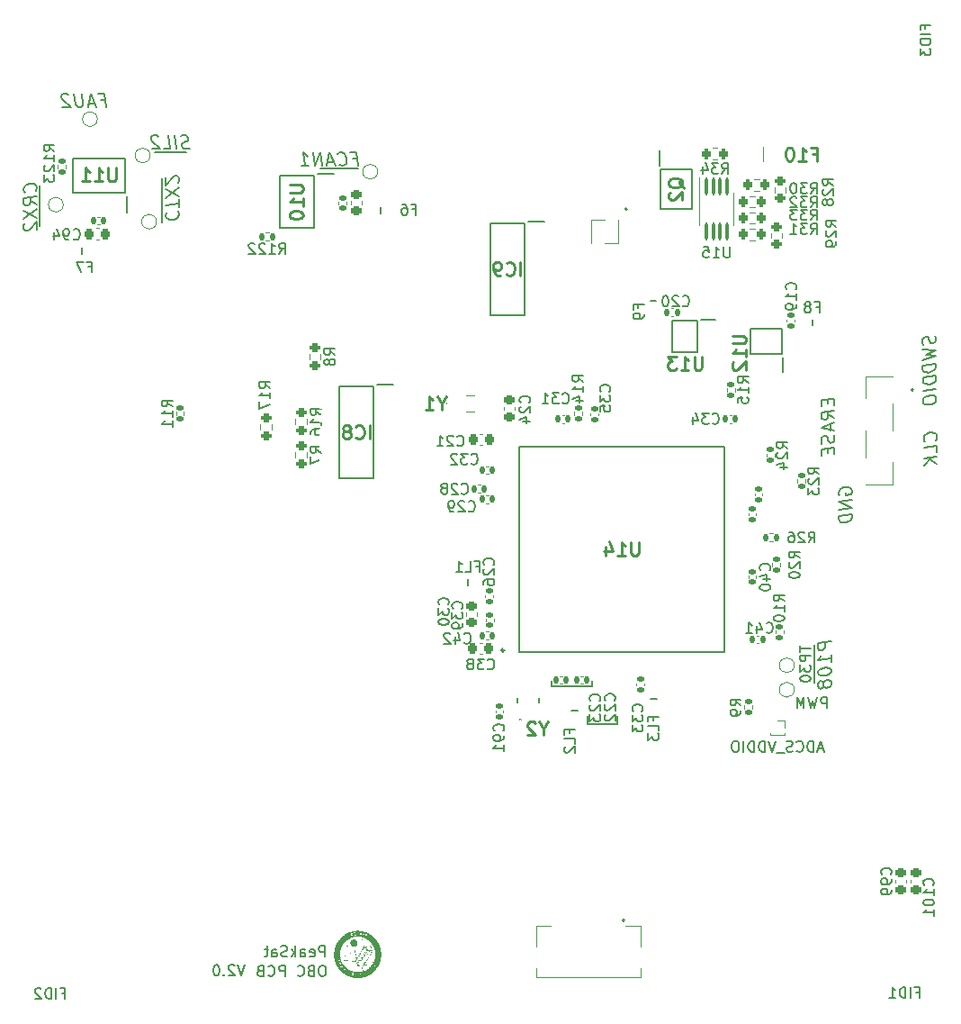
<source format=gbr>
%TF.GenerationSoftware,KiCad,Pcbnew,7.0.5*%
%TF.CreationDate,2024-04-25T22:20:37+03:00*%
%TF.ProjectId,obc-adcs-board,6f62632d-6164-4637-932d-626f6172642e,rev?*%
%TF.SameCoordinates,PX3e2df80PY83e4a60*%
%TF.FileFunction,Legend,Bot*%
%TF.FilePolarity,Positive*%
%FSLAX46Y46*%
G04 Gerber Fmt 4.6, Leading zero omitted, Abs format (unit mm)*
G04 Created by KiCad (PCBNEW 7.0.5) date 2024-04-25 22:20:37*
%MOMM*%
%LPD*%
G01*
G04 APERTURE LIST*
G04 Aperture macros list*
%AMRoundRect*
0 Rectangle with rounded corners*
0 $1 Rounding radius*
0 $2 $3 $4 $5 $6 $7 $8 $9 X,Y pos of 4 corners*
0 Add a 4 corners polygon primitive as box body*
4,1,4,$2,$3,$4,$5,$6,$7,$8,$9,$2,$3,0*
0 Add four circle primitives for the rounded corners*
1,1,$1+$1,$2,$3*
1,1,$1+$1,$4,$5*
1,1,$1+$1,$6,$7*
1,1,$1+$1,$8,$9*
0 Add four rect primitives between the rounded corners*
20,1,$1+$1,$2,$3,$4,$5,0*
20,1,$1+$1,$4,$5,$6,$7,0*
20,1,$1+$1,$6,$7,$8,$9,0*
20,1,$1+$1,$8,$9,$2,$3,0*%
G04 Aperture macros list end*
%ADD10C,0.150000*%
%ADD11C,0.254000*%
%ADD12C,0.300000*%
%ADD13C,0.200000*%
%ADD14C,0.120000*%
%ADD15C,0.250000*%
%ADD16C,0.100000*%
%ADD17C,5.600000*%
%ADD18R,0.850000X0.850000*%
%ADD19C,0.900000*%
%ADD20R,1.530000X1.530000*%
%ADD21C,1.530000*%
%ADD22C,1.300000*%
%ADD23C,1.400000*%
%ADD24R,0.450000X1.475000*%
%ADD25RoundRect,0.135000X-0.185000X0.135000X-0.185000X-0.135000X0.185000X-0.135000X0.185000X0.135000X0*%
%ADD26C,1.000000*%
%ADD27R,1.475000X0.300000*%
%ADD28R,0.300000X1.475000*%
%ADD29RoundRect,0.200000X-0.200000X-0.275000X0.200000X-0.275000X0.200000X0.275000X-0.200000X0.275000X0*%
%ADD30RoundRect,0.140000X0.170000X-0.140000X0.170000X0.140000X-0.170000X0.140000X-0.170000X-0.140000X0*%
%ADD31RoundRect,0.135000X0.185000X-0.135000X0.185000X0.135000X-0.185000X0.135000X-0.185000X-0.135000X0*%
%ADD32R,0.550000X1.000000*%
%ADD33R,1.260000X1.300000*%
%ADD34RoundRect,0.225000X0.225000X0.250000X-0.225000X0.250000X-0.225000X-0.250000X0.225000X-0.250000X0*%
%ADD35R,1.525000X0.650000*%
%ADD36RoundRect,0.200000X0.200000X0.275000X-0.200000X0.275000X-0.200000X-0.275000X0.200000X-0.275000X0*%
%ADD37RoundRect,0.140000X-0.170000X0.140000X-0.170000X-0.140000X0.170000X-0.140000X0.170000X0.140000X0*%
%ADD38R,0.650000X1.528000*%
%ADD39R,1.400000X0.450000*%
%ADD40RoundRect,0.100000X-0.100000X0.712500X-0.100000X-0.712500X0.100000X-0.712500X0.100000X0.712500X0*%
%ADD41RoundRect,0.225000X0.250000X-0.225000X0.250000X0.225000X-0.250000X0.225000X-0.250000X-0.225000X0*%
%ADD42RoundRect,0.140000X-0.140000X-0.170000X0.140000X-0.170000X0.140000X0.170000X-0.140000X0.170000X0*%
%ADD43RoundRect,0.225000X-0.250000X0.225000X-0.250000X-0.225000X0.250000X-0.225000X0.250000X0.225000X0*%
%ADD44RoundRect,0.200000X0.275000X-0.200000X0.275000X0.200000X-0.275000X0.200000X-0.275000X-0.200000X0*%
%ADD45R,1.000000X1.800000*%
%ADD46RoundRect,0.140000X0.140000X0.170000X-0.140000X0.170000X-0.140000X-0.170000X0.140000X-0.170000X0*%
%ADD47R,1.905000X1.020000*%
%ADD48R,0.940000X1.010000*%
%ADD49R,0.940000X1.020000*%
%ADD50R,0.450000X1.400000*%
%ADD51R,0.740000X2.870000*%
%ADD52R,1.010000X0.940000*%
%ADD53RoundRect,0.225000X-0.225000X-0.250000X0.225000X-0.250000X0.225000X0.250000X-0.225000X0.250000X0*%
%ADD54R,0.700000X0.650000*%
%ADD55R,0.650000X0.700000*%
%ADD56R,1.000000X1.500000*%
%ADD57RoundRect,0.135000X-0.135000X-0.185000X0.135000X-0.185000X0.135000X0.185000X-0.135000X0.185000X0*%
%ADD58RoundRect,0.200000X-0.275000X0.200000X-0.275000X-0.200000X0.275000X-0.200000X0.275000X0.200000X0*%
%ADD59RoundRect,0.135000X0.135000X0.185000X-0.135000X0.185000X-0.135000X-0.185000X0.135000X-0.185000X0*%
%ADD60R,1.528000X0.650000*%
%ADD61R,0.800000X0.900000*%
G04 APERTURE END LIST*
D10*
X55730000Y26640000D02*
X55630000Y26640000D01*
X17900000Y80400000D02*
X14900000Y80400000D01*
X15575000Y78000000D02*
X15575000Y73800000D01*
X55630000Y26640000D02*
X55630000Y27440000D01*
X34100000Y78875000D02*
X30500000Y78875000D01*
X52250000Y30200000D02*
X52250000Y30700000D01*
X77000000Y34100000D02*
X77000000Y30600000D01*
X56100000Y30700000D02*
X56100000Y30200000D01*
X58480000Y27440000D02*
X58480000Y26640000D01*
X56100000Y30200000D02*
X52250000Y30200000D01*
X58480000Y26640000D02*
X55730000Y26640000D01*
X4115000Y77260000D02*
X4115000Y73460000D01*
X30913220Y4805181D02*
X30913220Y5805181D01*
X30913220Y5805181D02*
X30532268Y5805181D01*
X30532268Y5805181D02*
X30437030Y5757562D01*
X30437030Y5757562D02*
X30389411Y5709943D01*
X30389411Y5709943D02*
X30341792Y5614705D01*
X30341792Y5614705D02*
X30341792Y5471848D01*
X30341792Y5471848D02*
X30389411Y5376610D01*
X30389411Y5376610D02*
X30437030Y5328991D01*
X30437030Y5328991D02*
X30532268Y5281372D01*
X30532268Y5281372D02*
X30913220Y5281372D01*
X29532268Y4852800D02*
X29627506Y4805181D01*
X29627506Y4805181D02*
X29817982Y4805181D01*
X29817982Y4805181D02*
X29913220Y4852800D01*
X29913220Y4852800D02*
X29960839Y4948039D01*
X29960839Y4948039D02*
X29960839Y5328991D01*
X29960839Y5328991D02*
X29913220Y5424229D01*
X29913220Y5424229D02*
X29817982Y5471848D01*
X29817982Y5471848D02*
X29627506Y5471848D01*
X29627506Y5471848D02*
X29532268Y5424229D01*
X29532268Y5424229D02*
X29484649Y5328991D01*
X29484649Y5328991D02*
X29484649Y5233753D01*
X29484649Y5233753D02*
X29960839Y5138515D01*
X28627506Y4805181D02*
X28627506Y5328991D01*
X28627506Y5328991D02*
X28675125Y5424229D01*
X28675125Y5424229D02*
X28770363Y5471848D01*
X28770363Y5471848D02*
X28960839Y5471848D01*
X28960839Y5471848D02*
X29056077Y5424229D01*
X28627506Y4852800D02*
X28722744Y4805181D01*
X28722744Y4805181D02*
X28960839Y4805181D01*
X28960839Y4805181D02*
X29056077Y4852800D01*
X29056077Y4852800D02*
X29103696Y4948039D01*
X29103696Y4948039D02*
X29103696Y5043277D01*
X29103696Y5043277D02*
X29056077Y5138515D01*
X29056077Y5138515D02*
X28960839Y5186134D01*
X28960839Y5186134D02*
X28722744Y5186134D01*
X28722744Y5186134D02*
X28627506Y5233753D01*
X28151315Y4805181D02*
X28151315Y5805181D01*
X28056077Y5186134D02*
X27770363Y4805181D01*
X27770363Y5471848D02*
X28151315Y5090896D01*
X27389410Y4852800D02*
X27246553Y4805181D01*
X27246553Y4805181D02*
X27008458Y4805181D01*
X27008458Y4805181D02*
X26913220Y4852800D01*
X26913220Y4852800D02*
X26865601Y4900420D01*
X26865601Y4900420D02*
X26817982Y4995658D01*
X26817982Y4995658D02*
X26817982Y5090896D01*
X26817982Y5090896D02*
X26865601Y5186134D01*
X26865601Y5186134D02*
X26913220Y5233753D01*
X26913220Y5233753D02*
X27008458Y5281372D01*
X27008458Y5281372D02*
X27198934Y5328991D01*
X27198934Y5328991D02*
X27294172Y5376610D01*
X27294172Y5376610D02*
X27341791Y5424229D01*
X27341791Y5424229D02*
X27389410Y5519467D01*
X27389410Y5519467D02*
X27389410Y5614705D01*
X27389410Y5614705D02*
X27341791Y5709943D01*
X27341791Y5709943D02*
X27294172Y5757562D01*
X27294172Y5757562D02*
X27198934Y5805181D01*
X27198934Y5805181D02*
X26960839Y5805181D01*
X26960839Y5805181D02*
X26817982Y5757562D01*
X25960839Y4805181D02*
X25960839Y5328991D01*
X25960839Y5328991D02*
X26008458Y5424229D01*
X26008458Y5424229D02*
X26103696Y5471848D01*
X26103696Y5471848D02*
X26294172Y5471848D01*
X26294172Y5471848D02*
X26389410Y5424229D01*
X25960839Y4852800D02*
X26056077Y4805181D01*
X26056077Y4805181D02*
X26294172Y4805181D01*
X26294172Y4805181D02*
X26389410Y4852800D01*
X26389410Y4852800D02*
X26437029Y4948039D01*
X26437029Y4948039D02*
X26437029Y5043277D01*
X26437029Y5043277D02*
X26389410Y5138515D01*
X26389410Y5138515D02*
X26294172Y5186134D01*
X26294172Y5186134D02*
X26056077Y5186134D01*
X26056077Y5186134D02*
X25960839Y5233753D01*
X25627505Y5471848D02*
X25246553Y5471848D01*
X25484648Y5805181D02*
X25484648Y4948039D01*
X25484648Y4948039D02*
X25437029Y4852800D01*
X25437029Y4852800D02*
X25341791Y4805181D01*
X25341791Y4805181D02*
X25246553Y4805181D01*
X79329997Y48161012D02*
X79270473Y48272620D01*
X79270473Y48272620D02*
X79270473Y48451191D01*
X79270473Y48451191D02*
X79329997Y48637203D01*
X79329997Y48637203D02*
X79449045Y48771132D01*
X79449045Y48771132D02*
X79568092Y48845536D01*
X79568092Y48845536D02*
X79806188Y48934822D01*
X79806188Y48934822D02*
X79984759Y48957143D01*
X79984759Y48957143D02*
X80222854Y48927382D01*
X80222854Y48927382D02*
X80341902Y48882739D01*
X80341902Y48882739D02*
X80460950Y48778572D01*
X80460950Y48778572D02*
X80520473Y48607441D01*
X80520473Y48607441D02*
X80520473Y48488393D01*
X80520473Y48488393D02*
X80460950Y48302382D01*
X80460950Y48302382D02*
X80401426Y48235417D01*
X80401426Y48235417D02*
X79984759Y48183334D01*
X79984759Y48183334D02*
X79984759Y48421429D01*
X80520473Y47714584D02*
X79270473Y47558334D01*
X79270473Y47558334D02*
X80520473Y47000298D01*
X80520473Y47000298D02*
X79270473Y46844048D01*
X80520473Y46405060D02*
X79270473Y46248810D01*
X79270473Y46248810D02*
X79270473Y45951191D01*
X79270473Y45951191D02*
X79329997Y45780060D01*
X79329997Y45780060D02*
X79449045Y45675893D01*
X79449045Y45675893D02*
X79568092Y45631250D01*
X79568092Y45631250D02*
X79806188Y45601488D01*
X79806188Y45601488D02*
X79984759Y45623810D01*
X79984759Y45623810D02*
X80222854Y45713096D01*
X80222854Y45713096D02*
X80341902Y45787500D01*
X80341902Y45787500D02*
X80460950Y45921429D01*
X80460950Y45921429D02*
X80520473Y46107441D01*
X80520473Y46107441D02*
X80520473Y46405060D01*
X16098573Y74777680D02*
X16039050Y74710715D01*
X16039050Y74710715D02*
X15979526Y74524704D01*
X15979526Y74524704D02*
X15979526Y74405656D01*
X15979526Y74405656D02*
X16039050Y74234525D01*
X16039050Y74234525D02*
X16158097Y74130358D01*
X16158097Y74130358D02*
X16277145Y74085715D01*
X16277145Y74085715D02*
X16515240Y74055954D01*
X16515240Y74055954D02*
X16693811Y74078275D01*
X16693811Y74078275D02*
X16931907Y74167561D01*
X16931907Y74167561D02*
X17050954Y74241965D01*
X17050954Y74241965D02*
X17170002Y74375894D01*
X17170002Y74375894D02*
X17229526Y74561906D01*
X17229526Y74561906D02*
X17229526Y74680954D01*
X17229526Y74680954D02*
X17170002Y74852084D01*
X17170002Y74852084D02*
X17110478Y74904168D01*
X17229526Y75276192D02*
X17229526Y75990477D01*
X15979526Y75477084D02*
X17229526Y75633334D01*
X17229526Y76288096D02*
X15979526Y76965180D01*
X17229526Y77121430D02*
X15979526Y76131846D01*
X17110478Y77523215D02*
X17170002Y77590180D01*
X17170002Y77590180D02*
X17229526Y77716668D01*
X17229526Y77716668D02*
X17229526Y78014287D01*
X17229526Y78014287D02*
X17170002Y78125894D01*
X17170002Y78125894D02*
X17110478Y78177977D01*
X17110478Y78177977D02*
X16991430Y78222620D01*
X16991430Y78222620D02*
X16872383Y78207739D01*
X16872383Y78207739D02*
X16693811Y78125894D01*
X16693811Y78125894D02*
X15979526Y77322322D01*
X15979526Y77322322D02*
X15979526Y78096132D01*
X9857738Y85334289D02*
X10274405Y85334289D01*
X10356250Y84679527D02*
X10200000Y85929527D01*
X10200000Y85929527D02*
X9604762Y85929527D01*
X9299702Y85036670D02*
X8704464Y85036670D01*
X9463392Y84679527D02*
X8890476Y85929527D01*
X8890476Y85929527D02*
X8630059Y84679527D01*
X8057142Y85929527D02*
X8183630Y84917622D01*
X8183630Y84917622D02*
X8138987Y84798574D01*
X8138987Y84798574D02*
X8086904Y84739050D01*
X8086904Y84739050D02*
X7975297Y84679527D01*
X7975297Y84679527D02*
X7737201Y84679527D01*
X7737201Y84679527D02*
X7610713Y84739050D01*
X7610713Y84739050D02*
X7543749Y84798574D01*
X7543749Y84798574D02*
X7469344Y84917622D01*
X7469344Y84917622D02*
X7342856Y85929527D01*
X6822023Y85810479D02*
X6755058Y85870003D01*
X6755058Y85870003D02*
X6628570Y85929527D01*
X6628570Y85929527D02*
X6330951Y85929527D01*
X6330951Y85929527D02*
X6219344Y85870003D01*
X6219344Y85870003D02*
X6167261Y85810479D01*
X6167261Y85810479D02*
X6122618Y85691431D01*
X6122618Y85691431D02*
X6137499Y85572384D01*
X6137499Y85572384D02*
X6219344Y85393812D01*
X6219344Y85393812D02*
X7022916Y84679527D01*
X7022916Y84679527D02*
X6249106Y84679527D01*
X23381077Y4035181D02*
X23047744Y3035181D01*
X23047744Y3035181D02*
X22714411Y4035181D01*
X22428696Y3939943D02*
X22381077Y3987562D01*
X22381077Y3987562D02*
X22285839Y4035181D01*
X22285839Y4035181D02*
X22047744Y4035181D01*
X22047744Y4035181D02*
X21952506Y3987562D01*
X21952506Y3987562D02*
X21904887Y3939943D01*
X21904887Y3939943D02*
X21857268Y3844705D01*
X21857268Y3844705D02*
X21857268Y3749467D01*
X21857268Y3749467D02*
X21904887Y3606610D01*
X21904887Y3606610D02*
X22476315Y3035181D01*
X22476315Y3035181D02*
X21857268Y3035181D01*
X21428696Y3130420D02*
X21381077Y3082800D01*
X21381077Y3082800D02*
X21428696Y3035181D01*
X21428696Y3035181D02*
X21476315Y3082800D01*
X21476315Y3082800D02*
X21428696Y3130420D01*
X21428696Y3130420D02*
X21428696Y3035181D01*
X20762030Y4035181D02*
X20666792Y4035181D01*
X20666792Y4035181D02*
X20571554Y3987562D01*
X20571554Y3987562D02*
X20523935Y3939943D01*
X20523935Y3939943D02*
X20476316Y3844705D01*
X20476316Y3844705D02*
X20428697Y3654229D01*
X20428697Y3654229D02*
X20428697Y3416134D01*
X20428697Y3416134D02*
X20476316Y3225658D01*
X20476316Y3225658D02*
X20523935Y3130420D01*
X20523935Y3130420D02*
X20571554Y3082800D01*
X20571554Y3082800D02*
X20666792Y3035181D01*
X20666792Y3035181D02*
X20762030Y3035181D01*
X20762030Y3035181D02*
X20857268Y3082800D01*
X20857268Y3082800D02*
X20904887Y3130420D01*
X20904887Y3130420D02*
X20952506Y3225658D01*
X20952506Y3225658D02*
X21000125Y3416134D01*
X21000125Y3416134D02*
X21000125Y3654229D01*
X21000125Y3654229D02*
X20952506Y3844705D01*
X20952506Y3844705D02*
X20904887Y3939943D01*
X20904887Y3939943D02*
X20857268Y3987562D01*
X20857268Y3987562D02*
X20762030Y4035181D01*
X30801190Y3970181D02*
X30610714Y3970181D01*
X30610714Y3970181D02*
X30515476Y3922562D01*
X30515476Y3922562D02*
X30420238Y3827324D01*
X30420238Y3827324D02*
X30372619Y3636848D01*
X30372619Y3636848D02*
X30372619Y3303515D01*
X30372619Y3303515D02*
X30420238Y3113039D01*
X30420238Y3113039D02*
X30515476Y3017800D01*
X30515476Y3017800D02*
X30610714Y2970181D01*
X30610714Y2970181D02*
X30801190Y2970181D01*
X30801190Y2970181D02*
X30896428Y3017800D01*
X30896428Y3017800D02*
X30991666Y3113039D01*
X30991666Y3113039D02*
X31039285Y3303515D01*
X31039285Y3303515D02*
X31039285Y3636848D01*
X31039285Y3636848D02*
X30991666Y3827324D01*
X30991666Y3827324D02*
X30896428Y3922562D01*
X30896428Y3922562D02*
X30801190Y3970181D01*
X29610714Y3493991D02*
X29467857Y3446372D01*
X29467857Y3446372D02*
X29420238Y3398753D01*
X29420238Y3398753D02*
X29372619Y3303515D01*
X29372619Y3303515D02*
X29372619Y3160658D01*
X29372619Y3160658D02*
X29420238Y3065420D01*
X29420238Y3065420D02*
X29467857Y3017800D01*
X29467857Y3017800D02*
X29563095Y2970181D01*
X29563095Y2970181D02*
X29944047Y2970181D01*
X29944047Y2970181D02*
X29944047Y3970181D01*
X29944047Y3970181D02*
X29610714Y3970181D01*
X29610714Y3970181D02*
X29515476Y3922562D01*
X29515476Y3922562D02*
X29467857Y3874943D01*
X29467857Y3874943D02*
X29420238Y3779705D01*
X29420238Y3779705D02*
X29420238Y3684467D01*
X29420238Y3684467D02*
X29467857Y3589229D01*
X29467857Y3589229D02*
X29515476Y3541610D01*
X29515476Y3541610D02*
X29610714Y3493991D01*
X29610714Y3493991D02*
X29944047Y3493991D01*
X28372619Y3065420D02*
X28420238Y3017800D01*
X28420238Y3017800D02*
X28563095Y2970181D01*
X28563095Y2970181D02*
X28658333Y2970181D01*
X28658333Y2970181D02*
X28801190Y3017800D01*
X28801190Y3017800D02*
X28896428Y3113039D01*
X28896428Y3113039D02*
X28944047Y3208277D01*
X28944047Y3208277D02*
X28991666Y3398753D01*
X28991666Y3398753D02*
X28991666Y3541610D01*
X28991666Y3541610D02*
X28944047Y3732086D01*
X28944047Y3732086D02*
X28896428Y3827324D01*
X28896428Y3827324D02*
X28801190Y3922562D01*
X28801190Y3922562D02*
X28658333Y3970181D01*
X28658333Y3970181D02*
X28563095Y3970181D01*
X28563095Y3970181D02*
X28420238Y3922562D01*
X28420238Y3922562D02*
X28372619Y3874943D01*
X27182142Y2970181D02*
X27182142Y3970181D01*
X27182142Y3970181D02*
X26801190Y3970181D01*
X26801190Y3970181D02*
X26705952Y3922562D01*
X26705952Y3922562D02*
X26658333Y3874943D01*
X26658333Y3874943D02*
X26610714Y3779705D01*
X26610714Y3779705D02*
X26610714Y3636848D01*
X26610714Y3636848D02*
X26658333Y3541610D01*
X26658333Y3541610D02*
X26705952Y3493991D01*
X26705952Y3493991D02*
X26801190Y3446372D01*
X26801190Y3446372D02*
X27182142Y3446372D01*
X25610714Y3065420D02*
X25658333Y3017800D01*
X25658333Y3017800D02*
X25801190Y2970181D01*
X25801190Y2970181D02*
X25896428Y2970181D01*
X25896428Y2970181D02*
X26039285Y3017800D01*
X26039285Y3017800D02*
X26134523Y3113039D01*
X26134523Y3113039D02*
X26182142Y3208277D01*
X26182142Y3208277D02*
X26229761Y3398753D01*
X26229761Y3398753D02*
X26229761Y3541610D01*
X26229761Y3541610D02*
X26182142Y3732086D01*
X26182142Y3732086D02*
X26134523Y3827324D01*
X26134523Y3827324D02*
X26039285Y3922562D01*
X26039285Y3922562D02*
X25896428Y3970181D01*
X25896428Y3970181D02*
X25801190Y3970181D01*
X25801190Y3970181D02*
X25658333Y3922562D01*
X25658333Y3922562D02*
X25610714Y3874943D01*
X24848809Y3493991D02*
X24705952Y3446372D01*
X24705952Y3446372D02*
X24658333Y3398753D01*
X24658333Y3398753D02*
X24610714Y3303515D01*
X24610714Y3303515D02*
X24610714Y3160658D01*
X24610714Y3160658D02*
X24658333Y3065420D01*
X24658333Y3065420D02*
X24705952Y3017800D01*
X24705952Y3017800D02*
X24801190Y2970181D01*
X24801190Y2970181D02*
X25182142Y2970181D01*
X25182142Y2970181D02*
X25182142Y3970181D01*
X25182142Y3970181D02*
X24848809Y3970181D01*
X24848809Y3970181D02*
X24753571Y3922562D01*
X24753571Y3922562D02*
X24705952Y3874943D01*
X24705952Y3874943D02*
X24658333Y3779705D01*
X24658333Y3779705D02*
X24658333Y3684467D01*
X24658333Y3684467D02*
X24705952Y3589229D01*
X24705952Y3589229D02*
X24753571Y3541610D01*
X24753571Y3541610D02*
X24848809Y3493991D01*
X24848809Y3493991D02*
X25182142Y3493991D01*
X88445473Y59412203D02*
X87195473Y59255953D01*
X87195473Y59255953D02*
X87195473Y58958334D01*
X87195473Y58958334D02*
X87254997Y58787203D01*
X87254997Y58787203D02*
X87374045Y58683036D01*
X87374045Y58683036D02*
X87493092Y58638393D01*
X87493092Y58638393D02*
X87731188Y58608631D01*
X87731188Y58608631D02*
X87909759Y58630953D01*
X87909759Y58630953D02*
X88147854Y58720239D01*
X88147854Y58720239D02*
X88266902Y58794643D01*
X88266902Y58794643D02*
X88385950Y58928572D01*
X88385950Y58928572D02*
X88445473Y59114584D01*
X88445473Y59114584D02*
X88445473Y59412203D01*
X88445473Y58162203D02*
X87195473Y58005953D01*
X87195473Y57172620D02*
X87195473Y56934524D01*
X87195473Y56934524D02*
X87254997Y56822917D01*
X87254997Y56822917D02*
X87374045Y56718751D01*
X87374045Y56718751D02*
X87612140Y56688989D01*
X87612140Y56688989D02*
X88028807Y56741072D01*
X88028807Y56741072D02*
X88266902Y56830358D01*
X88266902Y56830358D02*
X88385950Y56964286D01*
X88385950Y56964286D02*
X88445473Y57090774D01*
X88445473Y57090774D02*
X88445473Y57328870D01*
X88445473Y57328870D02*
X88385950Y57440477D01*
X88385950Y57440477D02*
X88266902Y57544643D01*
X88266902Y57544643D02*
X88028807Y57574405D01*
X88028807Y57574405D02*
X87612140Y57522322D01*
X87612140Y57522322D02*
X87374045Y57433036D01*
X87374045Y57433036D02*
X87254997Y57299108D01*
X87254997Y57299108D02*
X87195473Y57172620D01*
X3726426Y76771131D02*
X3785950Y76838096D01*
X3785950Y76838096D02*
X3845473Y77024107D01*
X3845473Y77024107D02*
X3845473Y77143155D01*
X3845473Y77143155D02*
X3785950Y77314286D01*
X3785950Y77314286D02*
X3666902Y77418453D01*
X3666902Y77418453D02*
X3547854Y77463096D01*
X3547854Y77463096D02*
X3309759Y77492857D01*
X3309759Y77492857D02*
X3131188Y77470536D01*
X3131188Y77470536D02*
X2893092Y77381250D01*
X2893092Y77381250D02*
X2774045Y77306846D01*
X2774045Y77306846D02*
X2654997Y77172917D01*
X2654997Y77172917D02*
X2595473Y76986905D01*
X2595473Y76986905D02*
X2595473Y76867857D01*
X2595473Y76867857D02*
X2654997Y76696726D01*
X2654997Y76696726D02*
X2714521Y76644643D01*
X3845473Y75536012D02*
X3250235Y75878274D01*
X3845473Y76250298D02*
X2595473Y76094048D01*
X2595473Y76094048D02*
X2595473Y75617857D01*
X2595473Y75617857D02*
X2654997Y75506250D01*
X2654997Y75506250D02*
X2714521Y75454167D01*
X2714521Y75454167D02*
X2833569Y75409524D01*
X2833569Y75409524D02*
X3012140Y75431846D01*
X3012140Y75431846D02*
X3131188Y75506250D01*
X3131188Y75506250D02*
X3190711Y75573215D01*
X3190711Y75573215D02*
X3250235Y75699703D01*
X3250235Y75699703D02*
X3250235Y76175893D01*
X2595473Y74963096D02*
X3845473Y74286012D01*
X2595473Y74129762D02*
X3845473Y75119346D01*
X2714521Y73727977D02*
X2654997Y73661012D01*
X2654997Y73661012D02*
X2595473Y73534524D01*
X2595473Y73534524D02*
X2595473Y73236905D01*
X2595473Y73236905D02*
X2654997Y73125298D01*
X2654997Y73125298D02*
X2714521Y73073215D01*
X2714521Y73073215D02*
X2833569Y73028572D01*
X2833569Y73028572D02*
X2952616Y73043453D01*
X2952616Y73043453D02*
X3131188Y73125298D01*
X3131188Y73125298D02*
X3845473Y73928870D01*
X3845473Y73928870D02*
X3845473Y73155060D01*
X33582738Y79809289D02*
X33999405Y79809289D01*
X34081250Y79154527D02*
X33925000Y80404527D01*
X33925000Y80404527D02*
X33329762Y80404527D01*
X32280654Y79273574D02*
X32347619Y79214050D01*
X32347619Y79214050D02*
X32533630Y79154527D01*
X32533630Y79154527D02*
X32652678Y79154527D01*
X32652678Y79154527D02*
X32823809Y79214050D01*
X32823809Y79214050D02*
X32927976Y79333098D01*
X32927976Y79333098D02*
X32972619Y79452146D01*
X32972619Y79452146D02*
X33002380Y79690241D01*
X33002380Y79690241D02*
X32980059Y79868812D01*
X32980059Y79868812D02*
X32890773Y80106908D01*
X32890773Y80106908D02*
X32816369Y80225955D01*
X32816369Y80225955D02*
X32682440Y80345003D01*
X32682440Y80345003D02*
X32496428Y80404527D01*
X32496428Y80404527D02*
X32377380Y80404527D01*
X32377380Y80404527D02*
X32206250Y80345003D01*
X32206250Y80345003D02*
X32154166Y80285479D01*
X31774702Y79511670D02*
X31179464Y79511670D01*
X31938392Y79154527D02*
X31365476Y80404527D01*
X31365476Y80404527D02*
X31105059Y79154527D01*
X30688392Y79154527D02*
X30532142Y80404527D01*
X30532142Y80404527D02*
X29974106Y79154527D01*
X29974106Y79154527D02*
X29817856Y80404527D01*
X28724106Y79154527D02*
X29438392Y79154527D01*
X29081249Y79154527D02*
X28924999Y80404527D01*
X28924999Y80404527D02*
X29066368Y80225955D01*
X29066368Y80225955D02*
X29200297Y80106908D01*
X29200297Y80106908D02*
X29326785Y80047384D01*
X88426426Y53361607D02*
X88485950Y53428572D01*
X88485950Y53428572D02*
X88545473Y53614583D01*
X88545473Y53614583D02*
X88545473Y53733631D01*
X88545473Y53733631D02*
X88485950Y53904762D01*
X88485950Y53904762D02*
X88366902Y54008929D01*
X88366902Y54008929D02*
X88247854Y54053572D01*
X88247854Y54053572D02*
X88009759Y54083333D01*
X88009759Y54083333D02*
X87831188Y54061012D01*
X87831188Y54061012D02*
X87593092Y53971726D01*
X87593092Y53971726D02*
X87474045Y53897322D01*
X87474045Y53897322D02*
X87354997Y53763393D01*
X87354997Y53763393D02*
X87295473Y53577381D01*
X87295473Y53577381D02*
X87295473Y53458333D01*
X87295473Y53458333D02*
X87354997Y53287202D01*
X87354997Y53287202D02*
X87414521Y53235119D01*
X88545473Y52245536D02*
X88545473Y52840774D01*
X88545473Y52840774D02*
X87295473Y52684524D01*
X88545473Y51828869D02*
X87295473Y51672619D01*
X88545473Y51114583D02*
X87831188Y51561012D01*
X87295473Y50958333D02*
X88009759Y51761905D01*
X78240711Y57189881D02*
X78240711Y56773214D01*
X78895473Y56676488D02*
X78895473Y57271726D01*
X78895473Y57271726D02*
X77645473Y57115476D01*
X77645473Y57115476D02*
X77645473Y56520238D01*
X78895473Y55426488D02*
X78300235Y55768750D01*
X78895473Y56140774D02*
X77645473Y55984524D01*
X77645473Y55984524D02*
X77645473Y55508333D01*
X77645473Y55508333D02*
X77704997Y55396726D01*
X77704997Y55396726D02*
X77764521Y55344643D01*
X77764521Y55344643D02*
X77883569Y55300000D01*
X77883569Y55300000D02*
X78062140Y55322322D01*
X78062140Y55322322D02*
X78181188Y55396726D01*
X78181188Y55396726D02*
X78240711Y55463691D01*
X78240711Y55463691D02*
X78300235Y55590179D01*
X78300235Y55590179D02*
X78300235Y56066369D01*
X78538330Y54905655D02*
X78538330Y54310417D01*
X78895473Y55069345D02*
X77645473Y54496429D01*
X77645473Y54496429D02*
X78895473Y54236012D01*
X78835950Y53871428D02*
X78895473Y53700297D01*
X78895473Y53700297D02*
X78895473Y53402678D01*
X78895473Y53402678D02*
X78835950Y53276190D01*
X78835950Y53276190D02*
X78776426Y53209226D01*
X78776426Y53209226D02*
X78657378Y53134821D01*
X78657378Y53134821D02*
X78538330Y53119940D01*
X78538330Y53119940D02*
X78419283Y53164583D01*
X78419283Y53164583D02*
X78359759Y53216666D01*
X78359759Y53216666D02*
X78300235Y53328273D01*
X78300235Y53328273D02*
X78240711Y53558928D01*
X78240711Y53558928D02*
X78181188Y53670535D01*
X78181188Y53670535D02*
X78121664Y53722619D01*
X78121664Y53722619D02*
X78002616Y53767262D01*
X78002616Y53767262D02*
X77883569Y53752381D01*
X77883569Y53752381D02*
X77764521Y53677976D01*
X77764521Y53677976D02*
X77704997Y53611012D01*
X77704997Y53611012D02*
X77645473Y53484523D01*
X77645473Y53484523D02*
X77645473Y53186904D01*
X77645473Y53186904D02*
X77704997Y53015773D01*
X78240711Y52547024D02*
X78240711Y52130357D01*
X78895473Y52033631D02*
X78895473Y52628869D01*
X78895473Y52628869D02*
X77645473Y52472619D01*
X77645473Y52472619D02*
X77645473Y51877381D01*
X88360950Y63196428D02*
X88420473Y63025297D01*
X88420473Y63025297D02*
X88420473Y62727678D01*
X88420473Y62727678D02*
X88360950Y62601190D01*
X88360950Y62601190D02*
X88301426Y62534226D01*
X88301426Y62534226D02*
X88182378Y62459821D01*
X88182378Y62459821D02*
X88063330Y62444940D01*
X88063330Y62444940D02*
X87944283Y62489583D01*
X87944283Y62489583D02*
X87884759Y62541666D01*
X87884759Y62541666D02*
X87825235Y62653273D01*
X87825235Y62653273D02*
X87765711Y62883928D01*
X87765711Y62883928D02*
X87706188Y62995535D01*
X87706188Y62995535D02*
X87646664Y63047619D01*
X87646664Y63047619D02*
X87527616Y63092262D01*
X87527616Y63092262D02*
X87408569Y63077381D01*
X87408569Y63077381D02*
X87289521Y63002976D01*
X87289521Y63002976D02*
X87229997Y62936012D01*
X87229997Y62936012D02*
X87170473Y62809523D01*
X87170473Y62809523D02*
X87170473Y62511904D01*
X87170473Y62511904D02*
X87229997Y62340773D01*
X87170473Y61916667D02*
X88420473Y61775297D01*
X88420473Y61775297D02*
X87527616Y61425595D01*
X87527616Y61425595D02*
X88420473Y61299107D01*
X88420473Y61299107D02*
X87170473Y60845238D01*
X88420473Y60525298D02*
X87170473Y60369048D01*
X87170473Y60369048D02*
X87170473Y60071429D01*
X87170473Y60071429D02*
X87229997Y59900298D01*
X87229997Y59900298D02*
X87349045Y59796131D01*
X87349045Y59796131D02*
X87468092Y59751488D01*
X87468092Y59751488D02*
X87706188Y59721726D01*
X87706188Y59721726D02*
X87884759Y59744048D01*
X87884759Y59744048D02*
X88122854Y59833334D01*
X88122854Y59833334D02*
X88241902Y59907738D01*
X88241902Y59907738D02*
X88360950Y60041667D01*
X88360950Y60041667D02*
X88420473Y60227679D01*
X88420473Y60227679D02*
X88420473Y60525298D01*
X18205951Y80814050D02*
X18034820Y80754527D01*
X18034820Y80754527D02*
X17737201Y80754527D01*
X17737201Y80754527D02*
X17610713Y80814050D01*
X17610713Y80814050D02*
X17543749Y80873574D01*
X17543749Y80873574D02*
X17469344Y80992622D01*
X17469344Y80992622D02*
X17454463Y81111670D01*
X17454463Y81111670D02*
X17499106Y81230717D01*
X17499106Y81230717D02*
X17551189Y81290241D01*
X17551189Y81290241D02*
X17662797Y81349765D01*
X17662797Y81349765D02*
X17893451Y81409289D01*
X17893451Y81409289D02*
X18005058Y81468812D01*
X18005058Y81468812D02*
X18057142Y81528336D01*
X18057142Y81528336D02*
X18101785Y81647384D01*
X18101785Y81647384D02*
X18086904Y81766431D01*
X18086904Y81766431D02*
X18012499Y81885479D01*
X18012499Y81885479D02*
X17945535Y81945003D01*
X17945535Y81945003D02*
X17819047Y82004527D01*
X17819047Y82004527D02*
X17521427Y82004527D01*
X17521427Y82004527D02*
X17350297Y81945003D01*
X16963392Y80754527D02*
X16807142Y82004527D01*
X15772916Y80754527D02*
X16368154Y80754527D01*
X16368154Y80754527D02*
X16211904Y82004527D01*
X15274404Y81885479D02*
X15207439Y81945003D01*
X15207439Y81945003D02*
X15080951Y82004527D01*
X15080951Y82004527D02*
X14783332Y82004527D01*
X14783332Y82004527D02*
X14671725Y81945003D01*
X14671725Y81945003D02*
X14619642Y81885479D01*
X14619642Y81885479D02*
X14574999Y81766431D01*
X14574999Y81766431D02*
X14589880Y81647384D01*
X14589880Y81647384D02*
X14671725Y81468812D01*
X14671725Y81468812D02*
X15475297Y80754527D01*
X15475297Y80754527D02*
X14701487Y80754527D01*
X78570473Y34420536D02*
X77320473Y34264286D01*
X77320473Y34264286D02*
X77320473Y33788095D01*
X77320473Y33788095D02*
X77379997Y33676488D01*
X77379997Y33676488D02*
X77439521Y33624405D01*
X77439521Y33624405D02*
X77558569Y33579762D01*
X77558569Y33579762D02*
X77737140Y33602084D01*
X77737140Y33602084D02*
X77856188Y33676488D01*
X77856188Y33676488D02*
X77915711Y33743453D01*
X77915711Y33743453D02*
X77975235Y33869941D01*
X77975235Y33869941D02*
X77975235Y34346131D01*
X78570473Y32515774D02*
X78570473Y33230060D01*
X78570473Y32872917D02*
X77320473Y32716667D01*
X77320473Y32716667D02*
X77499045Y32858036D01*
X77499045Y32858036D02*
X77618092Y32991964D01*
X77618092Y32991964D02*
X77677616Y33118453D01*
X77320473Y31585715D02*
X77320473Y31466667D01*
X77320473Y31466667D02*
X77379997Y31355060D01*
X77379997Y31355060D02*
X77439521Y31302977D01*
X77439521Y31302977D02*
X77558569Y31258334D01*
X77558569Y31258334D02*
X77796664Y31228572D01*
X77796664Y31228572D02*
X78094283Y31265774D01*
X78094283Y31265774D02*
X78332378Y31355060D01*
X78332378Y31355060D02*
X78451426Y31429465D01*
X78451426Y31429465D02*
X78510950Y31496429D01*
X78510950Y31496429D02*
X78570473Y31622917D01*
X78570473Y31622917D02*
X78570473Y31741965D01*
X78570473Y31741965D02*
X78510950Y31853572D01*
X78510950Y31853572D02*
X78451426Y31905655D01*
X78451426Y31905655D02*
X78332378Y31950298D01*
X78332378Y31950298D02*
X78094283Y31980060D01*
X78094283Y31980060D02*
X77796664Y31942858D01*
X77796664Y31942858D02*
X77558569Y31853572D01*
X77558569Y31853572D02*
X77439521Y31779167D01*
X77439521Y31779167D02*
X77379997Y31712203D01*
X77379997Y31712203D02*
X77320473Y31585715D01*
X77856188Y30521727D02*
X77796664Y30633334D01*
X77796664Y30633334D02*
X77737140Y30685417D01*
X77737140Y30685417D02*
X77618092Y30730060D01*
X77618092Y30730060D02*
X77558569Y30722620D01*
X77558569Y30722620D02*
X77439521Y30648215D01*
X77439521Y30648215D02*
X77379997Y30581251D01*
X77379997Y30581251D02*
X77320473Y30454762D01*
X77320473Y30454762D02*
X77320473Y30216667D01*
X77320473Y30216667D02*
X77379997Y30105060D01*
X77379997Y30105060D02*
X77439521Y30052977D01*
X77439521Y30052977D02*
X77558569Y30008334D01*
X77558569Y30008334D02*
X77618092Y30015774D01*
X77618092Y30015774D02*
X77737140Y30090179D01*
X77737140Y30090179D02*
X77796664Y30157143D01*
X77796664Y30157143D02*
X77856188Y30283632D01*
X77856188Y30283632D02*
X77856188Y30521727D01*
X77856188Y30521727D02*
X77915711Y30648215D01*
X77915711Y30648215D02*
X77975235Y30715179D01*
X77975235Y30715179D02*
X78094283Y30789584D01*
X78094283Y30789584D02*
X78332378Y30819346D01*
X78332378Y30819346D02*
X78451426Y30774703D01*
X78451426Y30774703D02*
X78510950Y30722620D01*
X78510950Y30722620D02*
X78570473Y30611012D01*
X78570473Y30611012D02*
X78570473Y30372917D01*
X78570473Y30372917D02*
X78510950Y30246429D01*
X78510950Y30246429D02*
X78451426Y30179465D01*
X78451426Y30179465D02*
X78332378Y30105060D01*
X78332378Y30105060D02*
X78094283Y30075298D01*
X78094283Y30075298D02*
X77975235Y30119941D01*
X77975235Y30119941D02*
X77915711Y30172024D01*
X77915711Y30172024D02*
X77856188Y30283632D01*
D11*
%TO.C,Q2*%
X64695270Y77069048D02*
X64634794Y77188096D01*
X64634794Y77188096D02*
X64513842Y77307143D01*
X64513842Y77307143D02*
X64332413Y77485715D01*
X64332413Y77485715D02*
X64271937Y77604762D01*
X64271937Y77604762D02*
X64271937Y77723810D01*
X64574318Y77664286D02*
X64513842Y77783334D01*
X64513842Y77783334D02*
X64392889Y77902381D01*
X64392889Y77902381D02*
X64150984Y77961905D01*
X64150984Y77961905D02*
X63727651Y77961905D01*
X63727651Y77961905D02*
X63485746Y77902381D01*
X63485746Y77902381D02*
X63364794Y77783334D01*
X63364794Y77783334D02*
X63304318Y77664286D01*
X63304318Y77664286D02*
X63304318Y77426191D01*
X63304318Y77426191D02*
X63364794Y77307143D01*
X63364794Y77307143D02*
X63485746Y77188096D01*
X63485746Y77188096D02*
X63727651Y77128572D01*
X63727651Y77128572D02*
X64150984Y77128572D01*
X64150984Y77128572D02*
X64392889Y77188096D01*
X64392889Y77188096D02*
X64513842Y77307143D01*
X64513842Y77307143D02*
X64574318Y77426191D01*
X64574318Y77426191D02*
X64574318Y77664286D01*
X63425270Y76652381D02*
X63364794Y76592857D01*
X63364794Y76592857D02*
X63304318Y76473810D01*
X63304318Y76473810D02*
X63304318Y76176191D01*
X63304318Y76176191D02*
X63364794Y76057143D01*
X63364794Y76057143D02*
X63425270Y75997619D01*
X63425270Y75997619D02*
X63546222Y75938096D01*
X63546222Y75938096D02*
X63667175Y75938096D01*
X63667175Y75938096D02*
X63848603Y75997619D01*
X63848603Y75997619D02*
X64574318Y76711905D01*
X64574318Y76711905D02*
X64574318Y75938096D01*
D10*
%TO.C,R9*%
X70084819Y28426667D02*
X69608628Y28760000D01*
X70084819Y28998095D02*
X69084819Y28998095D01*
X69084819Y28998095D02*
X69084819Y28617143D01*
X69084819Y28617143D02*
X69132438Y28521905D01*
X69132438Y28521905D02*
X69180057Y28474286D01*
X69180057Y28474286D02*
X69275295Y28426667D01*
X69275295Y28426667D02*
X69418152Y28426667D01*
X69418152Y28426667D02*
X69513390Y28474286D01*
X69513390Y28474286D02*
X69561009Y28521905D01*
X69561009Y28521905D02*
X69608628Y28617143D01*
X69608628Y28617143D02*
X69608628Y28998095D01*
X70084819Y27950476D02*
X70084819Y27760000D01*
X70084819Y27760000D02*
X70037200Y27664762D01*
X70037200Y27664762D02*
X69989580Y27617143D01*
X69989580Y27617143D02*
X69846723Y27521905D01*
X69846723Y27521905D02*
X69656247Y27474286D01*
X69656247Y27474286D02*
X69275295Y27474286D01*
X69275295Y27474286D02*
X69180057Y27521905D01*
X69180057Y27521905D02*
X69132438Y27569524D01*
X69132438Y27569524D02*
X69084819Y27664762D01*
X69084819Y27664762D02*
X69084819Y27855238D01*
X69084819Y27855238D02*
X69132438Y27950476D01*
X69132438Y27950476D02*
X69180057Y27998095D01*
X69180057Y27998095D02*
X69275295Y28045714D01*
X69275295Y28045714D02*
X69513390Y28045714D01*
X69513390Y28045714D02*
X69608628Y27998095D01*
X69608628Y27998095D02*
X69656247Y27950476D01*
X69656247Y27950476D02*
X69703866Y27855238D01*
X69703866Y27855238D02*
X69703866Y27664762D01*
X69703866Y27664762D02*
X69656247Y27569524D01*
X69656247Y27569524D02*
X69608628Y27521905D01*
X69608628Y27521905D02*
X69513390Y27474286D01*
D11*
%TO.C,U14*%
X60472381Y43795682D02*
X60472381Y42767587D01*
X60472381Y42767587D02*
X60411904Y42646635D01*
X60411904Y42646635D02*
X60351428Y42586158D01*
X60351428Y42586158D02*
X60230476Y42525682D01*
X60230476Y42525682D02*
X59988571Y42525682D01*
X59988571Y42525682D02*
X59867619Y42586158D01*
X59867619Y42586158D02*
X59807142Y42646635D01*
X59807142Y42646635D02*
X59746666Y42767587D01*
X59746666Y42767587D02*
X59746666Y43795682D01*
X58476666Y42525682D02*
X59202381Y42525682D01*
X58839524Y42525682D02*
X58839524Y43795682D01*
X58839524Y43795682D02*
X58960476Y43614254D01*
X58960476Y43614254D02*
X59081428Y43493301D01*
X59081428Y43493301D02*
X59202381Y43432825D01*
X57388095Y43372349D02*
X57388095Y42525682D01*
X57690476Y43856158D02*
X57992857Y42949016D01*
X57992857Y42949016D02*
X57206666Y42949016D01*
D10*
%TO.C,R32*%
X76642857Y75245181D02*
X76976190Y75721372D01*
X77214285Y75245181D02*
X77214285Y76245181D01*
X77214285Y76245181D02*
X76833333Y76245181D01*
X76833333Y76245181D02*
X76738095Y76197562D01*
X76738095Y76197562D02*
X76690476Y76149943D01*
X76690476Y76149943D02*
X76642857Y76054705D01*
X76642857Y76054705D02*
X76642857Y75911848D01*
X76642857Y75911848D02*
X76690476Y75816610D01*
X76690476Y75816610D02*
X76738095Y75768991D01*
X76738095Y75768991D02*
X76833333Y75721372D01*
X76833333Y75721372D02*
X77214285Y75721372D01*
X76309523Y76245181D02*
X75690476Y76245181D01*
X75690476Y76245181D02*
X76023809Y75864229D01*
X76023809Y75864229D02*
X75880952Y75864229D01*
X75880952Y75864229D02*
X75785714Y75816610D01*
X75785714Y75816610D02*
X75738095Y75768991D01*
X75738095Y75768991D02*
X75690476Y75673753D01*
X75690476Y75673753D02*
X75690476Y75435658D01*
X75690476Y75435658D02*
X75738095Y75340420D01*
X75738095Y75340420D02*
X75785714Y75292800D01*
X75785714Y75292800D02*
X75880952Y75245181D01*
X75880952Y75245181D02*
X76166666Y75245181D01*
X76166666Y75245181D02*
X76261904Y75292800D01*
X76261904Y75292800D02*
X76309523Y75340420D01*
X75309523Y76149943D02*
X75261904Y76197562D01*
X75261904Y76197562D02*
X75166666Y76245181D01*
X75166666Y76245181D02*
X74928571Y76245181D01*
X74928571Y76245181D02*
X74833333Y76197562D01*
X74833333Y76197562D02*
X74785714Y76149943D01*
X74785714Y76149943D02*
X74738095Y76054705D01*
X74738095Y76054705D02*
X74738095Y75959467D01*
X74738095Y75959467D02*
X74785714Y75816610D01*
X74785714Y75816610D02*
X75357142Y75245181D01*
X75357142Y75245181D02*
X74738095Y75245181D01*
%TO.C,C35*%
X57709580Y57942858D02*
X57757200Y57990477D01*
X57757200Y57990477D02*
X57804819Y58133334D01*
X57804819Y58133334D02*
X57804819Y58228572D01*
X57804819Y58228572D02*
X57757200Y58371429D01*
X57757200Y58371429D02*
X57661961Y58466667D01*
X57661961Y58466667D02*
X57566723Y58514286D01*
X57566723Y58514286D02*
X57376247Y58561905D01*
X57376247Y58561905D02*
X57233390Y58561905D01*
X57233390Y58561905D02*
X57042914Y58514286D01*
X57042914Y58514286D02*
X56947676Y58466667D01*
X56947676Y58466667D02*
X56852438Y58371429D01*
X56852438Y58371429D02*
X56804819Y58228572D01*
X56804819Y58228572D02*
X56804819Y58133334D01*
X56804819Y58133334D02*
X56852438Y57990477D01*
X56852438Y57990477D02*
X56900057Y57942858D01*
X56804819Y57609524D02*
X56804819Y56990477D01*
X56804819Y56990477D02*
X57185771Y57323810D01*
X57185771Y57323810D02*
X57185771Y57180953D01*
X57185771Y57180953D02*
X57233390Y57085715D01*
X57233390Y57085715D02*
X57281009Y57038096D01*
X57281009Y57038096D02*
X57376247Y56990477D01*
X57376247Y56990477D02*
X57614342Y56990477D01*
X57614342Y56990477D02*
X57709580Y57038096D01*
X57709580Y57038096D02*
X57757200Y57085715D01*
X57757200Y57085715D02*
X57804819Y57180953D01*
X57804819Y57180953D02*
X57804819Y57466667D01*
X57804819Y57466667D02*
X57757200Y57561905D01*
X57757200Y57561905D02*
X57709580Y57609524D01*
X56804819Y56085715D02*
X56804819Y56561905D01*
X56804819Y56561905D02*
X57281009Y56609524D01*
X57281009Y56609524D02*
X57233390Y56561905D01*
X57233390Y56561905D02*
X57185771Y56466667D01*
X57185771Y56466667D02*
X57185771Y56228572D01*
X57185771Y56228572D02*
X57233390Y56133334D01*
X57233390Y56133334D02*
X57281009Y56085715D01*
X57281009Y56085715D02*
X57376247Y56038096D01*
X57376247Y56038096D02*
X57614342Y56038096D01*
X57614342Y56038096D02*
X57709580Y56085715D01*
X57709580Y56085715D02*
X57757200Y56133334D01*
X57757200Y56133334D02*
X57804819Y56228572D01*
X57804819Y56228572D02*
X57804819Y56466667D01*
X57804819Y56466667D02*
X57757200Y56561905D01*
X57757200Y56561905D02*
X57709580Y56609524D01*
%TO.C,ADCS_VDDIO*%
X77810713Y24355896D02*
X77334523Y24355896D01*
X77905951Y24070181D02*
X77572618Y25070181D01*
X77572618Y25070181D02*
X77239285Y24070181D01*
X76905951Y24070181D02*
X76905951Y25070181D01*
X76905951Y25070181D02*
X76667856Y25070181D01*
X76667856Y25070181D02*
X76524999Y25022562D01*
X76524999Y25022562D02*
X76429761Y24927324D01*
X76429761Y24927324D02*
X76382142Y24832086D01*
X76382142Y24832086D02*
X76334523Y24641610D01*
X76334523Y24641610D02*
X76334523Y24498753D01*
X76334523Y24498753D02*
X76382142Y24308277D01*
X76382142Y24308277D02*
X76429761Y24213039D01*
X76429761Y24213039D02*
X76524999Y24117800D01*
X76524999Y24117800D02*
X76667856Y24070181D01*
X76667856Y24070181D02*
X76905951Y24070181D01*
X75334523Y24165420D02*
X75382142Y24117800D01*
X75382142Y24117800D02*
X75524999Y24070181D01*
X75524999Y24070181D02*
X75620237Y24070181D01*
X75620237Y24070181D02*
X75763094Y24117800D01*
X75763094Y24117800D02*
X75858332Y24213039D01*
X75858332Y24213039D02*
X75905951Y24308277D01*
X75905951Y24308277D02*
X75953570Y24498753D01*
X75953570Y24498753D02*
X75953570Y24641610D01*
X75953570Y24641610D02*
X75905951Y24832086D01*
X75905951Y24832086D02*
X75858332Y24927324D01*
X75858332Y24927324D02*
X75763094Y25022562D01*
X75763094Y25022562D02*
X75620237Y25070181D01*
X75620237Y25070181D02*
X75524999Y25070181D01*
X75524999Y25070181D02*
X75382142Y25022562D01*
X75382142Y25022562D02*
X75334523Y24974943D01*
X74953570Y24117800D02*
X74810713Y24070181D01*
X74810713Y24070181D02*
X74572618Y24070181D01*
X74572618Y24070181D02*
X74477380Y24117800D01*
X74477380Y24117800D02*
X74429761Y24165420D01*
X74429761Y24165420D02*
X74382142Y24260658D01*
X74382142Y24260658D02*
X74382142Y24355896D01*
X74382142Y24355896D02*
X74429761Y24451134D01*
X74429761Y24451134D02*
X74477380Y24498753D01*
X74477380Y24498753D02*
X74572618Y24546372D01*
X74572618Y24546372D02*
X74763094Y24593991D01*
X74763094Y24593991D02*
X74858332Y24641610D01*
X74858332Y24641610D02*
X74905951Y24689229D01*
X74905951Y24689229D02*
X74953570Y24784467D01*
X74953570Y24784467D02*
X74953570Y24879705D01*
X74953570Y24879705D02*
X74905951Y24974943D01*
X74905951Y24974943D02*
X74858332Y25022562D01*
X74858332Y25022562D02*
X74763094Y25070181D01*
X74763094Y25070181D02*
X74524999Y25070181D01*
X74524999Y25070181D02*
X74382142Y25022562D01*
X74191666Y23974943D02*
X73429761Y23974943D01*
X73334522Y25070181D02*
X73001189Y24070181D01*
X73001189Y24070181D02*
X72667856Y25070181D01*
X72334522Y24070181D02*
X72334522Y25070181D01*
X72334522Y25070181D02*
X72096427Y25070181D01*
X72096427Y25070181D02*
X71953570Y25022562D01*
X71953570Y25022562D02*
X71858332Y24927324D01*
X71858332Y24927324D02*
X71810713Y24832086D01*
X71810713Y24832086D02*
X71763094Y24641610D01*
X71763094Y24641610D02*
X71763094Y24498753D01*
X71763094Y24498753D02*
X71810713Y24308277D01*
X71810713Y24308277D02*
X71858332Y24213039D01*
X71858332Y24213039D02*
X71953570Y24117800D01*
X71953570Y24117800D02*
X72096427Y24070181D01*
X72096427Y24070181D02*
X72334522Y24070181D01*
X71334522Y24070181D02*
X71334522Y25070181D01*
X71334522Y25070181D02*
X71096427Y25070181D01*
X71096427Y25070181D02*
X70953570Y25022562D01*
X70953570Y25022562D02*
X70858332Y24927324D01*
X70858332Y24927324D02*
X70810713Y24832086D01*
X70810713Y24832086D02*
X70763094Y24641610D01*
X70763094Y24641610D02*
X70763094Y24498753D01*
X70763094Y24498753D02*
X70810713Y24308277D01*
X70810713Y24308277D02*
X70858332Y24213039D01*
X70858332Y24213039D02*
X70953570Y24117800D01*
X70953570Y24117800D02*
X71096427Y24070181D01*
X71096427Y24070181D02*
X71334522Y24070181D01*
X70334522Y24070181D02*
X70334522Y25070181D01*
X69667856Y25070181D02*
X69477380Y25070181D01*
X69477380Y25070181D02*
X69382142Y25022562D01*
X69382142Y25022562D02*
X69286904Y24927324D01*
X69286904Y24927324D02*
X69239285Y24736848D01*
X69239285Y24736848D02*
X69239285Y24403515D01*
X69239285Y24403515D02*
X69286904Y24213039D01*
X69286904Y24213039D02*
X69382142Y24117800D01*
X69382142Y24117800D02*
X69477380Y24070181D01*
X69477380Y24070181D02*
X69667856Y24070181D01*
X69667856Y24070181D02*
X69763094Y24117800D01*
X69763094Y24117800D02*
X69858332Y24213039D01*
X69858332Y24213039D02*
X69905951Y24403515D01*
X69905951Y24403515D02*
X69905951Y24736848D01*
X69905951Y24736848D02*
X69858332Y24927324D01*
X69858332Y24927324D02*
X69763094Y25022562D01*
X69763094Y25022562D02*
X69667856Y25070181D01*
%TO.C,R23*%
X77424819Y50167858D02*
X76948628Y50501191D01*
X77424819Y50739286D02*
X76424819Y50739286D01*
X76424819Y50739286D02*
X76424819Y50358334D01*
X76424819Y50358334D02*
X76472438Y50263096D01*
X76472438Y50263096D02*
X76520057Y50215477D01*
X76520057Y50215477D02*
X76615295Y50167858D01*
X76615295Y50167858D02*
X76758152Y50167858D01*
X76758152Y50167858D02*
X76853390Y50215477D01*
X76853390Y50215477D02*
X76901009Y50263096D01*
X76901009Y50263096D02*
X76948628Y50358334D01*
X76948628Y50358334D02*
X76948628Y50739286D01*
X76520057Y49786905D02*
X76472438Y49739286D01*
X76472438Y49739286D02*
X76424819Y49644048D01*
X76424819Y49644048D02*
X76424819Y49405953D01*
X76424819Y49405953D02*
X76472438Y49310715D01*
X76472438Y49310715D02*
X76520057Y49263096D01*
X76520057Y49263096D02*
X76615295Y49215477D01*
X76615295Y49215477D02*
X76710533Y49215477D01*
X76710533Y49215477D02*
X76853390Y49263096D01*
X76853390Y49263096D02*
X77424819Y49834524D01*
X77424819Y49834524D02*
X77424819Y49215477D01*
X76424819Y48882143D02*
X76424819Y48263096D01*
X76424819Y48263096D02*
X76805771Y48596429D01*
X76805771Y48596429D02*
X76805771Y48453572D01*
X76805771Y48453572D02*
X76853390Y48358334D01*
X76853390Y48358334D02*
X76901009Y48310715D01*
X76901009Y48310715D02*
X76996247Y48263096D01*
X76996247Y48263096D02*
X77234342Y48263096D01*
X77234342Y48263096D02*
X77329580Y48310715D01*
X77329580Y48310715D02*
X77377200Y48358334D01*
X77377200Y48358334D02*
X77424819Y48453572D01*
X77424819Y48453572D02*
X77424819Y48739286D01*
X77424819Y48739286D02*
X77377200Y48834524D01*
X77377200Y48834524D02*
X77329580Y48882143D01*
%TO.C,C21*%
X43392857Y52890420D02*
X43440476Y52842800D01*
X43440476Y52842800D02*
X43583333Y52795181D01*
X43583333Y52795181D02*
X43678571Y52795181D01*
X43678571Y52795181D02*
X43821428Y52842800D01*
X43821428Y52842800D02*
X43916666Y52938039D01*
X43916666Y52938039D02*
X43964285Y53033277D01*
X43964285Y53033277D02*
X44011904Y53223753D01*
X44011904Y53223753D02*
X44011904Y53366610D01*
X44011904Y53366610D02*
X43964285Y53557086D01*
X43964285Y53557086D02*
X43916666Y53652324D01*
X43916666Y53652324D02*
X43821428Y53747562D01*
X43821428Y53747562D02*
X43678571Y53795181D01*
X43678571Y53795181D02*
X43583333Y53795181D01*
X43583333Y53795181D02*
X43440476Y53747562D01*
X43440476Y53747562D02*
X43392857Y53699943D01*
X43011904Y53699943D02*
X42964285Y53747562D01*
X42964285Y53747562D02*
X42869047Y53795181D01*
X42869047Y53795181D02*
X42630952Y53795181D01*
X42630952Y53795181D02*
X42535714Y53747562D01*
X42535714Y53747562D02*
X42488095Y53699943D01*
X42488095Y53699943D02*
X42440476Y53604705D01*
X42440476Y53604705D02*
X42440476Y53509467D01*
X42440476Y53509467D02*
X42488095Y53366610D01*
X42488095Y53366610D02*
X43059523Y52795181D01*
X43059523Y52795181D02*
X42440476Y52795181D01*
X41488095Y52795181D02*
X42059523Y52795181D01*
X41773809Y52795181D02*
X41773809Y53795181D01*
X41773809Y53795181D02*
X41869047Y53652324D01*
X41869047Y53652324D02*
X41964285Y53557086D01*
X41964285Y53557086D02*
X42059523Y53509467D01*
D11*
%TO.C,IC8*%
X35164762Y53500682D02*
X35164762Y54770682D01*
X33834285Y53621635D02*
X33894761Y53561158D01*
X33894761Y53561158D02*
X34076190Y53500682D01*
X34076190Y53500682D02*
X34197142Y53500682D01*
X34197142Y53500682D02*
X34378571Y53561158D01*
X34378571Y53561158D02*
X34499523Y53682111D01*
X34499523Y53682111D02*
X34560000Y53803063D01*
X34560000Y53803063D02*
X34620476Y54044968D01*
X34620476Y54044968D02*
X34620476Y54226397D01*
X34620476Y54226397D02*
X34560000Y54468301D01*
X34560000Y54468301D02*
X34499523Y54589254D01*
X34499523Y54589254D02*
X34378571Y54710206D01*
X34378571Y54710206D02*
X34197142Y54770682D01*
X34197142Y54770682D02*
X34076190Y54770682D01*
X34076190Y54770682D02*
X33894761Y54710206D01*
X33894761Y54710206D02*
X33834285Y54649730D01*
X33108571Y54226397D02*
X33229523Y54286873D01*
X33229523Y54286873D02*
X33290000Y54347349D01*
X33290000Y54347349D02*
X33350476Y54468301D01*
X33350476Y54468301D02*
X33350476Y54528778D01*
X33350476Y54528778D02*
X33290000Y54649730D01*
X33290000Y54649730D02*
X33229523Y54710206D01*
X33229523Y54710206D02*
X33108571Y54770682D01*
X33108571Y54770682D02*
X32866666Y54770682D01*
X32866666Y54770682D02*
X32745714Y54710206D01*
X32745714Y54710206D02*
X32685238Y54649730D01*
X32685238Y54649730D02*
X32624761Y54528778D01*
X32624761Y54528778D02*
X32624761Y54468301D01*
X32624761Y54468301D02*
X32685238Y54347349D01*
X32685238Y54347349D02*
X32745714Y54286873D01*
X32745714Y54286873D02*
X32866666Y54226397D01*
X32866666Y54226397D02*
X33108571Y54226397D01*
X33108571Y54226397D02*
X33229523Y54165920D01*
X33229523Y54165920D02*
X33290000Y54105444D01*
X33290000Y54105444D02*
X33350476Y53984492D01*
X33350476Y53984492D02*
X33350476Y53742587D01*
X33350476Y53742587D02*
X33290000Y53621635D01*
X33290000Y53621635D02*
X33229523Y53561158D01*
X33229523Y53561158D02*
X33108571Y53500682D01*
X33108571Y53500682D02*
X32866666Y53500682D01*
X32866666Y53500682D02*
X32745714Y53561158D01*
X32745714Y53561158D02*
X32685238Y53621635D01*
X32685238Y53621635D02*
X32624761Y53742587D01*
X32624761Y53742587D02*
X32624761Y53984492D01*
X32624761Y53984492D02*
X32685238Y54105444D01*
X32685238Y54105444D02*
X32745714Y54165920D01*
X32745714Y54165920D02*
X32866666Y54226397D01*
D10*
%TO.C,R30*%
X76642857Y76545181D02*
X76976190Y77021372D01*
X77214285Y76545181D02*
X77214285Y77545181D01*
X77214285Y77545181D02*
X76833333Y77545181D01*
X76833333Y77545181D02*
X76738095Y77497562D01*
X76738095Y77497562D02*
X76690476Y77449943D01*
X76690476Y77449943D02*
X76642857Y77354705D01*
X76642857Y77354705D02*
X76642857Y77211848D01*
X76642857Y77211848D02*
X76690476Y77116610D01*
X76690476Y77116610D02*
X76738095Y77068991D01*
X76738095Y77068991D02*
X76833333Y77021372D01*
X76833333Y77021372D02*
X77214285Y77021372D01*
X76309523Y77545181D02*
X75690476Y77545181D01*
X75690476Y77545181D02*
X76023809Y77164229D01*
X76023809Y77164229D02*
X75880952Y77164229D01*
X75880952Y77164229D02*
X75785714Y77116610D01*
X75785714Y77116610D02*
X75738095Y77068991D01*
X75738095Y77068991D02*
X75690476Y76973753D01*
X75690476Y76973753D02*
X75690476Y76735658D01*
X75690476Y76735658D02*
X75738095Y76640420D01*
X75738095Y76640420D02*
X75785714Y76592800D01*
X75785714Y76592800D02*
X75880952Y76545181D01*
X75880952Y76545181D02*
X76166666Y76545181D01*
X76166666Y76545181D02*
X76261904Y76592800D01*
X76261904Y76592800D02*
X76309523Y76640420D01*
X75071428Y77545181D02*
X74976190Y77545181D01*
X74976190Y77545181D02*
X74880952Y77497562D01*
X74880952Y77497562D02*
X74833333Y77449943D01*
X74833333Y77449943D02*
X74785714Y77354705D01*
X74785714Y77354705D02*
X74738095Y77164229D01*
X74738095Y77164229D02*
X74738095Y76926134D01*
X74738095Y76926134D02*
X74785714Y76735658D01*
X74785714Y76735658D02*
X74833333Y76640420D01*
X74833333Y76640420D02*
X74880952Y76592800D01*
X74880952Y76592800D02*
X74976190Y76545181D01*
X74976190Y76545181D02*
X75071428Y76545181D01*
X75071428Y76545181D02*
X75166666Y76592800D01*
X75166666Y76592800D02*
X75214285Y76640420D01*
X75214285Y76640420D02*
X75261904Y76735658D01*
X75261904Y76735658D02*
X75309523Y76926134D01*
X75309523Y76926134D02*
X75309523Y77164229D01*
X75309523Y77164229D02*
X75261904Y77354705D01*
X75261904Y77354705D02*
X75214285Y77449943D01*
X75214285Y77449943D02*
X75166666Y77497562D01*
X75166666Y77497562D02*
X75071428Y77545181D01*
%TO.C,R123*%
X5474819Y80519048D02*
X4998628Y80852381D01*
X5474819Y81090476D02*
X4474819Y81090476D01*
X4474819Y81090476D02*
X4474819Y80709524D01*
X4474819Y80709524D02*
X4522438Y80614286D01*
X4522438Y80614286D02*
X4570057Y80566667D01*
X4570057Y80566667D02*
X4665295Y80519048D01*
X4665295Y80519048D02*
X4808152Y80519048D01*
X4808152Y80519048D02*
X4903390Y80566667D01*
X4903390Y80566667D02*
X4951009Y80614286D01*
X4951009Y80614286D02*
X4998628Y80709524D01*
X4998628Y80709524D02*
X4998628Y81090476D01*
X5474819Y79566667D02*
X5474819Y80138095D01*
X5474819Y79852381D02*
X4474819Y79852381D01*
X4474819Y79852381D02*
X4617676Y79947619D01*
X4617676Y79947619D02*
X4712914Y80042857D01*
X4712914Y80042857D02*
X4760533Y80138095D01*
X4570057Y79185714D02*
X4522438Y79138095D01*
X4522438Y79138095D02*
X4474819Y79042857D01*
X4474819Y79042857D02*
X4474819Y78804762D01*
X4474819Y78804762D02*
X4522438Y78709524D01*
X4522438Y78709524D02*
X4570057Y78661905D01*
X4570057Y78661905D02*
X4665295Y78614286D01*
X4665295Y78614286D02*
X4760533Y78614286D01*
X4760533Y78614286D02*
X4903390Y78661905D01*
X4903390Y78661905D02*
X5474819Y79233333D01*
X5474819Y79233333D02*
X5474819Y78614286D01*
X4474819Y78280952D02*
X4474819Y77661905D01*
X4474819Y77661905D02*
X4855771Y77995238D01*
X4855771Y77995238D02*
X4855771Y77852381D01*
X4855771Y77852381D02*
X4903390Y77757143D01*
X4903390Y77757143D02*
X4951009Y77709524D01*
X4951009Y77709524D02*
X5046247Y77661905D01*
X5046247Y77661905D02*
X5284342Y77661905D01*
X5284342Y77661905D02*
X5379580Y77709524D01*
X5379580Y77709524D02*
X5427200Y77757143D01*
X5427200Y77757143D02*
X5474819Y77852381D01*
X5474819Y77852381D02*
X5474819Y78138095D01*
X5474819Y78138095D02*
X5427200Y78233333D01*
X5427200Y78233333D02*
X5379580Y78280952D01*
D11*
%TO.C,IC9*%
X49339762Y68850682D02*
X49339762Y70120682D01*
X48009285Y68971635D02*
X48069761Y68911158D01*
X48069761Y68911158D02*
X48251190Y68850682D01*
X48251190Y68850682D02*
X48372142Y68850682D01*
X48372142Y68850682D02*
X48553571Y68911158D01*
X48553571Y68911158D02*
X48674523Y69032111D01*
X48674523Y69032111D02*
X48735000Y69153063D01*
X48735000Y69153063D02*
X48795476Y69394968D01*
X48795476Y69394968D02*
X48795476Y69576397D01*
X48795476Y69576397D02*
X48735000Y69818301D01*
X48735000Y69818301D02*
X48674523Y69939254D01*
X48674523Y69939254D02*
X48553571Y70060206D01*
X48553571Y70060206D02*
X48372142Y70120682D01*
X48372142Y70120682D02*
X48251190Y70120682D01*
X48251190Y70120682D02*
X48069761Y70060206D01*
X48069761Y70060206D02*
X48009285Y69999730D01*
X47404523Y68850682D02*
X47162619Y68850682D01*
X47162619Y68850682D02*
X47041666Y68911158D01*
X47041666Y68911158D02*
X46981190Y68971635D01*
X46981190Y68971635D02*
X46860238Y69153063D01*
X46860238Y69153063D02*
X46799761Y69394968D01*
X46799761Y69394968D02*
X46799761Y69878778D01*
X46799761Y69878778D02*
X46860238Y69999730D01*
X46860238Y69999730D02*
X46920714Y70060206D01*
X46920714Y70060206D02*
X47041666Y70120682D01*
X47041666Y70120682D02*
X47283571Y70120682D01*
X47283571Y70120682D02*
X47404523Y70060206D01*
X47404523Y70060206D02*
X47465000Y69999730D01*
X47465000Y69999730D02*
X47525476Y69878778D01*
X47525476Y69878778D02*
X47525476Y69576397D01*
X47525476Y69576397D02*
X47465000Y69455444D01*
X47465000Y69455444D02*
X47404523Y69394968D01*
X47404523Y69394968D02*
X47283571Y69334492D01*
X47283571Y69334492D02*
X47041666Y69334492D01*
X47041666Y69334492D02*
X46920714Y69394968D01*
X46920714Y69394968D02*
X46860238Y69455444D01*
X46860238Y69455444D02*
X46799761Y69576397D01*
D10*
%TO.C,C19*%
X75209580Y67542858D02*
X75257200Y67590477D01*
X75257200Y67590477D02*
X75304819Y67733334D01*
X75304819Y67733334D02*
X75304819Y67828572D01*
X75304819Y67828572D02*
X75257200Y67971429D01*
X75257200Y67971429D02*
X75161961Y68066667D01*
X75161961Y68066667D02*
X75066723Y68114286D01*
X75066723Y68114286D02*
X74876247Y68161905D01*
X74876247Y68161905D02*
X74733390Y68161905D01*
X74733390Y68161905D02*
X74542914Y68114286D01*
X74542914Y68114286D02*
X74447676Y68066667D01*
X74447676Y68066667D02*
X74352438Y67971429D01*
X74352438Y67971429D02*
X74304819Y67828572D01*
X74304819Y67828572D02*
X74304819Y67733334D01*
X74304819Y67733334D02*
X74352438Y67590477D01*
X74352438Y67590477D02*
X74400057Y67542858D01*
X75304819Y66590477D02*
X75304819Y67161905D01*
X75304819Y66876191D02*
X74304819Y66876191D01*
X74304819Y66876191D02*
X74447676Y66971429D01*
X74447676Y66971429D02*
X74542914Y67066667D01*
X74542914Y67066667D02*
X74590533Y67161905D01*
X75304819Y66114286D02*
X75304819Y65923810D01*
X75304819Y65923810D02*
X75257200Y65828572D01*
X75257200Y65828572D02*
X75209580Y65780953D01*
X75209580Y65780953D02*
X75066723Y65685715D01*
X75066723Y65685715D02*
X74876247Y65638096D01*
X74876247Y65638096D02*
X74495295Y65638096D01*
X74495295Y65638096D02*
X74400057Y65685715D01*
X74400057Y65685715D02*
X74352438Y65733334D01*
X74352438Y65733334D02*
X74304819Y65828572D01*
X74304819Y65828572D02*
X74304819Y66019048D01*
X74304819Y66019048D02*
X74352438Y66114286D01*
X74352438Y66114286D02*
X74400057Y66161905D01*
X74400057Y66161905D02*
X74495295Y66209524D01*
X74495295Y66209524D02*
X74733390Y66209524D01*
X74733390Y66209524D02*
X74828628Y66161905D01*
X74828628Y66161905D02*
X74876247Y66114286D01*
X74876247Y66114286D02*
X74923866Y66019048D01*
X74923866Y66019048D02*
X74923866Y65828572D01*
X74923866Y65828572D02*
X74876247Y65733334D01*
X74876247Y65733334D02*
X74828628Y65685715D01*
X74828628Y65685715D02*
X74733390Y65638096D01*
%TO.C,R31*%
X76642857Y72745181D02*
X76976190Y73221372D01*
X77214285Y72745181D02*
X77214285Y73745181D01*
X77214285Y73745181D02*
X76833333Y73745181D01*
X76833333Y73745181D02*
X76738095Y73697562D01*
X76738095Y73697562D02*
X76690476Y73649943D01*
X76690476Y73649943D02*
X76642857Y73554705D01*
X76642857Y73554705D02*
X76642857Y73411848D01*
X76642857Y73411848D02*
X76690476Y73316610D01*
X76690476Y73316610D02*
X76738095Y73268991D01*
X76738095Y73268991D02*
X76833333Y73221372D01*
X76833333Y73221372D02*
X77214285Y73221372D01*
X76309523Y73745181D02*
X75690476Y73745181D01*
X75690476Y73745181D02*
X76023809Y73364229D01*
X76023809Y73364229D02*
X75880952Y73364229D01*
X75880952Y73364229D02*
X75785714Y73316610D01*
X75785714Y73316610D02*
X75738095Y73268991D01*
X75738095Y73268991D02*
X75690476Y73173753D01*
X75690476Y73173753D02*
X75690476Y72935658D01*
X75690476Y72935658D02*
X75738095Y72840420D01*
X75738095Y72840420D02*
X75785714Y72792800D01*
X75785714Y72792800D02*
X75880952Y72745181D01*
X75880952Y72745181D02*
X76166666Y72745181D01*
X76166666Y72745181D02*
X76261904Y72792800D01*
X76261904Y72792800D02*
X76309523Y72840420D01*
X74738095Y72745181D02*
X75309523Y72745181D01*
X75023809Y72745181D02*
X75023809Y73745181D01*
X75023809Y73745181D02*
X75119047Y73602324D01*
X75119047Y73602324D02*
X75214285Y73507086D01*
X75214285Y73507086D02*
X75309523Y73459467D01*
%TO.C,C38*%
X46242857Y31890420D02*
X46290476Y31842800D01*
X46290476Y31842800D02*
X46433333Y31795181D01*
X46433333Y31795181D02*
X46528571Y31795181D01*
X46528571Y31795181D02*
X46671428Y31842800D01*
X46671428Y31842800D02*
X46766666Y31938039D01*
X46766666Y31938039D02*
X46814285Y32033277D01*
X46814285Y32033277D02*
X46861904Y32223753D01*
X46861904Y32223753D02*
X46861904Y32366610D01*
X46861904Y32366610D02*
X46814285Y32557086D01*
X46814285Y32557086D02*
X46766666Y32652324D01*
X46766666Y32652324D02*
X46671428Y32747562D01*
X46671428Y32747562D02*
X46528571Y32795181D01*
X46528571Y32795181D02*
X46433333Y32795181D01*
X46433333Y32795181D02*
X46290476Y32747562D01*
X46290476Y32747562D02*
X46242857Y32699943D01*
X45909523Y32795181D02*
X45290476Y32795181D01*
X45290476Y32795181D02*
X45623809Y32414229D01*
X45623809Y32414229D02*
X45480952Y32414229D01*
X45480952Y32414229D02*
X45385714Y32366610D01*
X45385714Y32366610D02*
X45338095Y32318991D01*
X45338095Y32318991D02*
X45290476Y32223753D01*
X45290476Y32223753D02*
X45290476Y31985658D01*
X45290476Y31985658D02*
X45338095Y31890420D01*
X45338095Y31890420D02*
X45385714Y31842800D01*
X45385714Y31842800D02*
X45480952Y31795181D01*
X45480952Y31795181D02*
X45766666Y31795181D01*
X45766666Y31795181D02*
X45861904Y31842800D01*
X45861904Y31842800D02*
X45909523Y31890420D01*
X44719047Y32366610D02*
X44814285Y32414229D01*
X44814285Y32414229D02*
X44861904Y32461848D01*
X44861904Y32461848D02*
X44909523Y32557086D01*
X44909523Y32557086D02*
X44909523Y32604705D01*
X44909523Y32604705D02*
X44861904Y32699943D01*
X44861904Y32699943D02*
X44814285Y32747562D01*
X44814285Y32747562D02*
X44719047Y32795181D01*
X44719047Y32795181D02*
X44528571Y32795181D01*
X44528571Y32795181D02*
X44433333Y32747562D01*
X44433333Y32747562D02*
X44385714Y32699943D01*
X44385714Y32699943D02*
X44338095Y32604705D01*
X44338095Y32604705D02*
X44338095Y32557086D01*
X44338095Y32557086D02*
X44385714Y32461848D01*
X44385714Y32461848D02*
X44433333Y32414229D01*
X44433333Y32414229D02*
X44528571Y32366610D01*
X44528571Y32366610D02*
X44719047Y32366610D01*
X44719047Y32366610D02*
X44814285Y32318991D01*
X44814285Y32318991D02*
X44861904Y32271372D01*
X44861904Y32271372D02*
X44909523Y32176134D01*
X44909523Y32176134D02*
X44909523Y31985658D01*
X44909523Y31985658D02*
X44861904Y31890420D01*
X44861904Y31890420D02*
X44814285Y31842800D01*
X44814285Y31842800D02*
X44719047Y31795181D01*
X44719047Y31795181D02*
X44528571Y31795181D01*
X44528571Y31795181D02*
X44433333Y31842800D01*
X44433333Y31842800D02*
X44385714Y31890420D01*
X44385714Y31890420D02*
X44338095Y31985658D01*
X44338095Y31985658D02*
X44338095Y32176134D01*
X44338095Y32176134D02*
X44385714Y32271372D01*
X44385714Y32271372D02*
X44433333Y32318991D01*
X44433333Y32318991D02*
X44528571Y32366610D01*
%TO.C,R10*%
X74164819Y38232858D02*
X73688628Y38566191D01*
X74164819Y38804286D02*
X73164819Y38804286D01*
X73164819Y38804286D02*
X73164819Y38423334D01*
X73164819Y38423334D02*
X73212438Y38328096D01*
X73212438Y38328096D02*
X73260057Y38280477D01*
X73260057Y38280477D02*
X73355295Y38232858D01*
X73355295Y38232858D02*
X73498152Y38232858D01*
X73498152Y38232858D02*
X73593390Y38280477D01*
X73593390Y38280477D02*
X73641009Y38328096D01*
X73641009Y38328096D02*
X73688628Y38423334D01*
X73688628Y38423334D02*
X73688628Y38804286D01*
X74164819Y37280477D02*
X74164819Y37851905D01*
X74164819Y37566191D02*
X73164819Y37566191D01*
X73164819Y37566191D02*
X73307676Y37661429D01*
X73307676Y37661429D02*
X73402914Y37756667D01*
X73402914Y37756667D02*
X73450533Y37851905D01*
X73164819Y36661429D02*
X73164819Y36566191D01*
X73164819Y36566191D02*
X73212438Y36470953D01*
X73212438Y36470953D02*
X73260057Y36423334D01*
X73260057Y36423334D02*
X73355295Y36375715D01*
X73355295Y36375715D02*
X73545771Y36328096D01*
X73545771Y36328096D02*
X73783866Y36328096D01*
X73783866Y36328096D02*
X73974342Y36375715D01*
X73974342Y36375715D02*
X74069580Y36423334D01*
X74069580Y36423334D02*
X74117200Y36470953D01*
X74117200Y36470953D02*
X74164819Y36566191D01*
X74164819Y36566191D02*
X74164819Y36661429D01*
X74164819Y36661429D02*
X74117200Y36756667D01*
X74117200Y36756667D02*
X74069580Y36804286D01*
X74069580Y36804286D02*
X73974342Y36851905D01*
X73974342Y36851905D02*
X73783866Y36899524D01*
X73783866Y36899524D02*
X73545771Y36899524D01*
X73545771Y36899524D02*
X73355295Y36851905D01*
X73355295Y36851905D02*
X73260057Y36804286D01*
X73260057Y36804286D02*
X73212438Y36756667D01*
X73212438Y36756667D02*
X73164819Y36661429D01*
D11*
%TO.C,U11*%
X11272381Y78955682D02*
X11272381Y77927587D01*
X11272381Y77927587D02*
X11211904Y77806635D01*
X11211904Y77806635D02*
X11151428Y77746158D01*
X11151428Y77746158D02*
X11030476Y77685682D01*
X11030476Y77685682D02*
X10788571Y77685682D01*
X10788571Y77685682D02*
X10667619Y77746158D01*
X10667619Y77746158D02*
X10607142Y77806635D01*
X10607142Y77806635D02*
X10546666Y77927587D01*
X10546666Y77927587D02*
X10546666Y78955682D01*
X9276666Y77685682D02*
X10002381Y77685682D01*
X9639524Y77685682D02*
X9639524Y78955682D01*
X9639524Y78955682D02*
X9760476Y78774254D01*
X9760476Y78774254D02*
X9881428Y78653301D01*
X9881428Y78653301D02*
X10002381Y78592825D01*
X8067142Y77685682D02*
X8792857Y77685682D01*
X8430000Y77685682D02*
X8430000Y78955682D01*
X8430000Y78955682D02*
X8550952Y78774254D01*
X8550952Y78774254D02*
X8671904Y78653301D01*
X8671904Y78653301D02*
X8792857Y78592825D01*
%TO.C,U13*%
X66422381Y61245682D02*
X66422381Y60217587D01*
X66422381Y60217587D02*
X66361904Y60096635D01*
X66361904Y60096635D02*
X66301428Y60036158D01*
X66301428Y60036158D02*
X66180476Y59975682D01*
X66180476Y59975682D02*
X65938571Y59975682D01*
X65938571Y59975682D02*
X65817619Y60036158D01*
X65817619Y60036158D02*
X65757142Y60096635D01*
X65757142Y60096635D02*
X65696666Y60217587D01*
X65696666Y60217587D02*
X65696666Y61245682D01*
X64426666Y59975682D02*
X65152381Y59975682D01*
X64789524Y59975682D02*
X64789524Y61245682D01*
X64789524Y61245682D02*
X64910476Y61064254D01*
X64910476Y61064254D02*
X65031428Y60943301D01*
X65031428Y60943301D02*
X65152381Y60882825D01*
X64003333Y61245682D02*
X63217142Y61245682D01*
X63217142Y61245682D02*
X63640476Y60761873D01*
X63640476Y60761873D02*
X63459047Y60761873D01*
X63459047Y60761873D02*
X63338095Y60701397D01*
X63338095Y60701397D02*
X63277619Y60640920D01*
X63277619Y60640920D02*
X63217142Y60519968D01*
X63217142Y60519968D02*
X63217142Y60217587D01*
X63217142Y60217587D02*
X63277619Y60096635D01*
X63277619Y60096635D02*
X63338095Y60036158D01*
X63338095Y60036158D02*
X63459047Y59975682D01*
X63459047Y59975682D02*
X63821904Y59975682D01*
X63821904Y59975682D02*
X63942857Y60036158D01*
X63942857Y60036158D02*
X64003333Y60096635D01*
D10*
%TO.C,U15*%
X69038094Y71545181D02*
X69038094Y70735658D01*
X69038094Y70735658D02*
X68990475Y70640420D01*
X68990475Y70640420D02*
X68942856Y70592800D01*
X68942856Y70592800D02*
X68847618Y70545181D01*
X68847618Y70545181D02*
X68657142Y70545181D01*
X68657142Y70545181D02*
X68561904Y70592800D01*
X68561904Y70592800D02*
X68514285Y70640420D01*
X68514285Y70640420D02*
X68466666Y70735658D01*
X68466666Y70735658D02*
X68466666Y71545181D01*
X67466666Y70545181D02*
X68038094Y70545181D01*
X67752380Y70545181D02*
X67752380Y71545181D01*
X67752380Y71545181D02*
X67847618Y71402324D01*
X67847618Y71402324D02*
X67942856Y71307086D01*
X67942856Y71307086D02*
X68038094Y71259467D01*
X66561904Y71545181D02*
X67038094Y71545181D01*
X67038094Y71545181D02*
X67085713Y71068991D01*
X67085713Y71068991D02*
X67038094Y71116610D01*
X67038094Y71116610D02*
X66942856Y71164229D01*
X66942856Y71164229D02*
X66704761Y71164229D01*
X66704761Y71164229D02*
X66609523Y71116610D01*
X66609523Y71116610D02*
X66561904Y71068991D01*
X66561904Y71068991D02*
X66514285Y70973753D01*
X66514285Y70973753D02*
X66514285Y70735658D01*
X66514285Y70735658D02*
X66561904Y70640420D01*
X66561904Y70640420D02*
X66609523Y70592800D01*
X66609523Y70592800D02*
X66704761Y70545181D01*
X66704761Y70545181D02*
X66942856Y70545181D01*
X66942856Y70545181D02*
X67038094Y70592800D01*
X67038094Y70592800D02*
X67085713Y70640420D01*
%TO.C,C33*%
X60759580Y27892858D02*
X60807200Y27940477D01*
X60807200Y27940477D02*
X60854819Y28083334D01*
X60854819Y28083334D02*
X60854819Y28178572D01*
X60854819Y28178572D02*
X60807200Y28321429D01*
X60807200Y28321429D02*
X60711961Y28416667D01*
X60711961Y28416667D02*
X60616723Y28464286D01*
X60616723Y28464286D02*
X60426247Y28511905D01*
X60426247Y28511905D02*
X60283390Y28511905D01*
X60283390Y28511905D02*
X60092914Y28464286D01*
X60092914Y28464286D02*
X59997676Y28416667D01*
X59997676Y28416667D02*
X59902438Y28321429D01*
X59902438Y28321429D02*
X59854819Y28178572D01*
X59854819Y28178572D02*
X59854819Y28083334D01*
X59854819Y28083334D02*
X59902438Y27940477D01*
X59902438Y27940477D02*
X59950057Y27892858D01*
X59854819Y27559524D02*
X59854819Y26940477D01*
X59854819Y26940477D02*
X60235771Y27273810D01*
X60235771Y27273810D02*
X60235771Y27130953D01*
X60235771Y27130953D02*
X60283390Y27035715D01*
X60283390Y27035715D02*
X60331009Y26988096D01*
X60331009Y26988096D02*
X60426247Y26940477D01*
X60426247Y26940477D02*
X60664342Y26940477D01*
X60664342Y26940477D02*
X60759580Y26988096D01*
X60759580Y26988096D02*
X60807200Y27035715D01*
X60807200Y27035715D02*
X60854819Y27130953D01*
X60854819Y27130953D02*
X60854819Y27416667D01*
X60854819Y27416667D02*
X60807200Y27511905D01*
X60807200Y27511905D02*
X60759580Y27559524D01*
X59854819Y26607143D02*
X59854819Y25988096D01*
X59854819Y25988096D02*
X60235771Y26321429D01*
X60235771Y26321429D02*
X60235771Y26178572D01*
X60235771Y26178572D02*
X60283390Y26083334D01*
X60283390Y26083334D02*
X60331009Y26035715D01*
X60331009Y26035715D02*
X60426247Y25988096D01*
X60426247Y25988096D02*
X60664342Y25988096D01*
X60664342Y25988096D02*
X60759580Y26035715D01*
X60759580Y26035715D02*
X60807200Y26083334D01*
X60807200Y26083334D02*
X60854819Y26178572D01*
X60854819Y26178572D02*
X60854819Y26464286D01*
X60854819Y26464286D02*
X60807200Y26559524D01*
X60807200Y26559524D02*
X60759580Y26607143D01*
%TO.C,C24*%
X50159580Y56892858D02*
X50207200Y56940477D01*
X50207200Y56940477D02*
X50254819Y57083334D01*
X50254819Y57083334D02*
X50254819Y57178572D01*
X50254819Y57178572D02*
X50207200Y57321429D01*
X50207200Y57321429D02*
X50111961Y57416667D01*
X50111961Y57416667D02*
X50016723Y57464286D01*
X50016723Y57464286D02*
X49826247Y57511905D01*
X49826247Y57511905D02*
X49683390Y57511905D01*
X49683390Y57511905D02*
X49492914Y57464286D01*
X49492914Y57464286D02*
X49397676Y57416667D01*
X49397676Y57416667D02*
X49302438Y57321429D01*
X49302438Y57321429D02*
X49254819Y57178572D01*
X49254819Y57178572D02*
X49254819Y57083334D01*
X49254819Y57083334D02*
X49302438Y56940477D01*
X49302438Y56940477D02*
X49350057Y56892858D01*
X49350057Y56511905D02*
X49302438Y56464286D01*
X49302438Y56464286D02*
X49254819Y56369048D01*
X49254819Y56369048D02*
X49254819Y56130953D01*
X49254819Y56130953D02*
X49302438Y56035715D01*
X49302438Y56035715D02*
X49350057Y55988096D01*
X49350057Y55988096D02*
X49445295Y55940477D01*
X49445295Y55940477D02*
X49540533Y55940477D01*
X49540533Y55940477D02*
X49683390Y55988096D01*
X49683390Y55988096D02*
X50254819Y56559524D01*
X50254819Y56559524D02*
X50254819Y55940477D01*
X49588152Y55083334D02*
X50254819Y55083334D01*
X49207200Y55321429D02*
X49921485Y55559524D01*
X49921485Y55559524D02*
X49921485Y54940477D01*
%TO.C,C40*%
X72759580Y41142858D02*
X72807200Y41190477D01*
X72807200Y41190477D02*
X72854819Y41333334D01*
X72854819Y41333334D02*
X72854819Y41428572D01*
X72854819Y41428572D02*
X72807200Y41571429D01*
X72807200Y41571429D02*
X72711961Y41666667D01*
X72711961Y41666667D02*
X72616723Y41714286D01*
X72616723Y41714286D02*
X72426247Y41761905D01*
X72426247Y41761905D02*
X72283390Y41761905D01*
X72283390Y41761905D02*
X72092914Y41714286D01*
X72092914Y41714286D02*
X71997676Y41666667D01*
X71997676Y41666667D02*
X71902438Y41571429D01*
X71902438Y41571429D02*
X71854819Y41428572D01*
X71854819Y41428572D02*
X71854819Y41333334D01*
X71854819Y41333334D02*
X71902438Y41190477D01*
X71902438Y41190477D02*
X71950057Y41142858D01*
X72188152Y40285715D02*
X72854819Y40285715D01*
X71807200Y40523810D02*
X72521485Y40761905D01*
X72521485Y40761905D02*
X72521485Y40142858D01*
X71854819Y39571429D02*
X71854819Y39476191D01*
X71854819Y39476191D02*
X71902438Y39380953D01*
X71902438Y39380953D02*
X71950057Y39333334D01*
X71950057Y39333334D02*
X72045295Y39285715D01*
X72045295Y39285715D02*
X72235771Y39238096D01*
X72235771Y39238096D02*
X72473866Y39238096D01*
X72473866Y39238096D02*
X72664342Y39285715D01*
X72664342Y39285715D02*
X72759580Y39333334D01*
X72759580Y39333334D02*
X72807200Y39380953D01*
X72807200Y39380953D02*
X72854819Y39476191D01*
X72854819Y39476191D02*
X72854819Y39571429D01*
X72854819Y39571429D02*
X72807200Y39666667D01*
X72807200Y39666667D02*
X72759580Y39714286D01*
X72759580Y39714286D02*
X72664342Y39761905D01*
X72664342Y39761905D02*
X72473866Y39809524D01*
X72473866Y39809524D02*
X72235771Y39809524D01*
X72235771Y39809524D02*
X72045295Y39761905D01*
X72045295Y39761905D02*
X71950057Y39714286D01*
X71950057Y39714286D02*
X71902438Y39666667D01*
X71902438Y39666667D02*
X71854819Y39571429D01*
%TO.C,C20*%
X64592857Y66040420D02*
X64640476Y65992800D01*
X64640476Y65992800D02*
X64783333Y65945181D01*
X64783333Y65945181D02*
X64878571Y65945181D01*
X64878571Y65945181D02*
X65021428Y65992800D01*
X65021428Y65992800D02*
X65116666Y66088039D01*
X65116666Y66088039D02*
X65164285Y66183277D01*
X65164285Y66183277D02*
X65211904Y66373753D01*
X65211904Y66373753D02*
X65211904Y66516610D01*
X65211904Y66516610D02*
X65164285Y66707086D01*
X65164285Y66707086D02*
X65116666Y66802324D01*
X65116666Y66802324D02*
X65021428Y66897562D01*
X65021428Y66897562D02*
X64878571Y66945181D01*
X64878571Y66945181D02*
X64783333Y66945181D01*
X64783333Y66945181D02*
X64640476Y66897562D01*
X64640476Y66897562D02*
X64592857Y66849943D01*
X64211904Y66849943D02*
X64164285Y66897562D01*
X64164285Y66897562D02*
X64069047Y66945181D01*
X64069047Y66945181D02*
X63830952Y66945181D01*
X63830952Y66945181D02*
X63735714Y66897562D01*
X63735714Y66897562D02*
X63688095Y66849943D01*
X63688095Y66849943D02*
X63640476Y66754705D01*
X63640476Y66754705D02*
X63640476Y66659467D01*
X63640476Y66659467D02*
X63688095Y66516610D01*
X63688095Y66516610D02*
X64259523Y65945181D01*
X64259523Y65945181D02*
X63640476Y65945181D01*
X63021428Y66945181D02*
X62926190Y66945181D01*
X62926190Y66945181D02*
X62830952Y66897562D01*
X62830952Y66897562D02*
X62783333Y66849943D01*
X62783333Y66849943D02*
X62735714Y66754705D01*
X62735714Y66754705D02*
X62688095Y66564229D01*
X62688095Y66564229D02*
X62688095Y66326134D01*
X62688095Y66326134D02*
X62735714Y66135658D01*
X62735714Y66135658D02*
X62783333Y66040420D01*
X62783333Y66040420D02*
X62830952Y65992800D01*
X62830952Y65992800D02*
X62926190Y65945181D01*
X62926190Y65945181D02*
X63021428Y65945181D01*
X63021428Y65945181D02*
X63116666Y65992800D01*
X63116666Y65992800D02*
X63164285Y66040420D01*
X63164285Y66040420D02*
X63211904Y66135658D01*
X63211904Y66135658D02*
X63259523Y66326134D01*
X63259523Y66326134D02*
X63259523Y66564229D01*
X63259523Y66564229D02*
X63211904Y66754705D01*
X63211904Y66754705D02*
X63164285Y66849943D01*
X63164285Y66849943D02*
X63116666Y66897562D01*
X63116666Y66897562D02*
X63021428Y66945181D01*
%TO.C,C26*%
X46759580Y41642858D02*
X46807200Y41690477D01*
X46807200Y41690477D02*
X46854819Y41833334D01*
X46854819Y41833334D02*
X46854819Y41928572D01*
X46854819Y41928572D02*
X46807200Y42071429D01*
X46807200Y42071429D02*
X46711961Y42166667D01*
X46711961Y42166667D02*
X46616723Y42214286D01*
X46616723Y42214286D02*
X46426247Y42261905D01*
X46426247Y42261905D02*
X46283390Y42261905D01*
X46283390Y42261905D02*
X46092914Y42214286D01*
X46092914Y42214286D02*
X45997676Y42166667D01*
X45997676Y42166667D02*
X45902438Y42071429D01*
X45902438Y42071429D02*
X45854819Y41928572D01*
X45854819Y41928572D02*
X45854819Y41833334D01*
X45854819Y41833334D02*
X45902438Y41690477D01*
X45902438Y41690477D02*
X45950057Y41642858D01*
X45950057Y41261905D02*
X45902438Y41214286D01*
X45902438Y41214286D02*
X45854819Y41119048D01*
X45854819Y41119048D02*
X45854819Y40880953D01*
X45854819Y40880953D02*
X45902438Y40785715D01*
X45902438Y40785715D02*
X45950057Y40738096D01*
X45950057Y40738096D02*
X46045295Y40690477D01*
X46045295Y40690477D02*
X46140533Y40690477D01*
X46140533Y40690477D02*
X46283390Y40738096D01*
X46283390Y40738096D02*
X46854819Y41309524D01*
X46854819Y41309524D02*
X46854819Y40690477D01*
X45854819Y39833334D02*
X45854819Y40023810D01*
X45854819Y40023810D02*
X45902438Y40119048D01*
X45902438Y40119048D02*
X45950057Y40166667D01*
X45950057Y40166667D02*
X46092914Y40261905D01*
X46092914Y40261905D02*
X46283390Y40309524D01*
X46283390Y40309524D02*
X46664342Y40309524D01*
X46664342Y40309524D02*
X46759580Y40261905D01*
X46759580Y40261905D02*
X46807200Y40214286D01*
X46807200Y40214286D02*
X46854819Y40119048D01*
X46854819Y40119048D02*
X46854819Y39928572D01*
X46854819Y39928572D02*
X46807200Y39833334D01*
X46807200Y39833334D02*
X46759580Y39785715D01*
X46759580Y39785715D02*
X46664342Y39738096D01*
X46664342Y39738096D02*
X46426247Y39738096D01*
X46426247Y39738096D02*
X46331009Y39785715D01*
X46331009Y39785715D02*
X46283390Y39833334D01*
X46283390Y39833334D02*
X46235771Y39928572D01*
X46235771Y39928572D02*
X46235771Y40119048D01*
X46235771Y40119048D02*
X46283390Y40214286D01*
X46283390Y40214286D02*
X46331009Y40261905D01*
X46331009Y40261905D02*
X46426247Y40309524D01*
%TO.C,C30*%
X42509580Y37892858D02*
X42557200Y37940477D01*
X42557200Y37940477D02*
X42604819Y38083334D01*
X42604819Y38083334D02*
X42604819Y38178572D01*
X42604819Y38178572D02*
X42557200Y38321429D01*
X42557200Y38321429D02*
X42461961Y38416667D01*
X42461961Y38416667D02*
X42366723Y38464286D01*
X42366723Y38464286D02*
X42176247Y38511905D01*
X42176247Y38511905D02*
X42033390Y38511905D01*
X42033390Y38511905D02*
X41842914Y38464286D01*
X41842914Y38464286D02*
X41747676Y38416667D01*
X41747676Y38416667D02*
X41652438Y38321429D01*
X41652438Y38321429D02*
X41604819Y38178572D01*
X41604819Y38178572D02*
X41604819Y38083334D01*
X41604819Y38083334D02*
X41652438Y37940477D01*
X41652438Y37940477D02*
X41700057Y37892858D01*
X41604819Y37559524D02*
X41604819Y36940477D01*
X41604819Y36940477D02*
X41985771Y37273810D01*
X41985771Y37273810D02*
X41985771Y37130953D01*
X41985771Y37130953D02*
X42033390Y37035715D01*
X42033390Y37035715D02*
X42081009Y36988096D01*
X42081009Y36988096D02*
X42176247Y36940477D01*
X42176247Y36940477D02*
X42414342Y36940477D01*
X42414342Y36940477D02*
X42509580Y36988096D01*
X42509580Y36988096D02*
X42557200Y37035715D01*
X42557200Y37035715D02*
X42604819Y37130953D01*
X42604819Y37130953D02*
X42604819Y37416667D01*
X42604819Y37416667D02*
X42557200Y37511905D01*
X42557200Y37511905D02*
X42509580Y37559524D01*
X41604819Y36321429D02*
X41604819Y36226191D01*
X41604819Y36226191D02*
X41652438Y36130953D01*
X41652438Y36130953D02*
X41700057Y36083334D01*
X41700057Y36083334D02*
X41795295Y36035715D01*
X41795295Y36035715D02*
X41985771Y35988096D01*
X41985771Y35988096D02*
X42223866Y35988096D01*
X42223866Y35988096D02*
X42414342Y36035715D01*
X42414342Y36035715D02*
X42509580Y36083334D01*
X42509580Y36083334D02*
X42557200Y36130953D01*
X42557200Y36130953D02*
X42604819Y36226191D01*
X42604819Y36226191D02*
X42604819Y36321429D01*
X42604819Y36321429D02*
X42557200Y36416667D01*
X42557200Y36416667D02*
X42509580Y36464286D01*
X42509580Y36464286D02*
X42414342Y36511905D01*
X42414342Y36511905D02*
X42223866Y36559524D01*
X42223866Y36559524D02*
X41985771Y36559524D01*
X41985771Y36559524D02*
X41795295Y36511905D01*
X41795295Y36511905D02*
X41700057Y36464286D01*
X41700057Y36464286D02*
X41652438Y36416667D01*
X41652438Y36416667D02*
X41604819Y36321429D01*
%TO.C,R8*%
X31884819Y61366667D02*
X31408628Y61700000D01*
X31884819Y61938095D02*
X30884819Y61938095D01*
X30884819Y61938095D02*
X30884819Y61557143D01*
X30884819Y61557143D02*
X30932438Y61461905D01*
X30932438Y61461905D02*
X30980057Y61414286D01*
X30980057Y61414286D02*
X31075295Y61366667D01*
X31075295Y61366667D02*
X31218152Y61366667D01*
X31218152Y61366667D02*
X31313390Y61414286D01*
X31313390Y61414286D02*
X31361009Y61461905D01*
X31361009Y61461905D02*
X31408628Y61557143D01*
X31408628Y61557143D02*
X31408628Y61938095D01*
X31313390Y60795238D02*
X31265771Y60890476D01*
X31265771Y60890476D02*
X31218152Y60938095D01*
X31218152Y60938095D02*
X31122914Y60985714D01*
X31122914Y60985714D02*
X31075295Y60985714D01*
X31075295Y60985714D02*
X30980057Y60938095D01*
X30980057Y60938095D02*
X30932438Y60890476D01*
X30932438Y60890476D02*
X30884819Y60795238D01*
X30884819Y60795238D02*
X30884819Y60604762D01*
X30884819Y60604762D02*
X30932438Y60509524D01*
X30932438Y60509524D02*
X30980057Y60461905D01*
X30980057Y60461905D02*
X31075295Y60414286D01*
X31075295Y60414286D02*
X31122914Y60414286D01*
X31122914Y60414286D02*
X31218152Y60461905D01*
X31218152Y60461905D02*
X31265771Y60509524D01*
X31265771Y60509524D02*
X31313390Y60604762D01*
X31313390Y60604762D02*
X31313390Y60795238D01*
X31313390Y60795238D02*
X31361009Y60890476D01*
X31361009Y60890476D02*
X31408628Y60938095D01*
X31408628Y60938095D02*
X31503866Y60985714D01*
X31503866Y60985714D02*
X31694342Y60985714D01*
X31694342Y60985714D02*
X31789580Y60938095D01*
X31789580Y60938095D02*
X31837200Y60890476D01*
X31837200Y60890476D02*
X31884819Y60795238D01*
X31884819Y60795238D02*
X31884819Y60604762D01*
X31884819Y60604762D02*
X31837200Y60509524D01*
X31837200Y60509524D02*
X31789580Y60461905D01*
X31789580Y60461905D02*
X31694342Y60414286D01*
X31694342Y60414286D02*
X31503866Y60414286D01*
X31503866Y60414286D02*
X31408628Y60461905D01*
X31408628Y60461905D02*
X31361009Y60509524D01*
X31361009Y60509524D02*
X31313390Y60604762D01*
%TO.C,R20*%
X75604819Y42292858D02*
X75128628Y42626191D01*
X75604819Y42864286D02*
X74604819Y42864286D01*
X74604819Y42864286D02*
X74604819Y42483334D01*
X74604819Y42483334D02*
X74652438Y42388096D01*
X74652438Y42388096D02*
X74700057Y42340477D01*
X74700057Y42340477D02*
X74795295Y42292858D01*
X74795295Y42292858D02*
X74938152Y42292858D01*
X74938152Y42292858D02*
X75033390Y42340477D01*
X75033390Y42340477D02*
X75081009Y42388096D01*
X75081009Y42388096D02*
X75128628Y42483334D01*
X75128628Y42483334D02*
X75128628Y42864286D01*
X74700057Y41911905D02*
X74652438Y41864286D01*
X74652438Y41864286D02*
X74604819Y41769048D01*
X74604819Y41769048D02*
X74604819Y41530953D01*
X74604819Y41530953D02*
X74652438Y41435715D01*
X74652438Y41435715D02*
X74700057Y41388096D01*
X74700057Y41388096D02*
X74795295Y41340477D01*
X74795295Y41340477D02*
X74890533Y41340477D01*
X74890533Y41340477D02*
X75033390Y41388096D01*
X75033390Y41388096D02*
X75604819Y41959524D01*
X75604819Y41959524D02*
X75604819Y41340477D01*
X74604819Y40721429D02*
X74604819Y40626191D01*
X74604819Y40626191D02*
X74652438Y40530953D01*
X74652438Y40530953D02*
X74700057Y40483334D01*
X74700057Y40483334D02*
X74795295Y40435715D01*
X74795295Y40435715D02*
X74985771Y40388096D01*
X74985771Y40388096D02*
X75223866Y40388096D01*
X75223866Y40388096D02*
X75414342Y40435715D01*
X75414342Y40435715D02*
X75509580Y40483334D01*
X75509580Y40483334D02*
X75557200Y40530953D01*
X75557200Y40530953D02*
X75604819Y40626191D01*
X75604819Y40626191D02*
X75604819Y40721429D01*
X75604819Y40721429D02*
X75557200Y40816667D01*
X75557200Y40816667D02*
X75509580Y40864286D01*
X75509580Y40864286D02*
X75414342Y40911905D01*
X75414342Y40911905D02*
X75223866Y40959524D01*
X75223866Y40959524D02*
X74985771Y40959524D01*
X74985771Y40959524D02*
X74795295Y40911905D01*
X74795295Y40911905D02*
X74700057Y40864286D01*
X74700057Y40864286D02*
X74652438Y40816667D01*
X74652438Y40816667D02*
X74604819Y40721429D01*
%TO.C,C101*%
X88159580Y11519048D02*
X88207200Y11566667D01*
X88207200Y11566667D02*
X88254819Y11709524D01*
X88254819Y11709524D02*
X88254819Y11804762D01*
X88254819Y11804762D02*
X88207200Y11947619D01*
X88207200Y11947619D02*
X88111961Y12042857D01*
X88111961Y12042857D02*
X88016723Y12090476D01*
X88016723Y12090476D02*
X87826247Y12138095D01*
X87826247Y12138095D02*
X87683390Y12138095D01*
X87683390Y12138095D02*
X87492914Y12090476D01*
X87492914Y12090476D02*
X87397676Y12042857D01*
X87397676Y12042857D02*
X87302438Y11947619D01*
X87302438Y11947619D02*
X87254819Y11804762D01*
X87254819Y11804762D02*
X87254819Y11709524D01*
X87254819Y11709524D02*
X87302438Y11566667D01*
X87302438Y11566667D02*
X87350057Y11519048D01*
X88254819Y10566667D02*
X88254819Y11138095D01*
X88254819Y10852381D02*
X87254819Y10852381D01*
X87254819Y10852381D02*
X87397676Y10947619D01*
X87397676Y10947619D02*
X87492914Y11042857D01*
X87492914Y11042857D02*
X87540533Y11138095D01*
X87254819Y9947619D02*
X87254819Y9852381D01*
X87254819Y9852381D02*
X87302438Y9757143D01*
X87302438Y9757143D02*
X87350057Y9709524D01*
X87350057Y9709524D02*
X87445295Y9661905D01*
X87445295Y9661905D02*
X87635771Y9614286D01*
X87635771Y9614286D02*
X87873866Y9614286D01*
X87873866Y9614286D02*
X88064342Y9661905D01*
X88064342Y9661905D02*
X88159580Y9709524D01*
X88159580Y9709524D02*
X88207200Y9757143D01*
X88207200Y9757143D02*
X88254819Y9852381D01*
X88254819Y9852381D02*
X88254819Y9947619D01*
X88254819Y9947619D02*
X88207200Y10042857D01*
X88207200Y10042857D02*
X88159580Y10090476D01*
X88159580Y10090476D02*
X88064342Y10138095D01*
X88064342Y10138095D02*
X87873866Y10185714D01*
X87873866Y10185714D02*
X87635771Y10185714D01*
X87635771Y10185714D02*
X87445295Y10138095D01*
X87445295Y10138095D02*
X87350057Y10090476D01*
X87350057Y10090476D02*
X87302438Y10042857D01*
X87302438Y10042857D02*
X87254819Y9947619D01*
X88254819Y8661905D02*
X88254819Y9233333D01*
X88254819Y8947619D02*
X87254819Y8947619D01*
X87254819Y8947619D02*
X87397676Y9042857D01*
X87397676Y9042857D02*
X87492914Y9138095D01*
X87492914Y9138095D02*
X87540533Y9233333D01*
%TO.C,FID2*%
X6171428Y1368991D02*
X6504761Y1368991D01*
X6504761Y845181D02*
X6504761Y1845181D01*
X6504761Y1845181D02*
X6028571Y1845181D01*
X5647618Y845181D02*
X5647618Y1845181D01*
X5171428Y845181D02*
X5171428Y1845181D01*
X5171428Y1845181D02*
X4933333Y1845181D01*
X4933333Y1845181D02*
X4790476Y1797562D01*
X4790476Y1797562D02*
X4695238Y1702324D01*
X4695238Y1702324D02*
X4647619Y1607086D01*
X4647619Y1607086D02*
X4600000Y1416610D01*
X4600000Y1416610D02*
X4600000Y1273753D01*
X4600000Y1273753D02*
X4647619Y1083277D01*
X4647619Y1083277D02*
X4695238Y988039D01*
X4695238Y988039D02*
X4790476Y892800D01*
X4790476Y892800D02*
X4933333Y845181D01*
X4933333Y845181D02*
X5171428Y845181D01*
X4219047Y1749943D02*
X4171428Y1797562D01*
X4171428Y1797562D02*
X4076190Y1845181D01*
X4076190Y1845181D02*
X3838095Y1845181D01*
X3838095Y1845181D02*
X3742857Y1797562D01*
X3742857Y1797562D02*
X3695238Y1749943D01*
X3695238Y1749943D02*
X3647619Y1654705D01*
X3647619Y1654705D02*
X3647619Y1559467D01*
X3647619Y1559467D02*
X3695238Y1416610D01*
X3695238Y1416610D02*
X4266666Y845181D01*
X4266666Y845181D02*
X3647619Y845181D01*
%TO.C,C41*%
X72462857Y35320420D02*
X72510476Y35272800D01*
X72510476Y35272800D02*
X72653333Y35225181D01*
X72653333Y35225181D02*
X72748571Y35225181D01*
X72748571Y35225181D02*
X72891428Y35272800D01*
X72891428Y35272800D02*
X72986666Y35368039D01*
X72986666Y35368039D02*
X73034285Y35463277D01*
X73034285Y35463277D02*
X73081904Y35653753D01*
X73081904Y35653753D02*
X73081904Y35796610D01*
X73081904Y35796610D02*
X73034285Y35987086D01*
X73034285Y35987086D02*
X72986666Y36082324D01*
X72986666Y36082324D02*
X72891428Y36177562D01*
X72891428Y36177562D02*
X72748571Y36225181D01*
X72748571Y36225181D02*
X72653333Y36225181D01*
X72653333Y36225181D02*
X72510476Y36177562D01*
X72510476Y36177562D02*
X72462857Y36129943D01*
X71605714Y35891848D02*
X71605714Y35225181D01*
X71843809Y36272800D02*
X72081904Y35558515D01*
X72081904Y35558515D02*
X71462857Y35558515D01*
X70558095Y35225181D02*
X71129523Y35225181D01*
X70843809Y35225181D02*
X70843809Y36225181D01*
X70843809Y36225181D02*
X70939047Y36082324D01*
X70939047Y36082324D02*
X71034285Y35987086D01*
X71034285Y35987086D02*
X71129523Y35939467D01*
D11*
%TO.C,Y1*%
X41904761Y56830444D02*
X41904761Y56225682D01*
X42328094Y57495682D02*
X41904761Y56830444D01*
X41904761Y56830444D02*
X41481427Y57495682D01*
X40392856Y56225682D02*
X41118571Y56225682D01*
X40755714Y56225682D02*
X40755714Y57495682D01*
X40755714Y57495682D02*
X40876666Y57314254D01*
X40876666Y57314254D02*
X40997618Y57193301D01*
X40997618Y57193301D02*
X41118571Y57132825D01*
D10*
%TO.C,TP30*%
X75654819Y34038095D02*
X75654819Y33466667D01*
X76654819Y33752381D02*
X75654819Y33752381D01*
X76654819Y33133333D02*
X75654819Y33133333D01*
X75654819Y33133333D02*
X75654819Y32752381D01*
X75654819Y32752381D02*
X75702438Y32657143D01*
X75702438Y32657143D02*
X75750057Y32609524D01*
X75750057Y32609524D02*
X75845295Y32561905D01*
X75845295Y32561905D02*
X75988152Y32561905D01*
X75988152Y32561905D02*
X76083390Y32609524D01*
X76083390Y32609524D02*
X76131009Y32657143D01*
X76131009Y32657143D02*
X76178628Y32752381D01*
X76178628Y32752381D02*
X76178628Y33133333D01*
X75654819Y32228571D02*
X75654819Y31609524D01*
X75654819Y31609524D02*
X76035771Y31942857D01*
X76035771Y31942857D02*
X76035771Y31800000D01*
X76035771Y31800000D02*
X76083390Y31704762D01*
X76083390Y31704762D02*
X76131009Y31657143D01*
X76131009Y31657143D02*
X76226247Y31609524D01*
X76226247Y31609524D02*
X76464342Y31609524D01*
X76464342Y31609524D02*
X76559580Y31657143D01*
X76559580Y31657143D02*
X76607200Y31704762D01*
X76607200Y31704762D02*
X76654819Y31800000D01*
X76654819Y31800000D02*
X76654819Y32085714D01*
X76654819Y32085714D02*
X76607200Y32180952D01*
X76607200Y32180952D02*
X76559580Y32228571D01*
X75654819Y30990476D02*
X75654819Y30895238D01*
X75654819Y30895238D02*
X75702438Y30800000D01*
X75702438Y30800000D02*
X75750057Y30752381D01*
X75750057Y30752381D02*
X75845295Y30704762D01*
X75845295Y30704762D02*
X76035771Y30657143D01*
X76035771Y30657143D02*
X76273866Y30657143D01*
X76273866Y30657143D02*
X76464342Y30704762D01*
X76464342Y30704762D02*
X76559580Y30752381D01*
X76559580Y30752381D02*
X76607200Y30800000D01*
X76607200Y30800000D02*
X76654819Y30895238D01*
X76654819Y30895238D02*
X76654819Y30990476D01*
X76654819Y30990476D02*
X76607200Y31085714D01*
X76607200Y31085714D02*
X76559580Y31133333D01*
X76559580Y31133333D02*
X76464342Y31180952D01*
X76464342Y31180952D02*
X76273866Y31228571D01*
X76273866Y31228571D02*
X76035771Y31228571D01*
X76035771Y31228571D02*
X75845295Y31180952D01*
X75845295Y31180952D02*
X75750057Y31133333D01*
X75750057Y31133333D02*
X75702438Y31085714D01*
X75702438Y31085714D02*
X75654819Y30990476D01*
%TO.C,C91*%
X47709580Y26042858D02*
X47757200Y26090477D01*
X47757200Y26090477D02*
X47804819Y26233334D01*
X47804819Y26233334D02*
X47804819Y26328572D01*
X47804819Y26328572D02*
X47757200Y26471429D01*
X47757200Y26471429D02*
X47661961Y26566667D01*
X47661961Y26566667D02*
X47566723Y26614286D01*
X47566723Y26614286D02*
X47376247Y26661905D01*
X47376247Y26661905D02*
X47233390Y26661905D01*
X47233390Y26661905D02*
X47042914Y26614286D01*
X47042914Y26614286D02*
X46947676Y26566667D01*
X46947676Y26566667D02*
X46852438Y26471429D01*
X46852438Y26471429D02*
X46804819Y26328572D01*
X46804819Y26328572D02*
X46804819Y26233334D01*
X46804819Y26233334D02*
X46852438Y26090477D01*
X46852438Y26090477D02*
X46900057Y26042858D01*
X47804819Y25566667D02*
X47804819Y25376191D01*
X47804819Y25376191D02*
X47757200Y25280953D01*
X47757200Y25280953D02*
X47709580Y25233334D01*
X47709580Y25233334D02*
X47566723Y25138096D01*
X47566723Y25138096D02*
X47376247Y25090477D01*
X47376247Y25090477D02*
X46995295Y25090477D01*
X46995295Y25090477D02*
X46900057Y25138096D01*
X46900057Y25138096D02*
X46852438Y25185715D01*
X46852438Y25185715D02*
X46804819Y25280953D01*
X46804819Y25280953D02*
X46804819Y25471429D01*
X46804819Y25471429D02*
X46852438Y25566667D01*
X46852438Y25566667D02*
X46900057Y25614286D01*
X46900057Y25614286D02*
X46995295Y25661905D01*
X46995295Y25661905D02*
X47233390Y25661905D01*
X47233390Y25661905D02*
X47328628Y25614286D01*
X47328628Y25614286D02*
X47376247Y25566667D01*
X47376247Y25566667D02*
X47423866Y25471429D01*
X47423866Y25471429D02*
X47423866Y25280953D01*
X47423866Y25280953D02*
X47376247Y25185715D01*
X47376247Y25185715D02*
X47328628Y25138096D01*
X47328628Y25138096D02*
X47233390Y25090477D01*
X47804819Y24138096D02*
X47804819Y24709524D01*
X47804819Y24423810D02*
X46804819Y24423810D01*
X46804819Y24423810D02*
X46947676Y24519048D01*
X46947676Y24519048D02*
X47042914Y24614286D01*
X47042914Y24614286D02*
X47090533Y24709524D01*
%TO.C,C28*%
X43792857Y48390420D02*
X43840476Y48342800D01*
X43840476Y48342800D02*
X43983333Y48295181D01*
X43983333Y48295181D02*
X44078571Y48295181D01*
X44078571Y48295181D02*
X44221428Y48342800D01*
X44221428Y48342800D02*
X44316666Y48438039D01*
X44316666Y48438039D02*
X44364285Y48533277D01*
X44364285Y48533277D02*
X44411904Y48723753D01*
X44411904Y48723753D02*
X44411904Y48866610D01*
X44411904Y48866610D02*
X44364285Y49057086D01*
X44364285Y49057086D02*
X44316666Y49152324D01*
X44316666Y49152324D02*
X44221428Y49247562D01*
X44221428Y49247562D02*
X44078571Y49295181D01*
X44078571Y49295181D02*
X43983333Y49295181D01*
X43983333Y49295181D02*
X43840476Y49247562D01*
X43840476Y49247562D02*
X43792857Y49199943D01*
X43411904Y49199943D02*
X43364285Y49247562D01*
X43364285Y49247562D02*
X43269047Y49295181D01*
X43269047Y49295181D02*
X43030952Y49295181D01*
X43030952Y49295181D02*
X42935714Y49247562D01*
X42935714Y49247562D02*
X42888095Y49199943D01*
X42888095Y49199943D02*
X42840476Y49104705D01*
X42840476Y49104705D02*
X42840476Y49009467D01*
X42840476Y49009467D02*
X42888095Y48866610D01*
X42888095Y48866610D02*
X43459523Y48295181D01*
X43459523Y48295181D02*
X42840476Y48295181D01*
X42269047Y48866610D02*
X42364285Y48914229D01*
X42364285Y48914229D02*
X42411904Y48961848D01*
X42411904Y48961848D02*
X42459523Y49057086D01*
X42459523Y49057086D02*
X42459523Y49104705D01*
X42459523Y49104705D02*
X42411904Y49199943D01*
X42411904Y49199943D02*
X42364285Y49247562D01*
X42364285Y49247562D02*
X42269047Y49295181D01*
X42269047Y49295181D02*
X42078571Y49295181D01*
X42078571Y49295181D02*
X41983333Y49247562D01*
X41983333Y49247562D02*
X41935714Y49199943D01*
X41935714Y49199943D02*
X41888095Y49104705D01*
X41888095Y49104705D02*
X41888095Y49057086D01*
X41888095Y49057086D02*
X41935714Y48961848D01*
X41935714Y48961848D02*
X41983333Y48914229D01*
X41983333Y48914229D02*
X42078571Y48866610D01*
X42078571Y48866610D02*
X42269047Y48866610D01*
X42269047Y48866610D02*
X42364285Y48818991D01*
X42364285Y48818991D02*
X42411904Y48771372D01*
X42411904Y48771372D02*
X42459523Y48676134D01*
X42459523Y48676134D02*
X42459523Y48485658D01*
X42459523Y48485658D02*
X42411904Y48390420D01*
X42411904Y48390420D02*
X42364285Y48342800D01*
X42364285Y48342800D02*
X42269047Y48295181D01*
X42269047Y48295181D02*
X42078571Y48295181D01*
X42078571Y48295181D02*
X41983333Y48342800D01*
X41983333Y48342800D02*
X41935714Y48390420D01*
X41935714Y48390420D02*
X41888095Y48485658D01*
X41888095Y48485658D02*
X41888095Y48676134D01*
X41888095Y48676134D02*
X41935714Y48771372D01*
X41935714Y48771372D02*
X41983333Y48818991D01*
X41983333Y48818991D02*
X42078571Y48866610D01*
%TO.C,F8*%
X77133333Y65868991D02*
X77466666Y65868991D01*
X77466666Y65345181D02*
X77466666Y66345181D01*
X77466666Y66345181D02*
X76990476Y66345181D01*
X76466666Y65916610D02*
X76561904Y65964229D01*
X76561904Y65964229D02*
X76609523Y66011848D01*
X76609523Y66011848D02*
X76657142Y66107086D01*
X76657142Y66107086D02*
X76657142Y66154705D01*
X76657142Y66154705D02*
X76609523Y66249943D01*
X76609523Y66249943D02*
X76561904Y66297562D01*
X76561904Y66297562D02*
X76466666Y66345181D01*
X76466666Y66345181D02*
X76276190Y66345181D01*
X76276190Y66345181D02*
X76180952Y66297562D01*
X76180952Y66297562D02*
X76133333Y66249943D01*
X76133333Y66249943D02*
X76085714Y66154705D01*
X76085714Y66154705D02*
X76085714Y66107086D01*
X76085714Y66107086D02*
X76133333Y66011848D01*
X76133333Y66011848D02*
X76180952Y65964229D01*
X76180952Y65964229D02*
X76276190Y65916610D01*
X76276190Y65916610D02*
X76466666Y65916610D01*
X76466666Y65916610D02*
X76561904Y65868991D01*
X76561904Y65868991D02*
X76609523Y65821372D01*
X76609523Y65821372D02*
X76657142Y65726134D01*
X76657142Y65726134D02*
X76657142Y65535658D01*
X76657142Y65535658D02*
X76609523Y65440420D01*
X76609523Y65440420D02*
X76561904Y65392800D01*
X76561904Y65392800D02*
X76466666Y65345181D01*
X76466666Y65345181D02*
X76276190Y65345181D01*
X76276190Y65345181D02*
X76180952Y65392800D01*
X76180952Y65392800D02*
X76133333Y65440420D01*
X76133333Y65440420D02*
X76085714Y65535658D01*
X76085714Y65535658D02*
X76085714Y65726134D01*
X76085714Y65726134D02*
X76133333Y65821372D01*
X76133333Y65821372D02*
X76180952Y65868991D01*
X76180952Y65868991D02*
X76276190Y65916610D01*
%TO.C,F7*%
X8633333Y69668991D02*
X8966666Y69668991D01*
X8966666Y69145181D02*
X8966666Y70145181D01*
X8966666Y70145181D02*
X8490476Y70145181D01*
X8204761Y70145181D02*
X7538095Y70145181D01*
X7538095Y70145181D02*
X7966666Y69145181D01*
%TO.C,C23*%
X56759580Y28852858D02*
X56807200Y28900477D01*
X56807200Y28900477D02*
X56854819Y29043334D01*
X56854819Y29043334D02*
X56854819Y29138572D01*
X56854819Y29138572D02*
X56807200Y29281429D01*
X56807200Y29281429D02*
X56711961Y29376667D01*
X56711961Y29376667D02*
X56616723Y29424286D01*
X56616723Y29424286D02*
X56426247Y29471905D01*
X56426247Y29471905D02*
X56283390Y29471905D01*
X56283390Y29471905D02*
X56092914Y29424286D01*
X56092914Y29424286D02*
X55997676Y29376667D01*
X55997676Y29376667D02*
X55902438Y29281429D01*
X55902438Y29281429D02*
X55854819Y29138572D01*
X55854819Y29138572D02*
X55854819Y29043334D01*
X55854819Y29043334D02*
X55902438Y28900477D01*
X55902438Y28900477D02*
X55950057Y28852858D01*
X55950057Y28471905D02*
X55902438Y28424286D01*
X55902438Y28424286D02*
X55854819Y28329048D01*
X55854819Y28329048D02*
X55854819Y28090953D01*
X55854819Y28090953D02*
X55902438Y27995715D01*
X55902438Y27995715D02*
X55950057Y27948096D01*
X55950057Y27948096D02*
X56045295Y27900477D01*
X56045295Y27900477D02*
X56140533Y27900477D01*
X56140533Y27900477D02*
X56283390Y27948096D01*
X56283390Y27948096D02*
X56854819Y28519524D01*
X56854819Y28519524D02*
X56854819Y27900477D01*
X55854819Y27567143D02*
X55854819Y26948096D01*
X55854819Y26948096D02*
X56235771Y27281429D01*
X56235771Y27281429D02*
X56235771Y27138572D01*
X56235771Y27138572D02*
X56283390Y27043334D01*
X56283390Y27043334D02*
X56331009Y26995715D01*
X56331009Y26995715D02*
X56426247Y26948096D01*
X56426247Y26948096D02*
X56664342Y26948096D01*
X56664342Y26948096D02*
X56759580Y26995715D01*
X56759580Y26995715D02*
X56807200Y27043334D01*
X56807200Y27043334D02*
X56854819Y27138572D01*
X56854819Y27138572D02*
X56854819Y27424286D01*
X56854819Y27424286D02*
X56807200Y27519524D01*
X56807200Y27519524D02*
X56759580Y27567143D01*
D11*
%TO.C,U12*%
X69254318Y63172382D02*
X70282413Y63172382D01*
X70282413Y63172382D02*
X70403365Y63111905D01*
X70403365Y63111905D02*
X70463842Y63051429D01*
X70463842Y63051429D02*
X70524318Y62930477D01*
X70524318Y62930477D02*
X70524318Y62688572D01*
X70524318Y62688572D02*
X70463842Y62567620D01*
X70463842Y62567620D02*
X70403365Y62507143D01*
X70403365Y62507143D02*
X70282413Y62446667D01*
X70282413Y62446667D02*
X69254318Y62446667D01*
X70524318Y61176667D02*
X70524318Y61902382D01*
X70524318Y61539525D02*
X69254318Y61539525D01*
X69254318Y61539525D02*
X69435746Y61660477D01*
X69435746Y61660477D02*
X69556699Y61781429D01*
X69556699Y61781429D02*
X69617175Y61902382D01*
X69375270Y60692858D02*
X69314794Y60632382D01*
X69314794Y60632382D02*
X69254318Y60511429D01*
X69254318Y60511429D02*
X69254318Y60209048D01*
X69254318Y60209048D02*
X69314794Y60088096D01*
X69314794Y60088096D02*
X69375270Y60027620D01*
X69375270Y60027620D02*
X69496222Y59967143D01*
X69496222Y59967143D02*
X69617175Y59967143D01*
X69617175Y59967143D02*
X69798603Y60027620D01*
X69798603Y60027620D02*
X70524318Y60753334D01*
X70524318Y60753334D02*
X70524318Y59967143D01*
D10*
%TO.C,R16*%
X30584819Y55742858D02*
X30108628Y56076191D01*
X30584819Y56314286D02*
X29584819Y56314286D01*
X29584819Y56314286D02*
X29584819Y55933334D01*
X29584819Y55933334D02*
X29632438Y55838096D01*
X29632438Y55838096D02*
X29680057Y55790477D01*
X29680057Y55790477D02*
X29775295Y55742858D01*
X29775295Y55742858D02*
X29918152Y55742858D01*
X29918152Y55742858D02*
X30013390Y55790477D01*
X30013390Y55790477D02*
X30061009Y55838096D01*
X30061009Y55838096D02*
X30108628Y55933334D01*
X30108628Y55933334D02*
X30108628Y56314286D01*
X30584819Y54790477D02*
X30584819Y55361905D01*
X30584819Y55076191D02*
X29584819Y55076191D01*
X29584819Y55076191D02*
X29727676Y55171429D01*
X29727676Y55171429D02*
X29822914Y55266667D01*
X29822914Y55266667D02*
X29870533Y55361905D01*
X29584819Y53933334D02*
X29584819Y54123810D01*
X29584819Y54123810D02*
X29632438Y54219048D01*
X29632438Y54219048D02*
X29680057Y54266667D01*
X29680057Y54266667D02*
X29822914Y54361905D01*
X29822914Y54361905D02*
X30013390Y54409524D01*
X30013390Y54409524D02*
X30394342Y54409524D01*
X30394342Y54409524D02*
X30489580Y54361905D01*
X30489580Y54361905D02*
X30537200Y54314286D01*
X30537200Y54314286D02*
X30584819Y54219048D01*
X30584819Y54219048D02*
X30584819Y54028572D01*
X30584819Y54028572D02*
X30537200Y53933334D01*
X30537200Y53933334D02*
X30489580Y53885715D01*
X30489580Y53885715D02*
X30394342Y53838096D01*
X30394342Y53838096D02*
X30156247Y53838096D01*
X30156247Y53838096D02*
X30061009Y53885715D01*
X30061009Y53885715D02*
X30013390Y53933334D01*
X30013390Y53933334D02*
X29965771Y54028572D01*
X29965771Y54028572D02*
X29965771Y54219048D01*
X29965771Y54219048D02*
X30013390Y54314286D01*
X30013390Y54314286D02*
X30061009Y54361905D01*
X30061009Y54361905D02*
X30156247Y54409524D01*
%TO.C,C31*%
X53292857Y56890420D02*
X53340476Y56842800D01*
X53340476Y56842800D02*
X53483333Y56795181D01*
X53483333Y56795181D02*
X53578571Y56795181D01*
X53578571Y56795181D02*
X53721428Y56842800D01*
X53721428Y56842800D02*
X53816666Y56938039D01*
X53816666Y56938039D02*
X53864285Y57033277D01*
X53864285Y57033277D02*
X53911904Y57223753D01*
X53911904Y57223753D02*
X53911904Y57366610D01*
X53911904Y57366610D02*
X53864285Y57557086D01*
X53864285Y57557086D02*
X53816666Y57652324D01*
X53816666Y57652324D02*
X53721428Y57747562D01*
X53721428Y57747562D02*
X53578571Y57795181D01*
X53578571Y57795181D02*
X53483333Y57795181D01*
X53483333Y57795181D02*
X53340476Y57747562D01*
X53340476Y57747562D02*
X53292857Y57699943D01*
X52959523Y57795181D02*
X52340476Y57795181D01*
X52340476Y57795181D02*
X52673809Y57414229D01*
X52673809Y57414229D02*
X52530952Y57414229D01*
X52530952Y57414229D02*
X52435714Y57366610D01*
X52435714Y57366610D02*
X52388095Y57318991D01*
X52388095Y57318991D02*
X52340476Y57223753D01*
X52340476Y57223753D02*
X52340476Y56985658D01*
X52340476Y56985658D02*
X52388095Y56890420D01*
X52388095Y56890420D02*
X52435714Y56842800D01*
X52435714Y56842800D02*
X52530952Y56795181D01*
X52530952Y56795181D02*
X52816666Y56795181D01*
X52816666Y56795181D02*
X52911904Y56842800D01*
X52911904Y56842800D02*
X52959523Y56890420D01*
X51388095Y56795181D02*
X51959523Y56795181D01*
X51673809Y56795181D02*
X51673809Y57795181D01*
X51673809Y57795181D02*
X51769047Y57652324D01*
X51769047Y57652324D02*
X51864285Y57557086D01*
X51864285Y57557086D02*
X51959523Y57509467D01*
%TO.C,R24*%
X74474819Y52592858D02*
X73998628Y52926191D01*
X74474819Y53164286D02*
X73474819Y53164286D01*
X73474819Y53164286D02*
X73474819Y52783334D01*
X73474819Y52783334D02*
X73522438Y52688096D01*
X73522438Y52688096D02*
X73570057Y52640477D01*
X73570057Y52640477D02*
X73665295Y52592858D01*
X73665295Y52592858D02*
X73808152Y52592858D01*
X73808152Y52592858D02*
X73903390Y52640477D01*
X73903390Y52640477D02*
X73951009Y52688096D01*
X73951009Y52688096D02*
X73998628Y52783334D01*
X73998628Y52783334D02*
X73998628Y53164286D01*
X73570057Y52211905D02*
X73522438Y52164286D01*
X73522438Y52164286D02*
X73474819Y52069048D01*
X73474819Y52069048D02*
X73474819Y51830953D01*
X73474819Y51830953D02*
X73522438Y51735715D01*
X73522438Y51735715D02*
X73570057Y51688096D01*
X73570057Y51688096D02*
X73665295Y51640477D01*
X73665295Y51640477D02*
X73760533Y51640477D01*
X73760533Y51640477D02*
X73903390Y51688096D01*
X73903390Y51688096D02*
X74474819Y52259524D01*
X74474819Y52259524D02*
X74474819Y51640477D01*
X73808152Y50783334D02*
X74474819Y50783334D01*
X73427200Y51021429D02*
X74141485Y51259524D01*
X74141485Y51259524D02*
X74141485Y50640477D01*
%TO.C,C99*%
X84159580Y12542858D02*
X84207200Y12590477D01*
X84207200Y12590477D02*
X84254819Y12733334D01*
X84254819Y12733334D02*
X84254819Y12828572D01*
X84254819Y12828572D02*
X84207200Y12971429D01*
X84207200Y12971429D02*
X84111961Y13066667D01*
X84111961Y13066667D02*
X84016723Y13114286D01*
X84016723Y13114286D02*
X83826247Y13161905D01*
X83826247Y13161905D02*
X83683390Y13161905D01*
X83683390Y13161905D02*
X83492914Y13114286D01*
X83492914Y13114286D02*
X83397676Y13066667D01*
X83397676Y13066667D02*
X83302438Y12971429D01*
X83302438Y12971429D02*
X83254819Y12828572D01*
X83254819Y12828572D02*
X83254819Y12733334D01*
X83254819Y12733334D02*
X83302438Y12590477D01*
X83302438Y12590477D02*
X83350057Y12542858D01*
X84254819Y12066667D02*
X84254819Y11876191D01*
X84254819Y11876191D02*
X84207200Y11780953D01*
X84207200Y11780953D02*
X84159580Y11733334D01*
X84159580Y11733334D02*
X84016723Y11638096D01*
X84016723Y11638096D02*
X83826247Y11590477D01*
X83826247Y11590477D02*
X83445295Y11590477D01*
X83445295Y11590477D02*
X83350057Y11638096D01*
X83350057Y11638096D02*
X83302438Y11685715D01*
X83302438Y11685715D02*
X83254819Y11780953D01*
X83254819Y11780953D02*
X83254819Y11971429D01*
X83254819Y11971429D02*
X83302438Y12066667D01*
X83302438Y12066667D02*
X83350057Y12114286D01*
X83350057Y12114286D02*
X83445295Y12161905D01*
X83445295Y12161905D02*
X83683390Y12161905D01*
X83683390Y12161905D02*
X83778628Y12114286D01*
X83778628Y12114286D02*
X83826247Y12066667D01*
X83826247Y12066667D02*
X83873866Y11971429D01*
X83873866Y11971429D02*
X83873866Y11780953D01*
X83873866Y11780953D02*
X83826247Y11685715D01*
X83826247Y11685715D02*
X83778628Y11638096D01*
X83778628Y11638096D02*
X83683390Y11590477D01*
X84254819Y11114286D02*
X84254819Y10923810D01*
X84254819Y10923810D02*
X84207200Y10828572D01*
X84207200Y10828572D02*
X84159580Y10780953D01*
X84159580Y10780953D02*
X84016723Y10685715D01*
X84016723Y10685715D02*
X83826247Y10638096D01*
X83826247Y10638096D02*
X83445295Y10638096D01*
X83445295Y10638096D02*
X83350057Y10685715D01*
X83350057Y10685715D02*
X83302438Y10733334D01*
X83302438Y10733334D02*
X83254819Y10828572D01*
X83254819Y10828572D02*
X83254819Y11019048D01*
X83254819Y11019048D02*
X83302438Y11114286D01*
X83302438Y11114286D02*
X83350057Y11161905D01*
X83350057Y11161905D02*
X83445295Y11209524D01*
X83445295Y11209524D02*
X83683390Y11209524D01*
X83683390Y11209524D02*
X83778628Y11161905D01*
X83778628Y11161905D02*
X83826247Y11114286D01*
X83826247Y11114286D02*
X83873866Y11019048D01*
X83873866Y11019048D02*
X83873866Y10828572D01*
X83873866Y10828572D02*
X83826247Y10733334D01*
X83826247Y10733334D02*
X83778628Y10685715D01*
X83778628Y10685715D02*
X83683390Y10638096D01*
%TO.C,F9*%
X60431009Y65783334D02*
X60431009Y66116667D01*
X60954819Y66116667D02*
X59954819Y66116667D01*
X59954819Y66116667D02*
X59954819Y65640477D01*
X60954819Y65211905D02*
X60954819Y65021429D01*
X60954819Y65021429D02*
X60907200Y64926191D01*
X60907200Y64926191D02*
X60859580Y64878572D01*
X60859580Y64878572D02*
X60716723Y64783334D01*
X60716723Y64783334D02*
X60526247Y64735715D01*
X60526247Y64735715D02*
X60145295Y64735715D01*
X60145295Y64735715D02*
X60050057Y64783334D01*
X60050057Y64783334D02*
X60002438Y64830953D01*
X60002438Y64830953D02*
X59954819Y64926191D01*
X59954819Y64926191D02*
X59954819Y65116667D01*
X59954819Y65116667D02*
X60002438Y65211905D01*
X60002438Y65211905D02*
X60050057Y65259524D01*
X60050057Y65259524D02*
X60145295Y65307143D01*
X60145295Y65307143D02*
X60383390Y65307143D01*
X60383390Y65307143D02*
X60478628Y65259524D01*
X60478628Y65259524D02*
X60526247Y65211905D01*
X60526247Y65211905D02*
X60573866Y65116667D01*
X60573866Y65116667D02*
X60573866Y64926191D01*
X60573866Y64926191D02*
X60526247Y64830953D01*
X60526247Y64830953D02*
X60478628Y64783334D01*
X60478628Y64783334D02*
X60383390Y64735715D01*
%TO.C,R29*%
X79054819Y73442858D02*
X78578628Y73776191D01*
X79054819Y74014286D02*
X78054819Y74014286D01*
X78054819Y74014286D02*
X78054819Y73633334D01*
X78054819Y73633334D02*
X78102438Y73538096D01*
X78102438Y73538096D02*
X78150057Y73490477D01*
X78150057Y73490477D02*
X78245295Y73442858D01*
X78245295Y73442858D02*
X78388152Y73442858D01*
X78388152Y73442858D02*
X78483390Y73490477D01*
X78483390Y73490477D02*
X78531009Y73538096D01*
X78531009Y73538096D02*
X78578628Y73633334D01*
X78578628Y73633334D02*
X78578628Y74014286D01*
X78150057Y73061905D02*
X78102438Y73014286D01*
X78102438Y73014286D02*
X78054819Y72919048D01*
X78054819Y72919048D02*
X78054819Y72680953D01*
X78054819Y72680953D02*
X78102438Y72585715D01*
X78102438Y72585715D02*
X78150057Y72538096D01*
X78150057Y72538096D02*
X78245295Y72490477D01*
X78245295Y72490477D02*
X78340533Y72490477D01*
X78340533Y72490477D02*
X78483390Y72538096D01*
X78483390Y72538096D02*
X79054819Y73109524D01*
X79054819Y73109524D02*
X79054819Y72490477D01*
X79054819Y72014286D02*
X79054819Y71823810D01*
X79054819Y71823810D02*
X79007200Y71728572D01*
X79007200Y71728572D02*
X78959580Y71680953D01*
X78959580Y71680953D02*
X78816723Y71585715D01*
X78816723Y71585715D02*
X78626247Y71538096D01*
X78626247Y71538096D02*
X78245295Y71538096D01*
X78245295Y71538096D02*
X78150057Y71585715D01*
X78150057Y71585715D02*
X78102438Y71633334D01*
X78102438Y71633334D02*
X78054819Y71728572D01*
X78054819Y71728572D02*
X78054819Y71919048D01*
X78054819Y71919048D02*
X78102438Y72014286D01*
X78102438Y72014286D02*
X78150057Y72061905D01*
X78150057Y72061905D02*
X78245295Y72109524D01*
X78245295Y72109524D02*
X78483390Y72109524D01*
X78483390Y72109524D02*
X78578628Y72061905D01*
X78578628Y72061905D02*
X78626247Y72014286D01*
X78626247Y72014286D02*
X78673866Y71919048D01*
X78673866Y71919048D02*
X78673866Y71728572D01*
X78673866Y71728572D02*
X78626247Y71633334D01*
X78626247Y71633334D02*
X78578628Y71585715D01*
X78578628Y71585715D02*
X78483390Y71538096D01*
%TO.C,PWM*%
X78154761Y28170181D02*
X78154761Y29170181D01*
X78154761Y29170181D02*
X77773809Y29170181D01*
X77773809Y29170181D02*
X77678571Y29122562D01*
X77678571Y29122562D02*
X77630952Y29074943D01*
X77630952Y29074943D02*
X77583333Y28979705D01*
X77583333Y28979705D02*
X77583333Y28836848D01*
X77583333Y28836848D02*
X77630952Y28741610D01*
X77630952Y28741610D02*
X77678571Y28693991D01*
X77678571Y28693991D02*
X77773809Y28646372D01*
X77773809Y28646372D02*
X78154761Y28646372D01*
X77249999Y29170181D02*
X77011904Y28170181D01*
X77011904Y28170181D02*
X76821428Y28884467D01*
X76821428Y28884467D02*
X76630952Y28170181D01*
X76630952Y28170181D02*
X76392857Y29170181D01*
X76011904Y28170181D02*
X76011904Y29170181D01*
X76011904Y29170181D02*
X75678571Y28455896D01*
X75678571Y28455896D02*
X75345238Y29170181D01*
X75345238Y29170181D02*
X75345238Y28170181D01*
%TO.C,C94*%
X7272857Y72310420D02*
X7320476Y72262800D01*
X7320476Y72262800D02*
X7463333Y72215181D01*
X7463333Y72215181D02*
X7558571Y72215181D01*
X7558571Y72215181D02*
X7701428Y72262800D01*
X7701428Y72262800D02*
X7796666Y72358039D01*
X7796666Y72358039D02*
X7844285Y72453277D01*
X7844285Y72453277D02*
X7891904Y72643753D01*
X7891904Y72643753D02*
X7891904Y72786610D01*
X7891904Y72786610D02*
X7844285Y72977086D01*
X7844285Y72977086D02*
X7796666Y73072324D01*
X7796666Y73072324D02*
X7701428Y73167562D01*
X7701428Y73167562D02*
X7558571Y73215181D01*
X7558571Y73215181D02*
X7463333Y73215181D01*
X7463333Y73215181D02*
X7320476Y73167562D01*
X7320476Y73167562D02*
X7272857Y73119943D01*
X6796666Y72215181D02*
X6606190Y72215181D01*
X6606190Y72215181D02*
X6510952Y72262800D01*
X6510952Y72262800D02*
X6463333Y72310420D01*
X6463333Y72310420D02*
X6368095Y72453277D01*
X6368095Y72453277D02*
X6320476Y72643753D01*
X6320476Y72643753D02*
X6320476Y73024705D01*
X6320476Y73024705D02*
X6368095Y73119943D01*
X6368095Y73119943D02*
X6415714Y73167562D01*
X6415714Y73167562D02*
X6510952Y73215181D01*
X6510952Y73215181D02*
X6701428Y73215181D01*
X6701428Y73215181D02*
X6796666Y73167562D01*
X6796666Y73167562D02*
X6844285Y73119943D01*
X6844285Y73119943D02*
X6891904Y73024705D01*
X6891904Y73024705D02*
X6891904Y72786610D01*
X6891904Y72786610D02*
X6844285Y72691372D01*
X6844285Y72691372D02*
X6796666Y72643753D01*
X6796666Y72643753D02*
X6701428Y72596134D01*
X6701428Y72596134D02*
X6510952Y72596134D01*
X6510952Y72596134D02*
X6415714Y72643753D01*
X6415714Y72643753D02*
X6368095Y72691372D01*
X6368095Y72691372D02*
X6320476Y72786610D01*
X5463333Y72881848D02*
X5463333Y72215181D01*
X5701428Y73262800D02*
X5939523Y72548515D01*
X5939523Y72548515D02*
X5320476Y72548515D01*
%TO.C,FL3*%
X61831009Y27038096D02*
X61831009Y27371429D01*
X62354819Y27371429D02*
X61354819Y27371429D01*
X61354819Y27371429D02*
X61354819Y26895239D01*
X62354819Y26038096D02*
X62354819Y26514286D01*
X62354819Y26514286D02*
X61354819Y26514286D01*
X61354819Y25800000D02*
X61354819Y25180953D01*
X61354819Y25180953D02*
X61735771Y25514286D01*
X61735771Y25514286D02*
X61735771Y25371429D01*
X61735771Y25371429D02*
X61783390Y25276191D01*
X61783390Y25276191D02*
X61831009Y25228572D01*
X61831009Y25228572D02*
X61926247Y25180953D01*
X61926247Y25180953D02*
X62164342Y25180953D01*
X62164342Y25180953D02*
X62259580Y25228572D01*
X62259580Y25228572D02*
X62307200Y25276191D01*
X62307200Y25276191D02*
X62354819Y25371429D01*
X62354819Y25371429D02*
X62354819Y25657143D01*
X62354819Y25657143D02*
X62307200Y25752381D01*
X62307200Y25752381D02*
X62259580Y25800000D01*
%TO.C,FL1*%
X45138095Y41518991D02*
X45471428Y41518991D01*
X45471428Y40995181D02*
X45471428Y41995181D01*
X45471428Y41995181D02*
X44995238Y41995181D01*
X44138095Y40995181D02*
X44614285Y40995181D01*
X44614285Y40995181D02*
X44614285Y41995181D01*
X43280952Y40995181D02*
X43852380Y40995181D01*
X43566666Y40995181D02*
X43566666Y41995181D01*
X43566666Y41995181D02*
X43661904Y41852324D01*
X43661904Y41852324D02*
X43757142Y41757086D01*
X43757142Y41757086D02*
X43852380Y41709467D01*
%TO.C,F6*%
X39183333Y75068991D02*
X39516666Y75068991D01*
X39516666Y74545181D02*
X39516666Y75545181D01*
X39516666Y75545181D02*
X39040476Y75545181D01*
X38230952Y75545181D02*
X38421428Y75545181D01*
X38421428Y75545181D02*
X38516666Y75497562D01*
X38516666Y75497562D02*
X38564285Y75449943D01*
X38564285Y75449943D02*
X38659523Y75307086D01*
X38659523Y75307086D02*
X38707142Y75116610D01*
X38707142Y75116610D02*
X38707142Y74735658D01*
X38707142Y74735658D02*
X38659523Y74640420D01*
X38659523Y74640420D02*
X38611904Y74592800D01*
X38611904Y74592800D02*
X38516666Y74545181D01*
X38516666Y74545181D02*
X38326190Y74545181D01*
X38326190Y74545181D02*
X38230952Y74592800D01*
X38230952Y74592800D02*
X38183333Y74640420D01*
X38183333Y74640420D02*
X38135714Y74735658D01*
X38135714Y74735658D02*
X38135714Y74973753D01*
X38135714Y74973753D02*
X38183333Y75068991D01*
X38183333Y75068991D02*
X38230952Y75116610D01*
X38230952Y75116610D02*
X38326190Y75164229D01*
X38326190Y75164229D02*
X38516666Y75164229D01*
X38516666Y75164229D02*
X38611904Y75116610D01*
X38611904Y75116610D02*
X38659523Y75068991D01*
X38659523Y75068991D02*
X38707142Y74973753D01*
%TO.C,C22*%
X58159580Y28892858D02*
X58207200Y28940477D01*
X58207200Y28940477D02*
X58254819Y29083334D01*
X58254819Y29083334D02*
X58254819Y29178572D01*
X58254819Y29178572D02*
X58207200Y29321429D01*
X58207200Y29321429D02*
X58111961Y29416667D01*
X58111961Y29416667D02*
X58016723Y29464286D01*
X58016723Y29464286D02*
X57826247Y29511905D01*
X57826247Y29511905D02*
X57683390Y29511905D01*
X57683390Y29511905D02*
X57492914Y29464286D01*
X57492914Y29464286D02*
X57397676Y29416667D01*
X57397676Y29416667D02*
X57302438Y29321429D01*
X57302438Y29321429D02*
X57254819Y29178572D01*
X57254819Y29178572D02*
X57254819Y29083334D01*
X57254819Y29083334D02*
X57302438Y28940477D01*
X57302438Y28940477D02*
X57350057Y28892858D01*
X57350057Y28511905D02*
X57302438Y28464286D01*
X57302438Y28464286D02*
X57254819Y28369048D01*
X57254819Y28369048D02*
X57254819Y28130953D01*
X57254819Y28130953D02*
X57302438Y28035715D01*
X57302438Y28035715D02*
X57350057Y27988096D01*
X57350057Y27988096D02*
X57445295Y27940477D01*
X57445295Y27940477D02*
X57540533Y27940477D01*
X57540533Y27940477D02*
X57683390Y27988096D01*
X57683390Y27988096D02*
X58254819Y28559524D01*
X58254819Y28559524D02*
X58254819Y27940477D01*
X57350057Y27559524D02*
X57302438Y27511905D01*
X57302438Y27511905D02*
X57254819Y27416667D01*
X57254819Y27416667D02*
X57254819Y27178572D01*
X57254819Y27178572D02*
X57302438Y27083334D01*
X57302438Y27083334D02*
X57350057Y27035715D01*
X57350057Y27035715D02*
X57445295Y26988096D01*
X57445295Y26988096D02*
X57540533Y26988096D01*
X57540533Y26988096D02*
X57683390Y27035715D01*
X57683390Y27035715D02*
X58254819Y27607143D01*
X58254819Y27607143D02*
X58254819Y26988096D01*
D11*
%TO.C,F10*%
X76828094Y80290920D02*
X77251428Y80290920D01*
X77251428Y79625682D02*
X77251428Y80895682D01*
X77251428Y80895682D02*
X76646666Y80895682D01*
X75497618Y79625682D02*
X76223333Y79625682D01*
X75860476Y79625682D02*
X75860476Y80895682D01*
X75860476Y80895682D02*
X75981428Y80714254D01*
X75981428Y80714254D02*
X76102380Y80593301D01*
X76102380Y80593301D02*
X76223333Y80532825D01*
X74711428Y80895682D02*
X74590475Y80895682D01*
X74590475Y80895682D02*
X74469523Y80835206D01*
X74469523Y80835206D02*
X74409047Y80774730D01*
X74409047Y80774730D02*
X74348571Y80653778D01*
X74348571Y80653778D02*
X74288094Y80411873D01*
X74288094Y80411873D02*
X74288094Y80109492D01*
X74288094Y80109492D02*
X74348571Y79867587D01*
X74348571Y79867587D02*
X74409047Y79746635D01*
X74409047Y79746635D02*
X74469523Y79686158D01*
X74469523Y79686158D02*
X74590475Y79625682D01*
X74590475Y79625682D02*
X74711428Y79625682D01*
X74711428Y79625682D02*
X74832380Y79686158D01*
X74832380Y79686158D02*
X74892856Y79746635D01*
X74892856Y79746635D02*
X74953333Y79867587D01*
X74953333Y79867587D02*
X75013809Y80109492D01*
X75013809Y80109492D02*
X75013809Y80411873D01*
X75013809Y80411873D02*
X74953333Y80653778D01*
X74953333Y80653778D02*
X74892856Y80774730D01*
X74892856Y80774730D02*
X74832380Y80835206D01*
X74832380Y80835206D02*
X74711428Y80895682D01*
D10*
%TO.C,R122*%
X26619047Y70875181D02*
X26952380Y71351372D01*
X27190475Y70875181D02*
X27190475Y71875181D01*
X27190475Y71875181D02*
X26809523Y71875181D01*
X26809523Y71875181D02*
X26714285Y71827562D01*
X26714285Y71827562D02*
X26666666Y71779943D01*
X26666666Y71779943D02*
X26619047Y71684705D01*
X26619047Y71684705D02*
X26619047Y71541848D01*
X26619047Y71541848D02*
X26666666Y71446610D01*
X26666666Y71446610D02*
X26714285Y71398991D01*
X26714285Y71398991D02*
X26809523Y71351372D01*
X26809523Y71351372D02*
X27190475Y71351372D01*
X25666666Y70875181D02*
X26238094Y70875181D01*
X25952380Y70875181D02*
X25952380Y71875181D01*
X25952380Y71875181D02*
X26047618Y71732324D01*
X26047618Y71732324D02*
X26142856Y71637086D01*
X26142856Y71637086D02*
X26238094Y71589467D01*
X25285713Y71779943D02*
X25238094Y71827562D01*
X25238094Y71827562D02*
X25142856Y71875181D01*
X25142856Y71875181D02*
X24904761Y71875181D01*
X24904761Y71875181D02*
X24809523Y71827562D01*
X24809523Y71827562D02*
X24761904Y71779943D01*
X24761904Y71779943D02*
X24714285Y71684705D01*
X24714285Y71684705D02*
X24714285Y71589467D01*
X24714285Y71589467D02*
X24761904Y71446610D01*
X24761904Y71446610D02*
X25333332Y70875181D01*
X25333332Y70875181D02*
X24714285Y70875181D01*
X24333332Y71779943D02*
X24285713Y71827562D01*
X24285713Y71827562D02*
X24190475Y71875181D01*
X24190475Y71875181D02*
X23952380Y71875181D01*
X23952380Y71875181D02*
X23857142Y71827562D01*
X23857142Y71827562D02*
X23809523Y71779943D01*
X23809523Y71779943D02*
X23761904Y71684705D01*
X23761904Y71684705D02*
X23761904Y71589467D01*
X23761904Y71589467D02*
X23809523Y71446610D01*
X23809523Y71446610D02*
X24380951Y70875181D01*
X24380951Y70875181D02*
X23761904Y70875181D01*
%TO.C,R14*%
X55254819Y58842858D02*
X54778628Y59176191D01*
X55254819Y59414286D02*
X54254819Y59414286D01*
X54254819Y59414286D02*
X54254819Y59033334D01*
X54254819Y59033334D02*
X54302438Y58938096D01*
X54302438Y58938096D02*
X54350057Y58890477D01*
X54350057Y58890477D02*
X54445295Y58842858D01*
X54445295Y58842858D02*
X54588152Y58842858D01*
X54588152Y58842858D02*
X54683390Y58890477D01*
X54683390Y58890477D02*
X54731009Y58938096D01*
X54731009Y58938096D02*
X54778628Y59033334D01*
X54778628Y59033334D02*
X54778628Y59414286D01*
X55254819Y57890477D02*
X55254819Y58461905D01*
X55254819Y58176191D02*
X54254819Y58176191D01*
X54254819Y58176191D02*
X54397676Y58271429D01*
X54397676Y58271429D02*
X54492914Y58366667D01*
X54492914Y58366667D02*
X54540533Y58461905D01*
X54588152Y57033334D02*
X55254819Y57033334D01*
X54207200Y57271429D02*
X54921485Y57509524D01*
X54921485Y57509524D02*
X54921485Y56890477D01*
%TO.C,R15*%
X70774819Y58742858D02*
X70298628Y59076191D01*
X70774819Y59314286D02*
X69774819Y59314286D01*
X69774819Y59314286D02*
X69774819Y58933334D01*
X69774819Y58933334D02*
X69822438Y58838096D01*
X69822438Y58838096D02*
X69870057Y58790477D01*
X69870057Y58790477D02*
X69965295Y58742858D01*
X69965295Y58742858D02*
X70108152Y58742858D01*
X70108152Y58742858D02*
X70203390Y58790477D01*
X70203390Y58790477D02*
X70251009Y58838096D01*
X70251009Y58838096D02*
X70298628Y58933334D01*
X70298628Y58933334D02*
X70298628Y59314286D01*
X70774819Y57790477D02*
X70774819Y58361905D01*
X70774819Y58076191D02*
X69774819Y58076191D01*
X69774819Y58076191D02*
X69917676Y58171429D01*
X69917676Y58171429D02*
X70012914Y58266667D01*
X70012914Y58266667D02*
X70060533Y58361905D01*
X69774819Y56885715D02*
X69774819Y57361905D01*
X69774819Y57361905D02*
X70251009Y57409524D01*
X70251009Y57409524D02*
X70203390Y57361905D01*
X70203390Y57361905D02*
X70155771Y57266667D01*
X70155771Y57266667D02*
X70155771Y57028572D01*
X70155771Y57028572D02*
X70203390Y56933334D01*
X70203390Y56933334D02*
X70251009Y56885715D01*
X70251009Y56885715D02*
X70346247Y56838096D01*
X70346247Y56838096D02*
X70584342Y56838096D01*
X70584342Y56838096D02*
X70679580Y56885715D01*
X70679580Y56885715D02*
X70727200Y56933334D01*
X70727200Y56933334D02*
X70774819Y57028572D01*
X70774819Y57028572D02*
X70774819Y57266667D01*
X70774819Y57266667D02*
X70727200Y57361905D01*
X70727200Y57361905D02*
X70679580Y57409524D01*
%TO.C,R33*%
X76642857Y74045181D02*
X76976190Y74521372D01*
X77214285Y74045181D02*
X77214285Y75045181D01*
X77214285Y75045181D02*
X76833333Y75045181D01*
X76833333Y75045181D02*
X76738095Y74997562D01*
X76738095Y74997562D02*
X76690476Y74949943D01*
X76690476Y74949943D02*
X76642857Y74854705D01*
X76642857Y74854705D02*
X76642857Y74711848D01*
X76642857Y74711848D02*
X76690476Y74616610D01*
X76690476Y74616610D02*
X76738095Y74568991D01*
X76738095Y74568991D02*
X76833333Y74521372D01*
X76833333Y74521372D02*
X77214285Y74521372D01*
X76309523Y75045181D02*
X75690476Y75045181D01*
X75690476Y75045181D02*
X76023809Y74664229D01*
X76023809Y74664229D02*
X75880952Y74664229D01*
X75880952Y74664229D02*
X75785714Y74616610D01*
X75785714Y74616610D02*
X75738095Y74568991D01*
X75738095Y74568991D02*
X75690476Y74473753D01*
X75690476Y74473753D02*
X75690476Y74235658D01*
X75690476Y74235658D02*
X75738095Y74140420D01*
X75738095Y74140420D02*
X75785714Y74092800D01*
X75785714Y74092800D02*
X75880952Y74045181D01*
X75880952Y74045181D02*
X76166666Y74045181D01*
X76166666Y74045181D02*
X76261904Y74092800D01*
X76261904Y74092800D02*
X76309523Y74140420D01*
X75357142Y75045181D02*
X74738095Y75045181D01*
X74738095Y75045181D02*
X75071428Y74664229D01*
X75071428Y74664229D02*
X74928571Y74664229D01*
X74928571Y74664229D02*
X74833333Y74616610D01*
X74833333Y74616610D02*
X74785714Y74568991D01*
X74785714Y74568991D02*
X74738095Y74473753D01*
X74738095Y74473753D02*
X74738095Y74235658D01*
X74738095Y74235658D02*
X74785714Y74140420D01*
X74785714Y74140420D02*
X74833333Y74092800D01*
X74833333Y74092800D02*
X74928571Y74045181D01*
X74928571Y74045181D02*
X75214285Y74045181D01*
X75214285Y74045181D02*
X75309523Y74092800D01*
X75309523Y74092800D02*
X75357142Y74140420D01*
%TO.C,R28*%
X78754819Y77342858D02*
X78278628Y77676191D01*
X78754819Y77914286D02*
X77754819Y77914286D01*
X77754819Y77914286D02*
X77754819Y77533334D01*
X77754819Y77533334D02*
X77802438Y77438096D01*
X77802438Y77438096D02*
X77850057Y77390477D01*
X77850057Y77390477D02*
X77945295Y77342858D01*
X77945295Y77342858D02*
X78088152Y77342858D01*
X78088152Y77342858D02*
X78183390Y77390477D01*
X78183390Y77390477D02*
X78231009Y77438096D01*
X78231009Y77438096D02*
X78278628Y77533334D01*
X78278628Y77533334D02*
X78278628Y77914286D01*
X77850057Y76961905D02*
X77802438Y76914286D01*
X77802438Y76914286D02*
X77754819Y76819048D01*
X77754819Y76819048D02*
X77754819Y76580953D01*
X77754819Y76580953D02*
X77802438Y76485715D01*
X77802438Y76485715D02*
X77850057Y76438096D01*
X77850057Y76438096D02*
X77945295Y76390477D01*
X77945295Y76390477D02*
X78040533Y76390477D01*
X78040533Y76390477D02*
X78183390Y76438096D01*
X78183390Y76438096D02*
X78754819Y77009524D01*
X78754819Y77009524D02*
X78754819Y76390477D01*
X78183390Y75819048D02*
X78135771Y75914286D01*
X78135771Y75914286D02*
X78088152Y75961905D01*
X78088152Y75961905D02*
X77992914Y76009524D01*
X77992914Y76009524D02*
X77945295Y76009524D01*
X77945295Y76009524D02*
X77850057Y75961905D01*
X77850057Y75961905D02*
X77802438Y75914286D01*
X77802438Y75914286D02*
X77754819Y75819048D01*
X77754819Y75819048D02*
X77754819Y75628572D01*
X77754819Y75628572D02*
X77802438Y75533334D01*
X77802438Y75533334D02*
X77850057Y75485715D01*
X77850057Y75485715D02*
X77945295Y75438096D01*
X77945295Y75438096D02*
X77992914Y75438096D01*
X77992914Y75438096D02*
X78088152Y75485715D01*
X78088152Y75485715D02*
X78135771Y75533334D01*
X78135771Y75533334D02*
X78183390Y75628572D01*
X78183390Y75628572D02*
X78183390Y75819048D01*
X78183390Y75819048D02*
X78231009Y75914286D01*
X78231009Y75914286D02*
X78278628Y75961905D01*
X78278628Y75961905D02*
X78373866Y76009524D01*
X78373866Y76009524D02*
X78564342Y76009524D01*
X78564342Y76009524D02*
X78659580Y75961905D01*
X78659580Y75961905D02*
X78707200Y75914286D01*
X78707200Y75914286D02*
X78754819Y75819048D01*
X78754819Y75819048D02*
X78754819Y75628572D01*
X78754819Y75628572D02*
X78707200Y75533334D01*
X78707200Y75533334D02*
X78659580Y75485715D01*
X78659580Y75485715D02*
X78564342Y75438096D01*
X78564342Y75438096D02*
X78373866Y75438096D01*
X78373866Y75438096D02*
X78278628Y75485715D01*
X78278628Y75485715D02*
X78231009Y75533334D01*
X78231009Y75533334D02*
X78183390Y75628572D01*
%TO.C,C32*%
X44692857Y51190420D02*
X44740476Y51142800D01*
X44740476Y51142800D02*
X44883333Y51095181D01*
X44883333Y51095181D02*
X44978571Y51095181D01*
X44978571Y51095181D02*
X45121428Y51142800D01*
X45121428Y51142800D02*
X45216666Y51238039D01*
X45216666Y51238039D02*
X45264285Y51333277D01*
X45264285Y51333277D02*
X45311904Y51523753D01*
X45311904Y51523753D02*
X45311904Y51666610D01*
X45311904Y51666610D02*
X45264285Y51857086D01*
X45264285Y51857086D02*
X45216666Y51952324D01*
X45216666Y51952324D02*
X45121428Y52047562D01*
X45121428Y52047562D02*
X44978571Y52095181D01*
X44978571Y52095181D02*
X44883333Y52095181D01*
X44883333Y52095181D02*
X44740476Y52047562D01*
X44740476Y52047562D02*
X44692857Y51999943D01*
X44359523Y52095181D02*
X43740476Y52095181D01*
X43740476Y52095181D02*
X44073809Y51714229D01*
X44073809Y51714229D02*
X43930952Y51714229D01*
X43930952Y51714229D02*
X43835714Y51666610D01*
X43835714Y51666610D02*
X43788095Y51618991D01*
X43788095Y51618991D02*
X43740476Y51523753D01*
X43740476Y51523753D02*
X43740476Y51285658D01*
X43740476Y51285658D02*
X43788095Y51190420D01*
X43788095Y51190420D02*
X43835714Y51142800D01*
X43835714Y51142800D02*
X43930952Y51095181D01*
X43930952Y51095181D02*
X44216666Y51095181D01*
X44216666Y51095181D02*
X44311904Y51142800D01*
X44311904Y51142800D02*
X44359523Y51190420D01*
X43359523Y51999943D02*
X43311904Y52047562D01*
X43311904Y52047562D02*
X43216666Y52095181D01*
X43216666Y52095181D02*
X42978571Y52095181D01*
X42978571Y52095181D02*
X42883333Y52047562D01*
X42883333Y52047562D02*
X42835714Y51999943D01*
X42835714Y51999943D02*
X42788095Y51904705D01*
X42788095Y51904705D02*
X42788095Y51809467D01*
X42788095Y51809467D02*
X42835714Y51666610D01*
X42835714Y51666610D02*
X43407142Y51095181D01*
X43407142Y51095181D02*
X42788095Y51095181D01*
%TO.C,R26*%
X76442857Y43745181D02*
X76776190Y44221372D01*
X77014285Y43745181D02*
X77014285Y44745181D01*
X77014285Y44745181D02*
X76633333Y44745181D01*
X76633333Y44745181D02*
X76538095Y44697562D01*
X76538095Y44697562D02*
X76490476Y44649943D01*
X76490476Y44649943D02*
X76442857Y44554705D01*
X76442857Y44554705D02*
X76442857Y44411848D01*
X76442857Y44411848D02*
X76490476Y44316610D01*
X76490476Y44316610D02*
X76538095Y44268991D01*
X76538095Y44268991D02*
X76633333Y44221372D01*
X76633333Y44221372D02*
X77014285Y44221372D01*
X76061904Y44649943D02*
X76014285Y44697562D01*
X76014285Y44697562D02*
X75919047Y44745181D01*
X75919047Y44745181D02*
X75680952Y44745181D01*
X75680952Y44745181D02*
X75585714Y44697562D01*
X75585714Y44697562D02*
X75538095Y44649943D01*
X75538095Y44649943D02*
X75490476Y44554705D01*
X75490476Y44554705D02*
X75490476Y44459467D01*
X75490476Y44459467D02*
X75538095Y44316610D01*
X75538095Y44316610D02*
X76109523Y43745181D01*
X76109523Y43745181D02*
X75490476Y43745181D01*
X74633333Y44745181D02*
X74823809Y44745181D01*
X74823809Y44745181D02*
X74919047Y44697562D01*
X74919047Y44697562D02*
X74966666Y44649943D01*
X74966666Y44649943D02*
X75061904Y44507086D01*
X75061904Y44507086D02*
X75109523Y44316610D01*
X75109523Y44316610D02*
X75109523Y43935658D01*
X75109523Y43935658D02*
X75061904Y43840420D01*
X75061904Y43840420D02*
X75014285Y43792800D01*
X75014285Y43792800D02*
X74919047Y43745181D01*
X74919047Y43745181D02*
X74728571Y43745181D01*
X74728571Y43745181D02*
X74633333Y43792800D01*
X74633333Y43792800D02*
X74585714Y43840420D01*
X74585714Y43840420D02*
X74538095Y43935658D01*
X74538095Y43935658D02*
X74538095Y44173753D01*
X74538095Y44173753D02*
X74585714Y44268991D01*
X74585714Y44268991D02*
X74633333Y44316610D01*
X74633333Y44316610D02*
X74728571Y44364229D01*
X74728571Y44364229D02*
X74919047Y44364229D01*
X74919047Y44364229D02*
X75014285Y44316610D01*
X75014285Y44316610D02*
X75061904Y44268991D01*
X75061904Y44268991D02*
X75109523Y44173753D01*
%TO.C,C39*%
X43809580Y37542858D02*
X43857200Y37590477D01*
X43857200Y37590477D02*
X43904819Y37733334D01*
X43904819Y37733334D02*
X43904819Y37828572D01*
X43904819Y37828572D02*
X43857200Y37971429D01*
X43857200Y37971429D02*
X43761961Y38066667D01*
X43761961Y38066667D02*
X43666723Y38114286D01*
X43666723Y38114286D02*
X43476247Y38161905D01*
X43476247Y38161905D02*
X43333390Y38161905D01*
X43333390Y38161905D02*
X43142914Y38114286D01*
X43142914Y38114286D02*
X43047676Y38066667D01*
X43047676Y38066667D02*
X42952438Y37971429D01*
X42952438Y37971429D02*
X42904819Y37828572D01*
X42904819Y37828572D02*
X42904819Y37733334D01*
X42904819Y37733334D02*
X42952438Y37590477D01*
X42952438Y37590477D02*
X43000057Y37542858D01*
X42904819Y37209524D02*
X42904819Y36590477D01*
X42904819Y36590477D02*
X43285771Y36923810D01*
X43285771Y36923810D02*
X43285771Y36780953D01*
X43285771Y36780953D02*
X43333390Y36685715D01*
X43333390Y36685715D02*
X43381009Y36638096D01*
X43381009Y36638096D02*
X43476247Y36590477D01*
X43476247Y36590477D02*
X43714342Y36590477D01*
X43714342Y36590477D02*
X43809580Y36638096D01*
X43809580Y36638096D02*
X43857200Y36685715D01*
X43857200Y36685715D02*
X43904819Y36780953D01*
X43904819Y36780953D02*
X43904819Y37066667D01*
X43904819Y37066667D02*
X43857200Y37161905D01*
X43857200Y37161905D02*
X43809580Y37209524D01*
X43904819Y36114286D02*
X43904819Y35923810D01*
X43904819Y35923810D02*
X43857200Y35828572D01*
X43857200Y35828572D02*
X43809580Y35780953D01*
X43809580Y35780953D02*
X43666723Y35685715D01*
X43666723Y35685715D02*
X43476247Y35638096D01*
X43476247Y35638096D02*
X43095295Y35638096D01*
X43095295Y35638096D02*
X43000057Y35685715D01*
X43000057Y35685715D02*
X42952438Y35733334D01*
X42952438Y35733334D02*
X42904819Y35828572D01*
X42904819Y35828572D02*
X42904819Y36019048D01*
X42904819Y36019048D02*
X42952438Y36114286D01*
X42952438Y36114286D02*
X43000057Y36161905D01*
X43000057Y36161905D02*
X43095295Y36209524D01*
X43095295Y36209524D02*
X43333390Y36209524D01*
X43333390Y36209524D02*
X43428628Y36161905D01*
X43428628Y36161905D02*
X43476247Y36114286D01*
X43476247Y36114286D02*
X43523866Y36019048D01*
X43523866Y36019048D02*
X43523866Y35828572D01*
X43523866Y35828572D02*
X43476247Y35733334D01*
X43476247Y35733334D02*
X43428628Y35685715D01*
X43428628Y35685715D02*
X43333390Y35638096D01*
%TO.C,FID3*%
X87431009Y92071429D02*
X87431009Y92404762D01*
X87954819Y92404762D02*
X86954819Y92404762D01*
X86954819Y92404762D02*
X86954819Y91928572D01*
X87954819Y91547619D02*
X86954819Y91547619D01*
X87954819Y91071429D02*
X86954819Y91071429D01*
X86954819Y91071429D02*
X86954819Y90833334D01*
X86954819Y90833334D02*
X87002438Y90690477D01*
X87002438Y90690477D02*
X87097676Y90595239D01*
X87097676Y90595239D02*
X87192914Y90547620D01*
X87192914Y90547620D02*
X87383390Y90500001D01*
X87383390Y90500001D02*
X87526247Y90500001D01*
X87526247Y90500001D02*
X87716723Y90547620D01*
X87716723Y90547620D02*
X87811961Y90595239D01*
X87811961Y90595239D02*
X87907200Y90690477D01*
X87907200Y90690477D02*
X87954819Y90833334D01*
X87954819Y90833334D02*
X87954819Y91071429D01*
X86954819Y90166667D02*
X86954819Y89547620D01*
X86954819Y89547620D02*
X87335771Y89880953D01*
X87335771Y89880953D02*
X87335771Y89738096D01*
X87335771Y89738096D02*
X87383390Y89642858D01*
X87383390Y89642858D02*
X87431009Y89595239D01*
X87431009Y89595239D02*
X87526247Y89547620D01*
X87526247Y89547620D02*
X87764342Y89547620D01*
X87764342Y89547620D02*
X87859580Y89595239D01*
X87859580Y89595239D02*
X87907200Y89642858D01*
X87907200Y89642858D02*
X87954819Y89738096D01*
X87954819Y89738096D02*
X87954819Y90023810D01*
X87954819Y90023810D02*
X87907200Y90119048D01*
X87907200Y90119048D02*
X87859580Y90166667D01*
%TO.C,C42*%
X44042857Y34340420D02*
X44090476Y34292800D01*
X44090476Y34292800D02*
X44233333Y34245181D01*
X44233333Y34245181D02*
X44328571Y34245181D01*
X44328571Y34245181D02*
X44471428Y34292800D01*
X44471428Y34292800D02*
X44566666Y34388039D01*
X44566666Y34388039D02*
X44614285Y34483277D01*
X44614285Y34483277D02*
X44661904Y34673753D01*
X44661904Y34673753D02*
X44661904Y34816610D01*
X44661904Y34816610D02*
X44614285Y35007086D01*
X44614285Y35007086D02*
X44566666Y35102324D01*
X44566666Y35102324D02*
X44471428Y35197562D01*
X44471428Y35197562D02*
X44328571Y35245181D01*
X44328571Y35245181D02*
X44233333Y35245181D01*
X44233333Y35245181D02*
X44090476Y35197562D01*
X44090476Y35197562D02*
X44042857Y35149943D01*
X43185714Y34911848D02*
X43185714Y34245181D01*
X43423809Y35292800D02*
X43661904Y34578515D01*
X43661904Y34578515D02*
X43042857Y34578515D01*
X42709523Y35149943D02*
X42661904Y35197562D01*
X42661904Y35197562D02*
X42566666Y35245181D01*
X42566666Y35245181D02*
X42328571Y35245181D01*
X42328571Y35245181D02*
X42233333Y35197562D01*
X42233333Y35197562D02*
X42185714Y35149943D01*
X42185714Y35149943D02*
X42138095Y35054705D01*
X42138095Y35054705D02*
X42138095Y34959467D01*
X42138095Y34959467D02*
X42185714Y34816610D01*
X42185714Y34816610D02*
X42757142Y34245181D01*
X42757142Y34245181D02*
X42138095Y34245181D01*
%TO.C,R11*%
X16584819Y56517858D02*
X16108628Y56851191D01*
X16584819Y57089286D02*
X15584819Y57089286D01*
X15584819Y57089286D02*
X15584819Y56708334D01*
X15584819Y56708334D02*
X15632438Y56613096D01*
X15632438Y56613096D02*
X15680057Y56565477D01*
X15680057Y56565477D02*
X15775295Y56517858D01*
X15775295Y56517858D02*
X15918152Y56517858D01*
X15918152Y56517858D02*
X16013390Y56565477D01*
X16013390Y56565477D02*
X16061009Y56613096D01*
X16061009Y56613096D02*
X16108628Y56708334D01*
X16108628Y56708334D02*
X16108628Y57089286D01*
X16584819Y55565477D02*
X16584819Y56136905D01*
X16584819Y55851191D02*
X15584819Y55851191D01*
X15584819Y55851191D02*
X15727676Y55946429D01*
X15727676Y55946429D02*
X15822914Y56041667D01*
X15822914Y56041667D02*
X15870533Y56136905D01*
X16584819Y54613096D02*
X16584819Y55184524D01*
X16584819Y54898810D02*
X15584819Y54898810D01*
X15584819Y54898810D02*
X15727676Y54994048D01*
X15727676Y54994048D02*
X15822914Y55089286D01*
X15822914Y55089286D02*
X15870533Y55184524D01*
%TO.C,R17*%
X25779819Y58242858D02*
X25303628Y58576191D01*
X25779819Y58814286D02*
X24779819Y58814286D01*
X24779819Y58814286D02*
X24779819Y58433334D01*
X24779819Y58433334D02*
X24827438Y58338096D01*
X24827438Y58338096D02*
X24875057Y58290477D01*
X24875057Y58290477D02*
X24970295Y58242858D01*
X24970295Y58242858D02*
X25113152Y58242858D01*
X25113152Y58242858D02*
X25208390Y58290477D01*
X25208390Y58290477D02*
X25256009Y58338096D01*
X25256009Y58338096D02*
X25303628Y58433334D01*
X25303628Y58433334D02*
X25303628Y58814286D01*
X25779819Y57290477D02*
X25779819Y57861905D01*
X25779819Y57576191D02*
X24779819Y57576191D01*
X24779819Y57576191D02*
X24922676Y57671429D01*
X24922676Y57671429D02*
X25017914Y57766667D01*
X25017914Y57766667D02*
X25065533Y57861905D01*
X24779819Y56957143D02*
X24779819Y56290477D01*
X24779819Y56290477D02*
X25779819Y56719048D01*
D11*
%TO.C,U10*%
X27604318Y77372382D02*
X28632413Y77372382D01*
X28632413Y77372382D02*
X28753365Y77311905D01*
X28753365Y77311905D02*
X28813842Y77251429D01*
X28813842Y77251429D02*
X28874318Y77130477D01*
X28874318Y77130477D02*
X28874318Y76888572D01*
X28874318Y76888572D02*
X28813842Y76767620D01*
X28813842Y76767620D02*
X28753365Y76707143D01*
X28753365Y76707143D02*
X28632413Y76646667D01*
X28632413Y76646667D02*
X27604318Y76646667D01*
X28874318Y75376667D02*
X28874318Y76102382D01*
X28874318Y75739525D02*
X27604318Y75739525D01*
X27604318Y75739525D02*
X27785746Y75860477D01*
X27785746Y75860477D02*
X27906699Y75981429D01*
X27906699Y75981429D02*
X27967175Y76102382D01*
X27604318Y74590477D02*
X27604318Y74469524D01*
X27604318Y74469524D02*
X27664794Y74348572D01*
X27664794Y74348572D02*
X27725270Y74288096D01*
X27725270Y74288096D02*
X27846222Y74227620D01*
X27846222Y74227620D02*
X28088127Y74167143D01*
X28088127Y74167143D02*
X28390508Y74167143D01*
X28390508Y74167143D02*
X28632413Y74227620D01*
X28632413Y74227620D02*
X28753365Y74288096D01*
X28753365Y74288096D02*
X28813842Y74348572D01*
X28813842Y74348572D02*
X28874318Y74469524D01*
X28874318Y74469524D02*
X28874318Y74590477D01*
X28874318Y74590477D02*
X28813842Y74711429D01*
X28813842Y74711429D02*
X28753365Y74771905D01*
X28753365Y74771905D02*
X28632413Y74832382D01*
X28632413Y74832382D02*
X28390508Y74892858D01*
X28390508Y74892858D02*
X28088127Y74892858D01*
X28088127Y74892858D02*
X27846222Y74832382D01*
X27846222Y74832382D02*
X27725270Y74771905D01*
X27725270Y74771905D02*
X27664794Y74711429D01*
X27664794Y74711429D02*
X27604318Y74590477D01*
%TO.C,Y2*%
X51504761Y26230444D02*
X51504761Y25625682D01*
X51928094Y26895682D02*
X51504761Y26230444D01*
X51504761Y26230444D02*
X51081427Y26895682D01*
X50718571Y26774730D02*
X50658095Y26835206D01*
X50658095Y26835206D02*
X50537142Y26895682D01*
X50537142Y26895682D02*
X50234761Y26895682D01*
X50234761Y26895682D02*
X50113809Y26835206D01*
X50113809Y26835206D02*
X50053333Y26774730D01*
X50053333Y26774730D02*
X49992856Y26653778D01*
X49992856Y26653778D02*
X49992856Y26532825D01*
X49992856Y26532825D02*
X50053333Y26351397D01*
X50053333Y26351397D02*
X50779047Y25625682D01*
X50779047Y25625682D02*
X49992856Y25625682D01*
D10*
%TO.C,C34*%
X67392857Y54990420D02*
X67440476Y54942800D01*
X67440476Y54942800D02*
X67583333Y54895181D01*
X67583333Y54895181D02*
X67678571Y54895181D01*
X67678571Y54895181D02*
X67821428Y54942800D01*
X67821428Y54942800D02*
X67916666Y55038039D01*
X67916666Y55038039D02*
X67964285Y55133277D01*
X67964285Y55133277D02*
X68011904Y55323753D01*
X68011904Y55323753D02*
X68011904Y55466610D01*
X68011904Y55466610D02*
X67964285Y55657086D01*
X67964285Y55657086D02*
X67916666Y55752324D01*
X67916666Y55752324D02*
X67821428Y55847562D01*
X67821428Y55847562D02*
X67678571Y55895181D01*
X67678571Y55895181D02*
X67583333Y55895181D01*
X67583333Y55895181D02*
X67440476Y55847562D01*
X67440476Y55847562D02*
X67392857Y55799943D01*
X67059523Y55895181D02*
X66440476Y55895181D01*
X66440476Y55895181D02*
X66773809Y55514229D01*
X66773809Y55514229D02*
X66630952Y55514229D01*
X66630952Y55514229D02*
X66535714Y55466610D01*
X66535714Y55466610D02*
X66488095Y55418991D01*
X66488095Y55418991D02*
X66440476Y55323753D01*
X66440476Y55323753D02*
X66440476Y55085658D01*
X66440476Y55085658D02*
X66488095Y54990420D01*
X66488095Y54990420D02*
X66535714Y54942800D01*
X66535714Y54942800D02*
X66630952Y54895181D01*
X66630952Y54895181D02*
X66916666Y54895181D01*
X66916666Y54895181D02*
X67011904Y54942800D01*
X67011904Y54942800D02*
X67059523Y54990420D01*
X65583333Y55561848D02*
X65583333Y54895181D01*
X65821428Y55942800D02*
X66059523Y55228515D01*
X66059523Y55228515D02*
X65440476Y55228515D01*
%TO.C,R34*%
X68292857Y78415181D02*
X68626190Y78891372D01*
X68864285Y78415181D02*
X68864285Y79415181D01*
X68864285Y79415181D02*
X68483333Y79415181D01*
X68483333Y79415181D02*
X68388095Y79367562D01*
X68388095Y79367562D02*
X68340476Y79319943D01*
X68340476Y79319943D02*
X68292857Y79224705D01*
X68292857Y79224705D02*
X68292857Y79081848D01*
X68292857Y79081848D02*
X68340476Y78986610D01*
X68340476Y78986610D02*
X68388095Y78938991D01*
X68388095Y78938991D02*
X68483333Y78891372D01*
X68483333Y78891372D02*
X68864285Y78891372D01*
X67959523Y79415181D02*
X67340476Y79415181D01*
X67340476Y79415181D02*
X67673809Y79034229D01*
X67673809Y79034229D02*
X67530952Y79034229D01*
X67530952Y79034229D02*
X67435714Y78986610D01*
X67435714Y78986610D02*
X67388095Y78938991D01*
X67388095Y78938991D02*
X67340476Y78843753D01*
X67340476Y78843753D02*
X67340476Y78605658D01*
X67340476Y78605658D02*
X67388095Y78510420D01*
X67388095Y78510420D02*
X67435714Y78462800D01*
X67435714Y78462800D02*
X67530952Y78415181D01*
X67530952Y78415181D02*
X67816666Y78415181D01*
X67816666Y78415181D02*
X67911904Y78462800D01*
X67911904Y78462800D02*
X67959523Y78510420D01*
X66483333Y79081848D02*
X66483333Y78415181D01*
X66721428Y79462800D02*
X66959523Y78748515D01*
X66959523Y78748515D02*
X66340476Y78748515D01*
%TO.C,C29*%
X44442857Y46740420D02*
X44490476Y46692800D01*
X44490476Y46692800D02*
X44633333Y46645181D01*
X44633333Y46645181D02*
X44728571Y46645181D01*
X44728571Y46645181D02*
X44871428Y46692800D01*
X44871428Y46692800D02*
X44966666Y46788039D01*
X44966666Y46788039D02*
X45014285Y46883277D01*
X45014285Y46883277D02*
X45061904Y47073753D01*
X45061904Y47073753D02*
X45061904Y47216610D01*
X45061904Y47216610D02*
X45014285Y47407086D01*
X45014285Y47407086D02*
X44966666Y47502324D01*
X44966666Y47502324D02*
X44871428Y47597562D01*
X44871428Y47597562D02*
X44728571Y47645181D01*
X44728571Y47645181D02*
X44633333Y47645181D01*
X44633333Y47645181D02*
X44490476Y47597562D01*
X44490476Y47597562D02*
X44442857Y47549943D01*
X44061904Y47549943D02*
X44014285Y47597562D01*
X44014285Y47597562D02*
X43919047Y47645181D01*
X43919047Y47645181D02*
X43680952Y47645181D01*
X43680952Y47645181D02*
X43585714Y47597562D01*
X43585714Y47597562D02*
X43538095Y47549943D01*
X43538095Y47549943D02*
X43490476Y47454705D01*
X43490476Y47454705D02*
X43490476Y47359467D01*
X43490476Y47359467D02*
X43538095Y47216610D01*
X43538095Y47216610D02*
X44109523Y46645181D01*
X44109523Y46645181D02*
X43490476Y46645181D01*
X43014285Y46645181D02*
X42823809Y46645181D01*
X42823809Y46645181D02*
X42728571Y46692800D01*
X42728571Y46692800D02*
X42680952Y46740420D01*
X42680952Y46740420D02*
X42585714Y46883277D01*
X42585714Y46883277D02*
X42538095Y47073753D01*
X42538095Y47073753D02*
X42538095Y47454705D01*
X42538095Y47454705D02*
X42585714Y47549943D01*
X42585714Y47549943D02*
X42633333Y47597562D01*
X42633333Y47597562D02*
X42728571Y47645181D01*
X42728571Y47645181D02*
X42919047Y47645181D01*
X42919047Y47645181D02*
X43014285Y47597562D01*
X43014285Y47597562D02*
X43061904Y47549943D01*
X43061904Y47549943D02*
X43109523Y47454705D01*
X43109523Y47454705D02*
X43109523Y47216610D01*
X43109523Y47216610D02*
X43061904Y47121372D01*
X43061904Y47121372D02*
X43014285Y47073753D01*
X43014285Y47073753D02*
X42919047Y47026134D01*
X42919047Y47026134D02*
X42728571Y47026134D01*
X42728571Y47026134D02*
X42633333Y47073753D01*
X42633333Y47073753D02*
X42585714Y47121372D01*
X42585714Y47121372D02*
X42538095Y47216610D01*
%TO.C,FL2*%
X53931009Y25838096D02*
X53931009Y26171429D01*
X54454819Y26171429D02*
X53454819Y26171429D01*
X53454819Y26171429D02*
X53454819Y25695239D01*
X54454819Y24838096D02*
X54454819Y25314286D01*
X54454819Y25314286D02*
X53454819Y25314286D01*
X53550057Y24552381D02*
X53502438Y24504762D01*
X53502438Y24504762D02*
X53454819Y24409524D01*
X53454819Y24409524D02*
X53454819Y24171429D01*
X53454819Y24171429D02*
X53502438Y24076191D01*
X53502438Y24076191D02*
X53550057Y24028572D01*
X53550057Y24028572D02*
X53645295Y23980953D01*
X53645295Y23980953D02*
X53740533Y23980953D01*
X53740533Y23980953D02*
X53883390Y24028572D01*
X53883390Y24028572D02*
X54454819Y24600000D01*
X54454819Y24600000D02*
X54454819Y23980953D01*
%TO.C,R7*%
X30584819Y52166667D02*
X30108628Y52500000D01*
X30584819Y52738095D02*
X29584819Y52738095D01*
X29584819Y52738095D02*
X29584819Y52357143D01*
X29584819Y52357143D02*
X29632438Y52261905D01*
X29632438Y52261905D02*
X29680057Y52214286D01*
X29680057Y52214286D02*
X29775295Y52166667D01*
X29775295Y52166667D02*
X29918152Y52166667D01*
X29918152Y52166667D02*
X30013390Y52214286D01*
X30013390Y52214286D02*
X30061009Y52261905D01*
X30061009Y52261905D02*
X30108628Y52357143D01*
X30108628Y52357143D02*
X30108628Y52738095D01*
X29584819Y51833333D02*
X29584819Y51166667D01*
X29584819Y51166667D02*
X30584819Y51595238D01*
%TO.C,FID1*%
X86571428Y1468991D02*
X86904761Y1468991D01*
X86904761Y945181D02*
X86904761Y1945181D01*
X86904761Y1945181D02*
X86428571Y1945181D01*
X86047618Y945181D02*
X86047618Y1945181D01*
X85571428Y945181D02*
X85571428Y1945181D01*
X85571428Y1945181D02*
X85333333Y1945181D01*
X85333333Y1945181D02*
X85190476Y1897562D01*
X85190476Y1897562D02*
X85095238Y1802324D01*
X85095238Y1802324D02*
X85047619Y1707086D01*
X85047619Y1707086D02*
X85000000Y1516610D01*
X85000000Y1516610D02*
X85000000Y1373753D01*
X85000000Y1373753D02*
X85047619Y1183277D01*
X85047619Y1183277D02*
X85095238Y1088039D01*
X85095238Y1088039D02*
X85190476Y992800D01*
X85190476Y992800D02*
X85333333Y945181D01*
X85333333Y945181D02*
X85571428Y945181D01*
X84047619Y945181D02*
X84619047Y945181D01*
X84333333Y945181D02*
X84333333Y1945181D01*
X84333333Y1945181D02*
X84428571Y1802324D01*
X84428571Y1802324D02*
X84523809Y1707086D01*
X84523809Y1707086D02*
X84619047Y1659467D01*
D12*
%TO.C,*%
D13*
%TO.C,Q2*%
X62450000Y80625000D02*
X62450000Y79150000D01*
X65500000Y78800000D02*
X62500000Y78800000D01*
X62500000Y78800000D02*
X62500000Y75100000D01*
X65500000Y75100000D02*
X65500000Y78800000D01*
X62500000Y75100000D02*
X65500000Y75100000D01*
D14*
%TO.C,R9*%
X71180000Y28413641D02*
X71180000Y28106359D01*
X70420000Y28413641D02*
X70420000Y28106359D01*
%TO.C,TP53*%
X6320000Y75500000D02*
G75*
G03*
X6320000Y75500000I-700000J0D01*
G01*
D13*
%TO.C,U14*%
X49250000Y52750000D02*
X49250000Y33450000D01*
X49250000Y33450000D02*
X68550000Y33450000D01*
X68550000Y52750000D02*
X49250000Y52750000D01*
X68550000Y33450000D02*
X68550000Y52750000D01*
D15*
X47800000Y33600000D02*
G75*
G03*
X47800000Y33600000I-125000J0D01*
G01*
D14*
%TO.C,R32*%
X70912742Y76322500D02*
X71387258Y76322500D01*
X70912742Y75277500D02*
X71387258Y75277500D01*
%TO.C,C35*%
X55940000Y55692164D02*
X55940000Y55907836D01*
X56660000Y55692164D02*
X56660000Y55907836D01*
%TO.C,ADCS_VDDIO*%
X74220000Y25665000D02*
X74220000Y25790000D01*
X74220000Y25665000D02*
X74133276Y25665000D01*
X74220000Y25665000D02*
X72830000Y25665000D01*
X74220000Y26350000D02*
X74220000Y27035000D01*
X74220000Y27035000D02*
X73525000Y27035000D01*
X72916724Y25665000D02*
X72830000Y25665000D01*
X72830000Y25665000D02*
X72830000Y25790000D01*
%TO.C,R23*%
X75420000Y49371359D02*
X75420000Y49678641D01*
X76180000Y49371359D02*
X76180000Y49678641D01*
D16*
%TO.C,J20*%
X50825000Y7725000D02*
X50825000Y5725000D01*
X50825000Y3725000D02*
X50825000Y2875000D01*
X50825000Y2875000D02*
X60625000Y2875000D01*
X52225000Y7725000D02*
X50825000Y7725000D01*
D13*
X59025000Y8325000D02*
X59025000Y8325000D01*
X59025000Y8125000D02*
X59025000Y8125000D01*
D16*
X59225000Y7725000D02*
X60625000Y7725000D01*
X60625000Y7725000D02*
X60625000Y5725000D01*
X60625000Y2875000D02*
X60625000Y3725000D01*
D13*
X59025000Y8125000D02*
G75*
G03*
X59025000Y8325000I0J100000D01*
G01*
X59025000Y8325000D02*
G75*
G03*
X59025000Y8125000I0J-100000D01*
G01*
D14*
%TO.C,C21*%
X45790580Y52928000D02*
X45509420Y52928000D01*
X45790580Y53948000D02*
X45509420Y53948000D01*
D13*
%TO.C,IC8*%
X37400000Y58560000D02*
X35875000Y58560000D01*
X35525000Y49750000D02*
X35525000Y58400000D01*
X35525000Y58400000D02*
X32325000Y58400000D01*
X32325000Y49750000D02*
X35525000Y49750000D01*
X32325000Y58400000D02*
X32325000Y49750000D01*
D14*
%TO.C,R30*%
X71787258Y76827500D02*
X71312742Y76827500D01*
X71787258Y77872500D02*
X71312742Y77872500D01*
%TO.C,R123*%
X5820000Y78946359D02*
X5820000Y79253641D01*
X6580000Y78946359D02*
X6580000Y79253641D01*
D13*
%TO.C,IC9*%
X51575000Y73910000D02*
X50050000Y73910000D01*
X49700000Y65100000D02*
X49700000Y73750000D01*
X49700000Y73750000D02*
X46500000Y73750000D01*
X46500000Y65100000D02*
X49700000Y65100000D01*
X46500000Y73750000D02*
X46500000Y65100000D01*
D14*
%TO.C,C19*%
X75110000Y64707836D02*
X75110000Y64492164D01*
X74390000Y64707836D02*
X74390000Y64492164D01*
%TO.C,R31*%
X71387258Y72177500D02*
X70912742Y72177500D01*
X71387258Y73222500D02*
X70912742Y73222500D01*
%TO.C,C38*%
X45740580Y33240000D02*
X45459420Y33240000D01*
X45740580Y34260000D02*
X45459420Y34260000D01*
%TO.C,R10*%
X74090000Y35493641D02*
X74090000Y35186359D01*
X73330000Y35493641D02*
X73330000Y35186359D01*
D13*
%TO.C,U11*%
X12280000Y74785000D02*
X12280000Y76312000D01*
X7248000Y76662000D02*
X12152000Y76662000D01*
X12152000Y76662000D02*
X12152000Y79858000D01*
X7248000Y79858000D02*
X7248000Y76662000D01*
X12152000Y79858000D02*
X7248000Y79858000D01*
%TO.C,U13*%
X67700000Y64650000D02*
X66300000Y64650000D01*
X65950000Y61600000D02*
X65950000Y64600000D01*
X65950000Y64600000D02*
X63650000Y64600000D01*
X63650000Y61600000D02*
X65950000Y61600000D01*
X63650000Y64600000D02*
X63650000Y61600000D01*
D14*
%TO.C,U15*%
X69410000Y75100000D02*
X69410000Y76600000D01*
X69410000Y75100000D02*
X69410000Y73600000D01*
X66190000Y75100000D02*
X66190000Y78025000D01*
X66190000Y75100000D02*
X66190000Y73600000D01*
%TO.C,C33*%
X60985000Y30507836D02*
X60985000Y30292164D01*
X60265000Y30507836D02*
X60265000Y30292164D01*
%TO.C,C24*%
X47790000Y56209420D02*
X47790000Y56490580D01*
X48810000Y56209420D02*
X48810000Y56490580D01*
%TO.C,C40*%
X70790000Y40392164D02*
X70790000Y40607836D01*
X71510000Y40392164D02*
X71510000Y40607836D01*
%TO.C,C20*%
X63492164Y65760000D02*
X63707836Y65760000D01*
X63492164Y65040000D02*
X63707836Y65040000D01*
%TO.C,C26*%
X46760000Y38807836D02*
X46760000Y38592164D01*
X46040000Y38807836D02*
X46040000Y38592164D01*
%TO.C,TP52*%
X35900000Y78600000D02*
G75*
G03*
X35900000Y78600000I-700000J0D01*
G01*
%TO.C,C30*%
X45260000Y37140580D02*
X45260000Y36859420D01*
X44240000Y37140580D02*
X44240000Y36859420D01*
%TO.C,R8*%
X29477500Y60962742D02*
X29477500Y61437258D01*
X30522500Y60962742D02*
X30522500Y61437258D01*
%TO.C,C18*%
X9522164Y74380000D02*
X9737836Y74380000D01*
X9522164Y73660000D02*
X9737836Y73660000D01*
%TO.C,R20*%
X73020000Y41496359D02*
X73020000Y41803641D01*
X73780000Y41496359D02*
X73780000Y41803641D01*
%TO.C,C101*%
X86090000Y11759420D02*
X86090000Y12040580D01*
X87110000Y11759420D02*
X87110000Y12040580D01*
%TO.C,C41*%
X71542164Y35010000D02*
X71757836Y35010000D01*
X71542164Y34290000D02*
X71757836Y34290000D01*
D16*
%TO.C,Y1*%
X42400000Y56900000D02*
X42400000Y56900000D01*
X42400000Y56800000D02*
X42400000Y56800000D01*
X44200000Y57550000D02*
X45000000Y57550000D01*
X44200000Y56050000D02*
X45000000Y56050000D01*
X42400000Y56800000D02*
G75*
G03*
X42400000Y56900000I0J50000D01*
G01*
X42400000Y56900000D02*
G75*
G03*
X42400000Y56800000I0J-50000D01*
G01*
D14*
%TO.C,C92*%
X33390000Y75559420D02*
X33390000Y75840580D01*
X34410000Y75559420D02*
X34410000Y75840580D01*
%TO.C,TP30*%
X75100000Y32200000D02*
G75*
G03*
X75100000Y32200000I-700000J0D01*
G01*
%TO.C,C91*%
X47710000Y27957836D02*
X47710000Y27742164D01*
X46990000Y27957836D02*
X46990000Y27742164D01*
%TO.C,C28*%
X45567836Y48450000D02*
X45352164Y48450000D01*
X45567836Y49170000D02*
X45352164Y49170000D01*
D16*
%TO.C,J18*%
X81830000Y59380000D02*
X84370000Y59380000D01*
D13*
X86200000Y58200000D02*
X86200000Y58200000D01*
X86200000Y58000000D02*
X86200000Y58000000D01*
D16*
X81830000Y57300000D02*
X81830000Y59380000D01*
X84370000Y56850000D02*
X84370000Y54300000D01*
X81830000Y54300000D02*
X81830000Y51750000D01*
X84370000Y49220000D02*
X84370000Y51300000D01*
X81830000Y49220000D02*
X84370000Y49220000D01*
D13*
X86200000Y58000000D02*
G75*
G03*
X86200000Y58200000I0J100000D01*
G01*
X86200000Y58200000D02*
G75*
G03*
X86200000Y58000000I0J-100000D01*
G01*
%TO.C,F8*%
X76800000Y64712000D02*
X76800000Y64188000D01*
%TO.C,F7*%
X8050000Y70900000D02*
X8050000Y71500000D01*
D14*
%TO.C,C23*%
X53042164Y31185000D02*
X53257836Y31185000D01*
X53042164Y30465000D02*
X53257836Y30465000D01*
D13*
%TO.C,U12*%
X74000000Y59750000D02*
X74000000Y61150000D01*
X70950000Y61500000D02*
X73950000Y61500000D01*
X73950000Y61500000D02*
X73950000Y63800000D01*
X70950000Y63800000D02*
X70950000Y61500000D01*
X73950000Y63800000D02*
X70950000Y63800000D01*
D14*
%TO.C,R16*%
X28177500Y54862742D02*
X28177500Y55337258D01*
X29222500Y54862742D02*
X29222500Y55337258D01*
D16*
%TO.C,J24*%
X55990000Y74055000D02*
X57260000Y74055000D01*
X55990000Y71895000D02*
X55990000Y73975000D01*
X57260000Y71895000D02*
X58530000Y71895000D01*
X58530000Y71895000D02*
X58530000Y74055000D01*
D13*
X59260000Y75175000D02*
X59260000Y75175000D01*
X59260000Y74975000D02*
X59260000Y74975000D01*
X59260000Y74975000D02*
G75*
G03*
X59260000Y75175000I0J100000D01*
G01*
X59260000Y75175000D02*
G75*
G03*
X59260000Y74975000I0J-100000D01*
G01*
D14*
%TO.C,C31*%
X53242164Y55710000D02*
X53457836Y55710000D01*
X53242164Y54990000D02*
X53457836Y54990000D01*
%TO.C,R24*%
X72470000Y51796359D02*
X72470000Y52103641D01*
X73230000Y51796359D02*
X73230000Y52103641D01*
%TO.C,C99*%
X84590000Y11759420D02*
X84590000Y12040580D01*
X85610000Y11759420D02*
X85610000Y12040580D01*
D13*
%TO.C,F9*%
X61588000Y66450000D02*
X62112000Y66450000D01*
D14*
%TO.C,R29*%
X72927500Y72362742D02*
X72927500Y72837258D01*
X73972500Y72362742D02*
X73972500Y72837258D01*
%TO.C,PWM*%
X75100000Y29900000D02*
G75*
G03*
X75100000Y29900000I-700000J0D01*
G01*
%TO.C,C37*%
X71510000Y46507836D02*
X71510000Y46292164D01*
X70790000Y46507836D02*
X70790000Y46292164D01*
%TO.C,C94*%
X9389420Y73280000D02*
X9670580Y73280000D01*
X9389420Y72260000D02*
X9670580Y72260000D01*
D13*
%TO.C,FL3*%
X62200000Y29000000D02*
X61600000Y29000000D01*
%TO.C,FL1*%
X44400000Y39700000D02*
X44400000Y40300000D01*
%TO.C,F6*%
X36200000Y75300000D02*
X36200000Y74700000D01*
D14*
%TO.C,C22*%
X55207836Y30440000D02*
X54992164Y30440000D01*
X55207836Y31160000D02*
X54992164Y31160000D01*
D16*
%TO.C,F10*%
X72200000Y80925000D02*
X72200000Y79575000D01*
D14*
%TO.C,TP54*%
X15100000Y73900000D02*
G75*
G03*
X15100000Y73900000I-700000J0D01*
G01*
%TO.C,R122*%
X25346359Y72880000D02*
X25653641Y72880000D01*
X25346359Y72120000D02*
X25653641Y72120000D01*
%TO.C,R14*%
X55180000Y56053641D02*
X55180000Y55746359D01*
X54420000Y56053641D02*
X54420000Y55746359D01*
%TO.C,R15*%
X68770000Y57946359D02*
X68770000Y58253641D01*
X69530000Y57946359D02*
X69530000Y58253641D01*
%TO.C,R33*%
X70912742Y74772500D02*
X71387258Y74772500D01*
X70912742Y73727500D02*
X71387258Y73727500D01*
%TO.C,R28*%
X74322500Y77137258D02*
X74322500Y76662742D01*
X73277500Y77137258D02*
X73277500Y76662742D01*
%TO.C,C32*%
X46307836Y50190000D02*
X46092164Y50190000D01*
X46307836Y50910000D02*
X46092164Y50910000D01*
%TO.C,R26*%
X73103641Y43820000D02*
X72796359Y43820000D01*
X73103641Y44580000D02*
X72796359Y44580000D01*
%TO.C,C39*%
X46810000Y36537836D02*
X46810000Y36322164D01*
X46090000Y36537836D02*
X46090000Y36322164D01*
%TO.C,C42*%
X46307836Y34640000D02*
X46092164Y34640000D01*
X46307836Y35360000D02*
X46092164Y35360000D01*
%TO.C,R11*%
X17680000Y56028641D02*
X17680000Y55721359D01*
X16920000Y56028641D02*
X16920000Y55721359D01*
%TO.C,R17*%
X24877500Y54362742D02*
X24877500Y54837258D01*
X25922500Y54362742D02*
X25922500Y54837258D01*
D13*
%TO.C,U10*%
X31775000Y78380000D02*
X30248000Y78380000D01*
X29898000Y73348000D02*
X29898000Y78252000D01*
X29898000Y78252000D02*
X26702000Y78252000D01*
X26702000Y73348000D02*
X29898000Y73348000D01*
X26702000Y78252000D02*
X26702000Y73348000D01*
D16*
%TO.C,Y2*%
X49250000Y27100000D02*
X49250000Y27100000D01*
X49350000Y27100000D02*
X49350000Y27100000D01*
D13*
X49050000Y28700000D02*
X49050000Y29100000D01*
X51050000Y28700000D02*
X51050000Y29100000D01*
D16*
X49350000Y27100000D02*
G75*
G03*
X49250000Y27100000I-50000J0D01*
G01*
X49250000Y27100000D02*
G75*
G03*
X49350000Y27100000I50000J0D01*
G01*
D14*
%TO.C,C34*%
X68992164Y55710000D02*
X69207836Y55710000D01*
X68992164Y54990000D02*
X69207836Y54990000D01*
%TO.C,C36*%
X71390000Y48167164D02*
X71390000Y48382836D01*
X72110000Y48167164D02*
X72110000Y48382836D01*
%TO.C,R34*%
X67412742Y80822500D02*
X67887258Y80822500D01*
X67412742Y79777500D02*
X67887258Y79777500D01*
%TO.C,C29*%
X46307836Y47440000D02*
X46092164Y47440000D01*
X46307836Y48160000D02*
X46092164Y48160000D01*
D13*
%TO.C,FL2*%
X54750000Y27900000D02*
X54150000Y27900000D01*
D14*
%TO.C,TP56*%
X9530000Y83540000D02*
G75*
G03*
X9530000Y83540000I-700000J0D01*
G01*
%TO.C,TP55*%
X14490000Y80130000D02*
G75*
G03*
X14490000Y80130000I-700000J0D01*
G01*
%TO.C,R7*%
X28177500Y51762742D02*
X28177500Y52237258D01*
X29222500Y51762742D02*
X29222500Y52237258D01*
%TO.C,C17*%
X32240000Y75542164D02*
X32240000Y75757836D01*
X32960000Y75542164D02*
X32960000Y75757836D01*
%TO.C,*%
G36*
X33413698Y5856187D02*
G01*
X33413726Y5856110D01*
X33413428Y5856440D01*
X33413698Y5856187D01*
G37*
G36*
X33403009Y5869049D02*
G01*
X33403036Y5868934D01*
X33402785Y5869247D01*
X33403009Y5869049D01*
G37*
G36*
X33127104Y5843278D02*
G01*
X33127131Y5843415D01*
X33127387Y5843632D01*
X33127104Y5843278D01*
G37*
G36*
X35333530Y5820151D02*
G01*
X35332463Y5819084D01*
X35331396Y5820151D01*
X35332463Y5821218D01*
X35333530Y5820151D01*
G37*
G36*
X35329261Y5839363D02*
G01*
X35328194Y5838295D01*
X35327126Y5839363D01*
X35328194Y5840430D01*
X35329261Y5839363D01*
G37*
G36*
X35324992Y5809478D02*
G01*
X35323924Y5808410D01*
X35322857Y5809478D01*
X35323924Y5810545D01*
X35324992Y5809478D01*
G37*
G36*
X35312184Y5854305D02*
G01*
X35311117Y5853238D01*
X35310049Y5854305D01*
X35311117Y5855372D01*
X35312184Y5854305D01*
G37*
G36*
X35307915Y5820151D02*
G01*
X35306847Y5819084D01*
X35305780Y5820151D01*
X35306847Y5821218D01*
X35307915Y5820151D01*
G37*
G36*
X35307915Y5856440D02*
G01*
X35306847Y5855372D01*
X35305780Y5856440D01*
X35306847Y5857507D01*
X35307915Y5856440D01*
G37*
G36*
X35303645Y5822286D02*
G01*
X35302578Y5821218D01*
X35301511Y5822286D01*
X35302578Y5823353D01*
X35303645Y5822286D01*
G37*
G36*
X34942892Y5344128D02*
G01*
X34941825Y5343060D01*
X34940758Y5344128D01*
X34941825Y5345195D01*
X34942892Y5344128D01*
G37*
G36*
X34925815Y3967289D02*
G01*
X34924748Y3966222D01*
X34923681Y3967289D01*
X34924748Y3968357D01*
X34925815Y3967289D01*
G37*
G36*
X34507427Y6402906D02*
G01*
X34506360Y6401838D01*
X34505292Y6402906D01*
X34506360Y6403973D01*
X34507427Y6402906D01*
G37*
G36*
X34469004Y5090106D02*
G01*
X34467936Y5089039D01*
X34466869Y5090106D01*
X34467936Y5091174D01*
X34469004Y5090106D01*
G37*
G36*
X34460465Y6466945D02*
G01*
X34459398Y6465877D01*
X34458331Y6466945D01*
X34459398Y6468012D01*
X34460465Y6466945D01*
G37*
G36*
X34456196Y6364482D02*
G01*
X34455129Y6363415D01*
X34454061Y6364482D01*
X34455129Y6365550D01*
X34456196Y6364482D01*
G37*
G36*
X34454061Y6360213D02*
G01*
X34452994Y6359146D01*
X34451927Y6360213D01*
X34452994Y6361280D01*
X34454061Y6360213D01*
G37*
G36*
X34449792Y6447733D02*
G01*
X34448725Y6446666D01*
X34447657Y6447733D01*
X34448725Y6448800D01*
X34449792Y6447733D01*
G37*
G36*
X34445523Y6345271D02*
G01*
X34444455Y6344203D01*
X34443388Y6345271D01*
X34444455Y6346338D01*
X34445523Y6345271D01*
G37*
G36*
X34419907Y6398636D02*
G01*
X34418840Y6397569D01*
X34417773Y6398636D01*
X34418840Y6399704D01*
X34419907Y6398636D01*
G37*
G36*
X34387888Y6415714D02*
G01*
X34386820Y6414646D01*
X34385753Y6415714D01*
X34386820Y6416781D01*
X34387888Y6415714D01*
G37*
G36*
X33975903Y5948229D02*
G01*
X33974836Y5947162D01*
X33973769Y5948229D01*
X33974836Y5949296D01*
X33975903Y5948229D01*
G37*
G36*
X33967365Y6223597D02*
G01*
X33966298Y6222529D01*
X33965230Y6223597D01*
X33966298Y6224664D01*
X33967365Y6223597D01*
G37*
G36*
X33965230Y6227866D02*
G01*
X33964163Y6226799D01*
X33963096Y6227866D01*
X33964163Y6228933D01*
X33965230Y6227866D01*
G37*
G36*
X33958826Y5914075D02*
G01*
X33957759Y5913007D01*
X33956692Y5914075D01*
X33957759Y5915142D01*
X33958826Y5914075D01*
G37*
G36*
X33956692Y5909805D02*
G01*
X33955624Y5908738D01*
X33954557Y5909805D01*
X33955624Y5910873D01*
X33956692Y5909805D01*
G37*
G36*
X33839287Y6362348D02*
G01*
X33838220Y6361280D01*
X33837152Y6362348D01*
X33838220Y6363415D01*
X33839287Y6362348D01*
G37*
G36*
X33828614Y6368752D02*
G01*
X33827546Y6367684D01*
X33826479Y6368752D01*
X33827546Y6369819D01*
X33828614Y6368752D01*
G37*
G36*
X33807267Y6379425D02*
G01*
X33806200Y6378357D01*
X33805133Y6379425D01*
X33806200Y6380492D01*
X33807267Y6379425D01*
G37*
G36*
X33736825Y5510629D02*
G01*
X33735757Y5509562D01*
X33734690Y5510629D01*
X33735757Y5511696D01*
X33736825Y5510629D01*
G37*
G36*
X33606612Y4347254D02*
G01*
X33605545Y4346187D01*
X33604477Y4347254D01*
X33605545Y4348321D01*
X33606612Y4347254D01*
G37*
G36*
X33497746Y6366617D02*
G01*
X33496678Y6365550D01*
X33495611Y6366617D01*
X33496678Y6367684D01*
X33497746Y6366617D01*
G37*
G36*
X33495611Y5788131D02*
G01*
X33494544Y5787064D01*
X33493476Y5788131D01*
X33494544Y5789199D01*
X33495611Y5788131D01*
G37*
G36*
X33378206Y6249212D02*
G01*
X33377139Y6248145D01*
X33376072Y6249212D01*
X33377139Y6250279D01*
X33378206Y6249212D01*
G37*
G36*
X33376072Y5907671D02*
G01*
X33375004Y5906604D01*
X33373937Y5907671D01*
X33375004Y5908738D01*
X33376072Y5907671D01*
G37*
G36*
X33373937Y5911940D02*
G01*
X33372870Y5910873D01*
X33371802Y5911940D01*
X33372870Y5913007D01*
X33373937Y5911940D01*
G37*
G36*
X33369668Y6234270D02*
G01*
X33368600Y6233202D01*
X33367533Y6234270D01*
X33368600Y6235337D01*
X33369668Y6234270D01*
G37*
G36*
X33367533Y6230000D02*
G01*
X33366466Y6228933D01*
X33365398Y6230000D01*
X33366466Y6231068D01*
X33367533Y6230000D01*
G37*
G36*
X33365398Y5926883D02*
G01*
X33364331Y5925815D01*
X33363264Y5926883D01*
X33364331Y5927950D01*
X33365398Y5926883D01*
G37*
G36*
X33365398Y6225731D02*
G01*
X33364331Y6224664D01*
X33363264Y6225731D01*
X33364331Y6226799D01*
X33365398Y6225731D01*
G37*
G36*
X33363264Y5931152D02*
G01*
X33362196Y5930084D01*
X33361129Y5931152D01*
X33362196Y5932219D01*
X33363264Y5931152D01*
G37*
G36*
X33361129Y6217193D02*
G01*
X33360062Y6216125D01*
X33358994Y6217193D01*
X33360062Y6218260D01*
X33361129Y6217193D01*
G37*
G36*
X33356860Y5946094D02*
G01*
X33355793Y5945027D01*
X33354725Y5946094D01*
X33355793Y5947162D01*
X33356860Y5946094D01*
G37*
G36*
X33352591Y5956767D02*
G01*
X33351523Y5955700D01*
X33350456Y5956767D01*
X33351523Y5957835D01*
X33352591Y5956767D01*
G37*
G36*
X33407039Y5863911D02*
G01*
X33411293Y5858574D01*
X33406634Y5862510D01*
X33403711Y5865951D01*
X33403036Y5868934D01*
X33407039Y5863911D01*
G37*
G36*
X33126563Y5840576D02*
G01*
X33123507Y5836895D01*
X33118848Y5832959D01*
X33123118Y5838295D01*
X33127104Y5843278D01*
X33126563Y5840576D01*
G37*
G36*
X35268780Y5811968D02*
G01*
X35269114Y5811326D01*
X35267357Y5810545D01*
X35266226Y5810699D01*
X35265933Y5811968D01*
X35266246Y5812224D01*
X35268780Y5811968D01*
G37*
G36*
X34144371Y3374039D02*
G01*
X34144220Y3371874D01*
X34143250Y3371237D01*
X34142827Y3371993D01*
X34143081Y3375329D01*
X34143850Y3376317D01*
X34144371Y3374039D01*
G37*
G36*
X33423033Y5845766D02*
G01*
X33432639Y5835093D01*
X33422672Y5844441D01*
X33418025Y5849215D01*
X33414610Y5853643D01*
X33413726Y5856110D01*
X33423033Y5845766D01*
G37*
G36*
X33157627Y5884546D02*
G01*
X33157961Y5883904D01*
X33156204Y5883123D01*
X33155074Y5883277D01*
X33154781Y5884546D01*
X33155094Y5884801D01*
X33157627Y5884546D01*
G37*
G36*
X33000376Y5915142D02*
G01*
X33000222Y5914012D01*
X32998953Y5913719D01*
X32998698Y5914032D01*
X32998953Y5916565D01*
X32999595Y5916899D01*
X33000376Y5915142D01*
G37*
G36*
X35285704Y5834560D02*
G01*
X35282644Y5831196D01*
X35280901Y5829757D01*
X35280351Y5829863D01*
X35280934Y5831511D01*
X35284967Y5835296D01*
X35289770Y5839363D01*
X35285704Y5834560D01*
G37*
G36*
X34468140Y6479015D02*
G01*
X34467857Y6478581D01*
X34465748Y6476615D01*
X34464734Y6477492D01*
X34464925Y6477972D01*
X34467199Y6479956D01*
X34468392Y6480476D01*
X34468140Y6479015D01*
G37*
G36*
X34466006Y6380822D02*
G01*
X34465347Y6379874D01*
X34463541Y6378357D01*
X34463243Y6378378D01*
X34462773Y6379614D01*
X34465064Y6381763D01*
X34466257Y6382283D01*
X34466006Y6380822D01*
G37*
G36*
X34440390Y6432053D02*
G01*
X34439731Y6431105D01*
X34437926Y6429589D01*
X34437627Y6429609D01*
X34437157Y6430845D01*
X34439449Y6432994D01*
X34440642Y6433514D01*
X34440390Y6432053D01*
G37*
G36*
X33940886Y5885587D02*
G01*
X33940602Y5885152D01*
X33938493Y5883187D01*
X33937480Y5884064D01*
X33937671Y5884544D01*
X33939945Y5886528D01*
X33941137Y5887048D01*
X33940886Y5885587D01*
G37*
G36*
X33390151Y6267686D02*
G01*
X33389867Y6267252D01*
X33387758Y6265286D01*
X33386745Y6266163D01*
X33386936Y6266643D01*
X33389209Y6268628D01*
X33390402Y6269147D01*
X33390151Y6267686D01*
G37*
G36*
X33020859Y5825817D02*
G01*
X33020575Y5825383D01*
X33018466Y5823417D01*
X33017453Y5824294D01*
X33017644Y5824774D01*
X33019918Y5826759D01*
X33021111Y5827278D01*
X33020859Y5825817D01*
G37*
G36*
X34423232Y6397473D02*
G01*
X34425244Y6395435D01*
X34425641Y6394679D01*
X34425496Y6393300D01*
X34425120Y6393396D01*
X34423109Y6395435D01*
X34422712Y6396190D01*
X34422857Y6397569D01*
X34423232Y6397473D01*
G37*
G36*
X33904438Y5843098D02*
G01*
X33903193Y5841818D01*
X33896132Y5834600D01*
X33890312Y5828734D01*
X33886307Y5824794D01*
X33884692Y5823353D01*
X33884352Y5823447D01*
X33884589Y5824242D01*
X33886241Y5826220D01*
X33889726Y5829824D01*
X33895459Y5835495D01*
X33903860Y5843676D01*
X33923605Y5862844D01*
X33904438Y5843098D01*
G37*
G36*
X34822961Y6886358D02*
G01*
X34829464Y6885531D01*
X34837072Y6883436D01*
X34846655Y6879798D01*
X34859085Y6874340D01*
X34872404Y6868256D01*
X34855087Y6829238D01*
X34851571Y6821273D01*
X34846421Y6809643D01*
X34842425Y6801278D01*
X34839113Y6795813D01*
X34836015Y6792882D01*
X34832661Y6792122D01*
X34828579Y6793169D01*
X34823300Y6795656D01*
X34816352Y6799221D01*
X34806128Y6804972D01*
X34793714Y6814613D01*
X34785461Y6825136D01*
X34781375Y6836527D01*
X34781464Y6848770D01*
X34785735Y6861852D01*
X34791019Y6871131D01*
X34799156Y6879791D01*
X34809051Y6884792D01*
X34821089Y6886400D01*
X34822961Y6886358D01*
G37*
G36*
X35562134Y3940913D02*
G01*
X35578828Y3933985D01*
X35583477Y3931514D01*
X35595900Y3923433D01*
X35608099Y3913628D01*
X35619150Y3902959D01*
X35628134Y3892283D01*
X35634128Y3882461D01*
X35636541Y3875745D01*
X35638563Y3863892D01*
X35638377Y3851978D01*
X35635904Y3841811D01*
X35630311Y3832075D01*
X35621843Y3822888D01*
X35612188Y3816541D01*
X35604224Y3813785D01*
X35589961Y3812443D01*
X35574348Y3815050D01*
X35557497Y3821582D01*
X35539518Y3832017D01*
X35525277Y3842750D01*
X35512199Y3855746D01*
X35502750Y3869156D01*
X35497005Y3882700D01*
X35495039Y3896099D01*
X35496927Y3909074D01*
X35502744Y3921345D01*
X35512564Y3932632D01*
X35522394Y3939624D01*
X35534192Y3943738D01*
X35547347Y3944166D01*
X35562134Y3940913D01*
G37*
G36*
X34332943Y7023662D02*
G01*
X34334252Y7013857D01*
X34335903Y7001778D01*
X34337773Y6988289D01*
X34339764Y6974097D01*
X34341775Y6959904D01*
X34343705Y6946417D01*
X34345454Y6934340D01*
X34346921Y6924377D01*
X34348007Y6917235D01*
X34348611Y6913617D01*
X34348866Y6909283D01*
X34346966Y6907768D01*
X34345189Y6907935D01*
X34339830Y6908650D01*
X34331894Y6909804D01*
X34322233Y6911265D01*
X34311696Y6912899D01*
X34301132Y6914573D01*
X34291393Y6916152D01*
X34283326Y6917503D01*
X34277783Y6918492D01*
X34275613Y6918986D01*
X34275705Y6919331D01*
X34277145Y6922687D01*
X34280139Y6929226D01*
X34284465Y6938475D01*
X34289901Y6949964D01*
X34296226Y6963219D01*
X34303218Y6977768D01*
X34331320Y7036049D01*
X34332943Y7023662D01*
G37*
G36*
X33554833Y3252642D02*
G01*
X33560927Y3250923D01*
X33568156Y3247474D01*
X33573585Y3244170D01*
X33583545Y3234698D01*
X33590394Y3222565D01*
X33594090Y3207996D01*
X33594591Y3191214D01*
X33591857Y3172445D01*
X33585845Y3151914D01*
X33578421Y3134675D01*
X33569439Y3120646D01*
X33558867Y3110127D01*
X33546454Y3102804D01*
X33534265Y3099621D01*
X33521572Y3100113D01*
X33509369Y3103994D01*
X33498451Y3110890D01*
X33489613Y3120429D01*
X33483652Y3132239D01*
X33482813Y3135080D01*
X33480836Y3148730D01*
X33481168Y3164493D01*
X33483610Y3181314D01*
X33487964Y3198137D01*
X33494030Y3213907D01*
X33501611Y3227570D01*
X33509189Y3237402D01*
X33518763Y3245789D01*
X33529491Y3250778D01*
X33542131Y3252841D01*
X33547828Y3253056D01*
X33554833Y3252642D01*
G37*
G36*
X32394705Y4204214D02*
G01*
X32407433Y4199353D01*
X32417911Y4191088D01*
X32421670Y4186531D01*
X32428246Y4174459D01*
X32431396Y4161377D01*
X32430971Y4148216D01*
X32426818Y4135911D01*
X32423751Y4130893D01*
X32414546Y4120188D01*
X32402389Y4109839D01*
X32388161Y4100394D01*
X32372741Y4092401D01*
X32357008Y4086407D01*
X32341842Y4082962D01*
X32337218Y4082536D01*
X32324112Y4083308D01*
X32311553Y4086648D01*
X32300705Y4092165D01*
X32292729Y4099468D01*
X32290966Y4101890D01*
X32284224Y4114847D01*
X32281600Y4128070D01*
X32282996Y4141304D01*
X32288316Y4154298D01*
X32297466Y4166798D01*
X32310347Y4178551D01*
X32326864Y4189303D01*
X32327685Y4189757D01*
X32346217Y4198444D01*
X32363777Y4203754D01*
X32380046Y4205680D01*
X32394705Y4204214D01*
G37*
G36*
X32594746Y3902749D02*
G01*
X32591879Y3898486D01*
X32587278Y3892180D01*
X32581403Y3884481D01*
X32577299Y3879186D01*
X32568368Y3867581D01*
X32559177Y3855552D01*
X32551172Y3844991D01*
X32545608Y3837726D01*
X32540510Y3831317D01*
X32536844Y3826992D01*
X32535162Y3825426D01*
X32534581Y3825738D01*
X32531814Y3828598D01*
X32527600Y3833782D01*
X32522523Y3840478D01*
X32517163Y3847873D01*
X32512103Y3855153D01*
X32507925Y3861507D01*
X32505210Y3866121D01*
X32504541Y3868183D01*
X32504880Y3868395D01*
X32508326Y3869983D01*
X32514832Y3872742D01*
X32523698Y3876395D01*
X32534222Y3880662D01*
X32545703Y3885265D01*
X32557440Y3889925D01*
X32568731Y3894363D01*
X32578876Y3898300D01*
X32587173Y3901457D01*
X32592920Y3903556D01*
X32595418Y3904318D01*
X32595419Y3904318D01*
X32594746Y3902749D01*
G37*
G36*
X33477167Y6969910D02*
G01*
X33478462Y6967761D01*
X33482533Y6961133D01*
X33488245Y6951925D01*
X33495174Y6940821D01*
X33502895Y6928503D01*
X33510980Y6915655D01*
X33516099Y6907502D01*
X33523108Y6896211D01*
X33529039Y6886501D01*
X33533588Y6878876D01*
X33536452Y6873841D01*
X33537325Y6871903D01*
X33536382Y6871518D01*
X33531964Y6870104D01*
X33524589Y6867892D01*
X33514967Y6865093D01*
X33503812Y6861921D01*
X33496922Y6859994D01*
X33486296Y6857072D01*
X33477474Y6854709D01*
X33471222Y6853109D01*
X33468309Y6852475D01*
X33467387Y6853131D01*
X33466728Y6855689D01*
X33466355Y6860623D01*
X33466249Y6868406D01*
X33466394Y6879509D01*
X33466773Y6894405D01*
X33467161Y6907028D01*
X33467682Y6922240D01*
X33468230Y6936742D01*
X33468760Y6949348D01*
X33469227Y6958871D01*
X33470464Y6981177D01*
X33477167Y6969910D01*
G37*
G36*
X35904774Y4571817D02*
G01*
X35907083Y4571634D01*
X35907095Y4571588D01*
X35906645Y4569067D01*
X35905348Y4563299D01*
X35903387Y4555077D01*
X35900948Y4545193D01*
X35900627Y4543916D01*
X35898150Y4534229D01*
X35896056Y4526341D01*
X35894557Y4521035D01*
X35893865Y4519092D01*
X35893033Y4519495D01*
X35889076Y4521632D01*
X35882445Y4525298D01*
X35873778Y4530138D01*
X35863712Y4535799D01*
X35859198Y4538343D01*
X35847721Y4544790D01*
X35836783Y4550904D01*
X35827443Y4556095D01*
X35820760Y4559773D01*
X35820154Y4560104D01*
X35813715Y4563813D01*
X35809152Y4566775D01*
X35807419Y4568376D01*
X35808602Y4568615D01*
X35813381Y4568993D01*
X35821158Y4569421D01*
X35831212Y4569875D01*
X35842823Y4570333D01*
X35855268Y4570769D01*
X35867827Y4571162D01*
X35879778Y4571486D01*
X35890400Y4571719D01*
X35898973Y4571837D01*
X35904774Y4571817D01*
G37*
G36*
X34359997Y3209236D02*
G01*
X34360179Y3208893D01*
X34361066Y3205355D01*
X34362302Y3198806D01*
X34363752Y3190151D01*
X34365284Y3180290D01*
X34366765Y3170127D01*
X34368062Y3160563D01*
X34369043Y3152501D01*
X34369575Y3146843D01*
X34369525Y3144492D01*
X34368445Y3144046D01*
X34363865Y3142910D01*
X34356633Y3141444D01*
X34347719Y3139856D01*
X34334663Y3137857D01*
X34321142Y3136437D01*
X34310720Y3136300D01*
X34302853Y3137446D01*
X34296995Y3139875D01*
X34294592Y3141585D01*
X34288213Y3149224D01*
X34283980Y3159515D01*
X34282361Y3171443D01*
X34282367Y3173031D01*
X34284223Y3183720D01*
X34289471Y3191963D01*
X34298371Y3198199D01*
X34300249Y3198934D01*
X34306081Y3200566D01*
X34314235Y3202431D01*
X34323783Y3204365D01*
X34333799Y3206199D01*
X34343355Y3207770D01*
X34351524Y3208910D01*
X34357381Y3209454D01*
X34359997Y3209236D01*
G37*
G36*
X35776773Y4439521D02*
G01*
X35782432Y4437798D01*
X35790357Y4435244D01*
X35799643Y4432165D01*
X35809387Y4428868D01*
X35818684Y4425659D01*
X35826631Y4422843D01*
X35832323Y4420727D01*
X35834857Y4419617D01*
X35834806Y4417856D01*
X35833524Y4412851D01*
X35831220Y4405486D01*
X35828205Y4396622D01*
X35824790Y4387118D01*
X35821285Y4377836D01*
X35818000Y4369635D01*
X35815244Y4363376D01*
X35813330Y4359920D01*
X35808458Y4355200D01*
X35802263Y4351240D01*
X35800375Y4350503D01*
X35791213Y4349175D01*
X35781026Y4350398D01*
X35771113Y4353767D01*
X35762771Y4358874D01*
X35757299Y4365313D01*
X35757128Y4365655D01*
X35754950Y4372380D01*
X35754053Y4379698D01*
X35754204Y4381891D01*
X35755406Y4388458D01*
X35757565Y4396961D01*
X35760390Y4406534D01*
X35763590Y4416310D01*
X35766875Y4425423D01*
X35769953Y4433005D01*
X35772534Y4438190D01*
X35774327Y4440111D01*
X35776773Y4439521D01*
G37*
G36*
X34210213Y5698845D02*
G01*
X34214126Y5697269D01*
X34220333Y5694126D01*
X34227973Y5689831D01*
X34232319Y5687283D01*
X34238854Y5683686D01*
X34244083Y5681667D01*
X34249070Y5681207D01*
X34254876Y5682287D01*
X34262562Y5684886D01*
X34273191Y5688985D01*
X34279052Y5691057D01*
X34284292Y5692441D01*
X34286804Y5692473D01*
X34286888Y5692232D01*
X34285795Y5689390D01*
X34282729Y5684304D01*
X34278226Y5677881D01*
X34277277Y5676591D01*
X34272743Y5670031D01*
X34269554Y5664754D01*
X34268348Y5661802D01*
X34268480Y5661129D01*
X34270221Y5657144D01*
X34273559Y5650953D01*
X34277954Y5643580D01*
X34279613Y5640888D01*
X34283673Y5634037D01*
X34286500Y5628878D01*
X34287560Y5626362D01*
X34287531Y5625736D01*
X34287080Y5625372D01*
X34285574Y5625934D01*
X34282376Y5627764D01*
X34276846Y5631199D01*
X34268348Y5636580D01*
X34267361Y5637204D01*
X34260220Y5641576D01*
X34254243Y5645013D01*
X34250637Y5646819D01*
X34250108Y5646946D01*
X34245470Y5646475D01*
X34237954Y5644361D01*
X34228342Y5640813D01*
X34223971Y5639071D01*
X34216362Y5636144D01*
X34210742Y5634124D01*
X34208089Y5633370D01*
X34207405Y5634299D01*
X34208926Y5638143D01*
X34213037Y5644740D01*
X34219600Y5653843D01*
X34223422Y5659232D01*
X34226578Y5664411D01*
X34227790Y5667448D01*
X34227729Y5667840D01*
X34226072Y5671397D01*
X34222615Y5677110D01*
X34217973Y5683942D01*
X34216695Y5685757D01*
X34212557Y5692048D01*
X34209931Y5696723D01*
X34209338Y5698881D01*
X34210213Y5698845D01*
G37*
G36*
X34726758Y4352112D02*
G01*
X34723092Y4330440D01*
X34722182Y4327061D01*
X34713622Y4304216D01*
X34701234Y4281922D01*
X34685400Y4260458D01*
X34666499Y4240103D01*
X34644911Y4221136D01*
X34621016Y4203837D01*
X34595194Y4188485D01*
X34567826Y4175357D01*
X34539291Y4164735D01*
X34509970Y4156897D01*
X34480243Y4152121D01*
X34479628Y4152056D01*
X34467201Y4150859D01*
X34457322Y4150266D01*
X34448383Y4150275D01*
X34438776Y4150886D01*
X34426891Y4152097D01*
X34414230Y4153878D01*
X34390166Y4159615D01*
X34369028Y4168008D01*
X34350958Y4178914D01*
X34336102Y4192190D01*
X34324603Y4207694D01*
X34316607Y4225281D01*
X34312257Y4244810D01*
X34311770Y4263367D01*
X34320530Y4263367D01*
X34321375Y4246160D01*
X34326173Y4228315D01*
X34334876Y4211307D01*
X34347154Y4196387D01*
X34362852Y4183704D01*
X34381818Y4173408D01*
X34403897Y4165650D01*
X34404872Y4165399D01*
X34413627Y4163866D01*
X34425339Y4162645D01*
X34438873Y4161776D01*
X34453093Y4161301D01*
X34466863Y4161258D01*
X34479047Y4161689D01*
X34488509Y4162635D01*
X34497046Y4164160D01*
X34516369Y4168622D01*
X34536488Y4174432D01*
X34555456Y4181052D01*
X34578905Y4191264D01*
X34604996Y4205496D01*
X34629361Y4221871D01*
X34651576Y4240003D01*
X34671218Y4259506D01*
X34687864Y4279996D01*
X34701091Y4301085D01*
X34710475Y4322388D01*
X34713705Y4333029D01*
X34717293Y4353754D01*
X34716867Y4373131D01*
X34712439Y4391106D01*
X34704017Y4407625D01*
X34691613Y4422634D01*
X34689974Y4424224D01*
X34674812Y4436328D01*
X34657236Y4445881D01*
X34636497Y4453301D01*
X34632214Y4454483D01*
X34625248Y4456076D01*
X34618098Y4457142D01*
X34609744Y4457778D01*
X34599166Y4458081D01*
X34585341Y4458146D01*
X34578078Y4458117D01*
X34565511Y4457885D01*
X34555379Y4457323D01*
X34546445Y4456308D01*
X34537473Y4454720D01*
X34527226Y4452437D01*
X34501048Y4445040D01*
X34470317Y4433210D01*
X34441052Y4418534D01*
X34413783Y4401351D01*
X34389038Y4382001D01*
X34367348Y4360822D01*
X34349240Y4338156D01*
X34338916Y4321553D01*
X34329467Y4301614D01*
X34323283Y4282035D01*
X34320530Y4263367D01*
X34311770Y4263367D01*
X34311697Y4266138D01*
X34313351Y4281102D01*
X34316747Y4295562D01*
X34322278Y4310277D01*
X34330374Y4326640D01*
X34331930Y4329465D01*
X34347410Y4352906D01*
X34366516Y4374968D01*
X34388793Y4395378D01*
X34413789Y4413861D01*
X34441049Y4430141D01*
X34470119Y4443945D01*
X34500546Y4454999D01*
X34531875Y4463026D01*
X34563654Y4467754D01*
X34581735Y4468826D01*
X34608035Y4467979D01*
X34632258Y4464257D01*
X34654201Y4457836D01*
X34673658Y4448892D01*
X34690425Y4437601D01*
X34704299Y4424140D01*
X34715073Y4408684D01*
X34722544Y4391410D01*
X34726508Y4372494D01*
X34726738Y4353754D01*
X34726758Y4352112D01*
G37*
G36*
X35325225Y5546789D02*
G01*
X35323758Y5520423D01*
X35318793Y5495401D01*
X35310188Y5472043D01*
X35301002Y5455742D01*
X35286938Y5438447D01*
X35269943Y5424047D01*
X35250346Y5412810D01*
X35228473Y5405005D01*
X35227311Y5404711D01*
X35213868Y5402375D01*
X35197891Y5401085D01*
X35180848Y5400865D01*
X35164202Y5401738D01*
X35149419Y5403728D01*
X35141972Y5405305D01*
X35118162Y5412084D01*
X35093589Y5421417D01*
X35069683Y5432718D01*
X35047874Y5445398D01*
X35046866Y5446051D01*
X35040186Y5450239D01*
X35034937Y5453312D01*
X35032179Y5454645D01*
X35031854Y5454749D01*
X35028582Y5456806D01*
X35024194Y5460465D01*
X35020339Y5463912D01*
X35014084Y5469376D01*
X35006304Y5476100D01*
X34997862Y5483333D01*
X34988459Y5491643D01*
X34961894Y5518491D01*
X34937786Y5548025D01*
X34916497Y5579669D01*
X34898389Y5612848D01*
X34883822Y5646989D01*
X34873159Y5681516D01*
X34872029Y5686153D01*
X34869994Y5695517D01*
X34868628Y5704124D01*
X34867800Y5713231D01*
X34867378Y5724094D01*
X34867252Y5735833D01*
X34880050Y5735833D01*
X34880109Y5729731D01*
X34881602Y5705977D01*
X34885298Y5683265D01*
X34891446Y5660628D01*
X34900296Y5637099D01*
X34912097Y5611712D01*
X34912107Y5611692D01*
X34929823Y5580296D01*
X34950446Y5550655D01*
X34973598Y5523083D01*
X34998902Y5497894D01*
X35025979Y5475402D01*
X35054452Y5455922D01*
X35083941Y5439767D01*
X35114070Y5427252D01*
X35144459Y5418690D01*
X35148214Y5417924D01*
X35174750Y5414563D01*
X35199688Y5415156D01*
X35223050Y5419702D01*
X35244854Y5428205D01*
X35250329Y5431105D01*
X35268482Y5443682D01*
X35283687Y5459339D01*
X35295921Y5478051D01*
X35305161Y5499789D01*
X35307096Y5505854D01*
X35308799Y5512320D01*
X35309915Y5518812D01*
X35310568Y5526391D01*
X35310885Y5536118D01*
X35310991Y5549052D01*
X35310993Y5549806D01*
X35310818Y5565479D01*
X35310170Y5578035D01*
X35308961Y5588562D01*
X35307107Y5598149D01*
X35298907Y5626951D01*
X35285939Y5659710D01*
X35269582Y5691404D01*
X35250170Y5721679D01*
X35228036Y5750182D01*
X35203513Y5776557D01*
X35176934Y5800451D01*
X35148634Y5821510D01*
X35118944Y5839380D01*
X35088200Y5853707D01*
X35056733Y5864136D01*
X35044436Y5866789D01*
X35026632Y5869083D01*
X35008352Y5869963D01*
X34991077Y5869371D01*
X34976285Y5867249D01*
X34957417Y5861660D01*
X34937419Y5851947D01*
X34920131Y5838948D01*
X34905598Y5822705D01*
X34893866Y5803261D01*
X34884980Y5780660D01*
X34883106Y5774064D01*
X34881570Y5766718D01*
X34880636Y5758694D01*
X34880174Y5748798D01*
X34880050Y5735833D01*
X34867252Y5735833D01*
X34867229Y5737968D01*
X34867229Y5744708D01*
X34867530Y5759610D01*
X34868436Y5771756D01*
X34870159Y5782230D01*
X34872917Y5792115D01*
X34876922Y5802494D01*
X34882391Y5814450D01*
X34893772Y5833880D01*
X34908175Y5850568D01*
X34925329Y5864013D01*
X34945189Y5874185D01*
X34967709Y5881056D01*
X34992843Y5884596D01*
X35000808Y5884837D01*
X35010709Y5884585D01*
X35021103Y5883902D01*
X35031039Y5882886D01*
X35039564Y5881637D01*
X35045725Y5880252D01*
X35048570Y5878831D01*
X35049805Y5878071D01*
X35054343Y5876752D01*
X35060833Y5875596D01*
X35064617Y5874965D01*
X35078388Y5871267D01*
X35094369Y5865240D01*
X35111786Y5857233D01*
X35129861Y5847594D01*
X35147817Y5836669D01*
X35151058Y5834541D01*
X35178710Y5814392D01*
X35204423Y5792085D01*
X35228056Y5767940D01*
X35249467Y5742274D01*
X35268515Y5715407D01*
X35285057Y5687656D01*
X35298952Y5659339D01*
X35310058Y5630776D01*
X35318234Y5602284D01*
X35323337Y5574183D01*
X35325017Y5549806D01*
X35325225Y5546789D01*
G37*
G36*
X35352466Y5858242D02*
G01*
X35351017Y5856947D01*
X35348385Y5856494D01*
X35347943Y5856595D01*
X35344875Y5855285D01*
X35340622Y5851935D01*
X35339087Y5850456D01*
X35337519Y5848612D01*
X35338867Y5849236D01*
X35340921Y5850613D01*
X35342018Y5850950D01*
X35340226Y5848458D01*
X35338114Y5846384D01*
X35335771Y5845701D01*
X35333486Y5845855D01*
X35329897Y5843556D01*
X35326827Y5839577D01*
X35325525Y5835198D01*
X35326008Y5831887D01*
X35327369Y5830974D01*
X35328169Y5831053D01*
X35327941Y5828800D01*
X35327646Y5827043D01*
X35329158Y5825487D01*
X35330022Y5825338D01*
X35330447Y5823545D01*
X35330110Y5822816D01*
X35330158Y5819416D01*
X35331744Y5816581D01*
X35333983Y5816161D01*
X35335118Y5816010D01*
X35334597Y5812680D01*
X35334004Y5809501D01*
X35335436Y5809336D01*
X35336558Y5809671D01*
X35337799Y5807825D01*
X35337430Y5806443D01*
X35334597Y5804853D01*
X35333128Y5805067D01*
X35331396Y5806758D01*
X35331294Y5807306D01*
X35329485Y5807481D01*
X35328272Y5807377D01*
X35326265Y5809711D01*
X35325129Y5811324D01*
X35321840Y5811927D01*
X35320218Y5811645D01*
X35317259Y5813103D01*
X35316792Y5814304D01*
X35318588Y5813747D01*
X35320182Y5813038D01*
X35319769Y5814630D01*
X35318667Y5815703D01*
X35315059Y5816052D01*
X35313607Y5815686D01*
X35313024Y5816582D01*
X35313108Y5816911D01*
X35311485Y5819270D01*
X35307386Y5822258D01*
X35307177Y5822381D01*
X35302125Y5824620D01*
X35299893Y5823837D01*
X35299514Y5823337D01*
X35299142Y5822846D01*
X35296036Y5822634D01*
X35294516Y5822913D01*
X35292972Y5821514D01*
X35292372Y5820470D01*
X35289420Y5820581D01*
X35287179Y5821039D01*
X35287553Y5819218D01*
X35287732Y5818914D01*
X35287736Y5817397D01*
X35284434Y5818016D01*
X35281408Y5818596D01*
X35280967Y5817377D01*
X35280876Y5816189D01*
X35277699Y5816417D01*
X35274696Y5816766D01*
X35274616Y5815157D01*
X35274798Y5814843D01*
X35274492Y5813692D01*
X35270900Y5814684D01*
X35267001Y5815631D01*
X35263840Y5815212D01*
X35263580Y5815036D01*
X35264301Y5816198D01*
X35265616Y5817755D01*
X35267357Y5817755D01*
X35267392Y5817380D01*
X35268782Y5817366D01*
X35271898Y5820685D01*
X35273091Y5822231D01*
X35273621Y5823337D01*
X35271092Y5821490D01*
X35268815Y5819537D01*
X35267357Y5817755D01*
X35265616Y5817755D01*
X35267133Y5819551D01*
X35267915Y5820406D01*
X35271578Y5823569D01*
X35273943Y5824307D01*
X35274287Y5824179D01*
X35277337Y5825244D01*
X35281608Y5828499D01*
X35286008Y5832882D01*
X35289448Y5837329D01*
X35290838Y5840777D01*
X35290416Y5843011D01*
X35288727Y5843647D01*
X35287739Y5843452D01*
X35287888Y5845656D01*
X35288211Y5847404D01*
X35286864Y5848968D01*
X35285820Y5849568D01*
X35285931Y5852521D01*
X35286400Y5854615D01*
X35284821Y5854544D01*
X35283450Y5854123D01*
X35283619Y5856329D01*
X35283942Y5858078D01*
X35282594Y5859642D01*
X35281550Y5860241D01*
X35281661Y5863194D01*
X35282126Y5865230D01*
X35280656Y5865282D01*
X35279198Y5865164D01*
X35278613Y5868134D01*
X35279348Y5870654D01*
X35281812Y5872449D01*
X35283039Y5872154D01*
X35283142Y5869952D01*
X35282729Y5868528D01*
X35285082Y5868791D01*
X35287096Y5869139D01*
X35290032Y5867757D01*
X35290499Y5866556D01*
X35288703Y5867113D01*
X35287109Y5867821D01*
X35287522Y5866230D01*
X35288514Y5865208D01*
X35292052Y5864739D01*
X35293465Y5864989D01*
X35296436Y5863488D01*
X35296903Y5862286D01*
X35295107Y5862844D01*
X35293513Y5863552D01*
X35293926Y5861961D01*
X35294918Y5860939D01*
X35298456Y5860470D01*
X35299869Y5860720D01*
X35302839Y5859219D01*
X35303308Y5858120D01*
X35301840Y5858370D01*
X35300784Y5858913D01*
X35299376Y5858755D01*
X35299493Y5858445D01*
X35301941Y5856494D01*
X35306327Y5854059D01*
X35311007Y5851982D01*
X35314338Y5851103D01*
X35315225Y5851342D01*
X35315244Y5853466D01*
X35315147Y5854841D01*
X35318320Y5854390D01*
X35321177Y5853936D01*
X35322857Y5855161D01*
X35323314Y5856121D01*
X35326059Y5856144D01*
X35327700Y5855822D01*
X35329261Y5857079D01*
X35330291Y5858169D01*
X35333864Y5858038D01*
X35336711Y5857688D01*
X35336931Y5858574D01*
X35348473Y5858574D01*
X35349540Y5857507D01*
X35350607Y5858574D01*
X35349540Y5859642D01*
X35348473Y5858574D01*
X35336931Y5858574D01*
X35337063Y5859106D01*
X35337059Y5860406D01*
X35340265Y5860174D01*
X35340591Y5860090D01*
X35343522Y5859878D01*
X35343120Y5861803D01*
X35343035Y5861942D01*
X35342651Y5863674D01*
X35345454Y5862952D01*
X35348082Y5862026D01*
X35352174Y5861166D01*
X35353654Y5860624D01*
X35352632Y5858574D01*
X35352466Y5858242D01*
G37*
G36*
X34476891Y6450585D02*
G01*
X34476987Y6444929D01*
X34477306Y6434288D01*
X34477751Y6425579D01*
X34478275Y6419582D01*
X34478393Y6419054D01*
X34478834Y6417076D01*
X34479411Y6416861D01*
X34478767Y6418915D01*
X34478567Y6419370D01*
X34479185Y6419473D01*
X34481812Y6416781D01*
X34482508Y6415992D01*
X34484840Y6413673D01*
X34485073Y6414113D01*
X34484480Y6415449D01*
X34484827Y6416704D01*
X34487440Y6415120D01*
X34491307Y6411444D01*
X34491868Y6410911D01*
X34493184Y6409562D01*
X34493467Y6409310D01*
X34495610Y6407405D01*
X34495778Y6407922D01*
X34495358Y6408699D01*
X34495515Y6409760D01*
X34498631Y6408380D01*
X34501489Y6406402D01*
X34502425Y6405040D01*
X34503158Y6403973D01*
X34504181Y6402173D01*
X34507685Y6399566D01*
X34508877Y6398947D01*
X34511155Y6398240D01*
X34510701Y6400024D01*
X34510521Y6400414D01*
X34511177Y6400344D01*
X34513831Y6397569D01*
X34514569Y6396740D01*
X34516831Y6394641D01*
X34516984Y6395435D01*
X34516792Y6395949D01*
X34517664Y6395928D01*
X34520534Y6393199D01*
X34521504Y6392175D01*
X34523676Y6390212D01*
X34523540Y6391064D01*
X34523256Y6391531D01*
X34522499Y6393236D01*
X34524479Y6391721D01*
X34525404Y6390825D01*
X34527710Y6387137D01*
X34527324Y6384553D01*
X34524277Y6384202D01*
X34521911Y6384367D01*
X34520235Y6382876D01*
X34519041Y6381333D01*
X34515411Y6380557D01*
X34511223Y6381021D01*
X34508421Y6382746D01*
X34508107Y6383047D01*
X34504266Y6383974D01*
X34496600Y6384331D01*
X34485443Y6384097D01*
X34475663Y6383613D01*
X34469067Y6382990D01*
X34464952Y6382022D01*
X34462417Y6380497D01*
X34460560Y6378199D01*
X34459857Y6377108D01*
X34458664Y6374592D01*
X34460145Y6374970D01*
X34460939Y6375426D01*
X34461986Y6375312D01*
X34460603Y6372211D01*
X34459684Y6370886D01*
X34458621Y6369354D01*
X34456176Y6367684D01*
X34455933Y6367644D01*
X34453549Y6365483D01*
X34450738Y6361045D01*
X34450166Y6359896D01*
X34448939Y6356445D01*
X34449829Y6355966D01*
X34450227Y6356200D01*
X34451289Y6356111D01*
X34449930Y6352999D01*
X34449014Y6351675D01*
X34447952Y6350141D01*
X34445523Y6348473D01*
X34443722Y6347450D01*
X34441116Y6343946D01*
X34440699Y6343151D01*
X34439764Y6340615D01*
X34441254Y6341001D01*
X34441769Y6341299D01*
X34442742Y6341122D01*
X34441327Y6337936D01*
X34440802Y6337188D01*
X34439136Y6334815D01*
X34435790Y6332119D01*
X34434448Y6331368D01*
X34433701Y6329393D01*
X34433802Y6328675D01*
X34431648Y6327838D01*
X34430369Y6328045D01*
X34429733Y6329617D01*
X34429969Y6330107D01*
X34429105Y6331395D01*
X34428781Y6331975D01*
X34428432Y6334472D01*
X34434850Y6334472D01*
X34434870Y6334173D01*
X34436106Y6333703D01*
X34438255Y6335995D01*
X34438775Y6337188D01*
X34437314Y6336936D01*
X34436366Y6336277D01*
X34434850Y6334472D01*
X34428432Y6334472D01*
X34428226Y6335949D01*
X34427781Y6343071D01*
X34427515Y6351675D01*
X34445523Y6351675D01*
X34446590Y6350607D01*
X34447657Y6351675D01*
X34446590Y6352742D01*
X34445523Y6351675D01*
X34427515Y6351675D01*
X34427486Y6352608D01*
X34427378Y6363826D01*
X34427378Y6370886D01*
X34456196Y6370886D01*
X34457263Y6369819D01*
X34458331Y6370886D01*
X34457263Y6371954D01*
X34456196Y6370886D01*
X34427378Y6370886D01*
X34427378Y6396257D01*
X34420054Y6400538D01*
X34418185Y6401573D01*
X34414874Y6402935D01*
X34414294Y6402285D01*
X34414754Y6400850D01*
X34412559Y6401019D01*
X34411012Y6401912D01*
X34410301Y6403973D01*
X34410365Y6405022D01*
X34410343Y6405040D01*
X34498889Y6405040D01*
X34499956Y6403973D01*
X34501023Y6405040D01*
X34499956Y6406108D01*
X34498889Y6405040D01*
X34410343Y6405040D01*
X34408044Y6406927D01*
X34406292Y6407314D01*
X34406156Y6405907D01*
X34406302Y6405555D01*
X34404870Y6405384D01*
X34400930Y6407054D01*
X34400209Y6407440D01*
X34397490Y6409310D01*
X34400695Y6409310D01*
X34401763Y6408242D01*
X34402830Y6409310D01*
X34401763Y6410377D01*
X34400695Y6409310D01*
X34397490Y6409310D01*
X34396007Y6410330D01*
X34395198Y6411444D01*
X34396426Y6411444D01*
X34397494Y6410377D01*
X34398561Y6411444D01*
X34488215Y6411444D01*
X34489283Y6410377D01*
X34490350Y6411444D01*
X34489283Y6412512D01*
X34488215Y6411444D01*
X34398561Y6411444D01*
X34397494Y6412512D01*
X34396426Y6411444D01*
X34395198Y6411444D01*
X34394292Y6412692D01*
X34394183Y6413356D01*
X34392381Y6413717D01*
X34391168Y6413613D01*
X34389161Y6415947D01*
X34388031Y6417562D01*
X34384868Y6418214D01*
X34383835Y6418070D01*
X34380097Y6419613D01*
X34376617Y6422930D01*
X34376569Y6423046D01*
X34379873Y6423046D01*
X34380416Y6421050D01*
X34380855Y6420418D01*
X34382803Y6418915D01*
X34383095Y6419054D01*
X34382551Y6421050D01*
X34382113Y6421682D01*
X34380164Y6423185D01*
X34379873Y6423046D01*
X34376569Y6423046D01*
X34375113Y6426555D01*
X34375477Y6427113D01*
X34377132Y6425379D01*
X34377418Y6424937D01*
X34379108Y6423507D01*
X34380568Y6426012D01*
X34381130Y6427071D01*
X34382724Y6428264D01*
X34385821Y6429021D01*
X34391112Y6429420D01*
X34399290Y6429540D01*
X34411043Y6429459D01*
X34413451Y6429432D01*
X34424411Y6429355D01*
X34431984Y6429477D01*
X34436916Y6429902D01*
X34439954Y6430739D01*
X34441843Y6432093D01*
X34443330Y6434071D01*
X34444064Y6435211D01*
X34445214Y6437659D01*
X34443709Y6437245D01*
X34442914Y6436789D01*
X34441868Y6436903D01*
X34443250Y6440004D01*
X34445051Y6442887D01*
X34446791Y6444531D01*
X34447102Y6444391D01*
X34446590Y6442396D01*
X34446195Y6441636D01*
X34446409Y6440262D01*
X34446569Y6440309D01*
X34448406Y6442483D01*
X34450981Y6446901D01*
X34451558Y6448065D01*
X34452753Y6451466D01*
X34451927Y6452002D01*
X34451533Y6451826D01*
X34451210Y6453130D01*
X34452524Y6456272D01*
X34454061Y6456272D01*
X34455129Y6455204D01*
X34456196Y6456272D01*
X34455129Y6457339D01*
X34454061Y6456272D01*
X34452524Y6456272D01*
X34452872Y6457104D01*
X34453288Y6457893D01*
X34455811Y6462049D01*
X34457444Y6463743D01*
X34457762Y6463602D01*
X34457263Y6461608D01*
X34456869Y6460848D01*
X34457082Y6459474D01*
X34457242Y6459520D01*
X34459079Y6461695D01*
X34461654Y6466112D01*
X34462818Y6468476D01*
X34463678Y6471297D01*
X34462242Y6471215D01*
X34461736Y6470998D01*
X34462383Y6472001D01*
X34465612Y6474896D01*
X34466726Y6475889D01*
X34469862Y6479708D01*
X34470412Y6482402D01*
X34470198Y6483642D01*
X34472736Y6483710D01*
X34474097Y6483014D01*
X34475167Y6481221D01*
X34475901Y6477723D01*
X34476380Y6471878D01*
X34476683Y6463046D01*
X34476796Y6456272D01*
X34476891Y6450585D01*
G37*
G36*
X33004809Y5915921D02*
G01*
X33008050Y5912511D01*
X33008624Y5911828D01*
X33010263Y5909395D01*
X33008814Y5909842D01*
X33008796Y5909853D01*
X33007675Y5910227D01*
X33009570Y5908216D01*
X33012660Y5906008D01*
X33015256Y5905497D01*
X33017549Y5904836D01*
X33020904Y5901750D01*
X33023495Y5898619D01*
X33023479Y5898127D01*
X33020537Y5900200D01*
X33019492Y5900891D01*
X33019485Y5900364D01*
X33022241Y5897469D01*
X33023576Y5896233D01*
X33027604Y5893273D01*
X33030079Y5892616D01*
X33032455Y5892006D01*
X33035846Y5888942D01*
X33038437Y5885811D01*
X33038422Y5885320D01*
X33035479Y5887392D01*
X33034435Y5888083D01*
X33034428Y5887556D01*
X33037183Y5884661D01*
X33038518Y5883424D01*
X33042538Y5880459D01*
X33044996Y5879793D01*
X33045310Y5879886D01*
X33048062Y5878590D01*
X33051831Y5875052D01*
X33056944Y5869247D01*
X33051504Y5873517D01*
X33051276Y5873696D01*
X33048549Y5875739D01*
X33048817Y5875177D01*
X33052141Y5871854D01*
X33053467Y5870622D01*
X33057491Y5867658D01*
X33059964Y5867000D01*
X33062340Y5866390D01*
X33065731Y5863327D01*
X33069752Y5858574D01*
X33064415Y5862844D01*
X33059079Y5867113D01*
X33063145Y5862310D01*
X33064461Y5861012D01*
X33068135Y5858694D01*
X33071806Y5857442D01*
X33074225Y5857583D01*
X33074144Y5859443D01*
X33074331Y5860401D01*
X33077220Y5860261D01*
X33079799Y5860032D01*
X33081492Y5861327D01*
X33082523Y5862431D01*
X33086095Y5862307D01*
X33088942Y5861957D01*
X33089294Y5863376D01*
X33089290Y5864675D01*
X33092496Y5864443D01*
X33092521Y5864437D01*
X33095682Y5864126D01*
X33095434Y5865938D01*
X33095378Y5866030D01*
X33095175Y5867720D01*
X33098302Y5867198D01*
X33101159Y5866755D01*
X33102839Y5867836D01*
X33103867Y5868873D01*
X33107442Y5868711D01*
X33110289Y5868361D01*
X33110641Y5869779D01*
X33110636Y5871079D01*
X33113843Y5870847D01*
X33113867Y5870840D01*
X33117028Y5870530D01*
X33116780Y5872342D01*
X33116724Y5872434D01*
X33116522Y5874124D01*
X33119648Y5873602D01*
X33122505Y5873159D01*
X33124185Y5874240D01*
X33125213Y5875277D01*
X33128788Y5875115D01*
X33131635Y5874765D01*
X33131987Y5876183D01*
X33131983Y5877483D01*
X33135189Y5877251D01*
X33138274Y5876913D01*
X33138215Y5878603D01*
X33137974Y5879039D01*
X33138498Y5880285D01*
X33142469Y5879695D01*
X33143036Y5879557D01*
X33146671Y5879174D01*
X33146795Y5880670D01*
X33146635Y5880946D01*
X33146929Y5882107D01*
X33150526Y5881118D01*
X33154413Y5880171D01*
X33157515Y5880591D01*
X33157963Y5880643D01*
X33156406Y5878320D01*
X33156157Y5877999D01*
X33153518Y5875192D01*
X33152263Y5874767D01*
X33153206Y5877048D01*
X33153729Y5878296D01*
X33152119Y5877900D01*
X33151113Y5876944D01*
X33150595Y5873457D01*
X33150532Y5871225D01*
X33148073Y5867803D01*
X33146948Y5866938D01*
X33145428Y5866128D01*
X33146598Y5868281D01*
X33146611Y5868301D01*
X33147009Y5869419D01*
X33145009Y5867525D01*
X33142808Y5864425D01*
X33142317Y5861796D01*
X33142165Y5860156D01*
X33139637Y5857215D01*
X33138358Y5856231D01*
X33136884Y5855459D01*
X33138060Y5857608D01*
X33138073Y5857627D01*
X33138470Y5858746D01*
X33136470Y5856852D01*
X33134269Y5853752D01*
X33133779Y5851123D01*
X33133627Y5849483D01*
X33131099Y5846542D01*
X33129225Y5845113D01*
X33128528Y5845000D01*
X33130589Y5847901D01*
X33132214Y5850116D01*
X33132531Y5851054D01*
X33129958Y5849160D01*
X33127815Y5846737D01*
X33127146Y5843490D01*
X33127131Y5843415D01*
X33122509Y5839497D01*
X33119380Y5835832D01*
X33118646Y5832716D01*
X33118540Y5830590D01*
X33116053Y5827245D01*
X33114282Y5825898D01*
X33113582Y5825792D01*
X33115610Y5828689D01*
X33117629Y5831502D01*
X33117216Y5831566D01*
X33113933Y5828824D01*
X33110836Y5825168D01*
X33110108Y5822043D01*
X33110001Y5819917D01*
X33107515Y5816571D01*
X33106389Y5815706D01*
X33104870Y5814897D01*
X33106040Y5817050D01*
X33106357Y5817575D01*
X33105952Y5817625D01*
X33103383Y5814915D01*
X33103039Y5814520D01*
X33099883Y5810309D01*
X33098580Y5807469D01*
X33099411Y5807200D01*
X33101784Y5809603D01*
X33103727Y5811976D01*
X33104153Y5811664D01*
X33102851Y5807738D01*
X33101186Y5802363D01*
X33100983Y5798797D01*
X33102924Y5798857D01*
X33104197Y5798449D01*
X33103680Y5794396D01*
X33103286Y5792687D01*
X33103225Y5789926D01*
X33105025Y5790298D01*
X33106836Y5790862D01*
X33106440Y5788404D01*
X33106358Y5788064D01*
X33106581Y5784060D01*
X33107792Y5777012D01*
X33109816Y5767808D01*
X33112482Y5757336D01*
X33113112Y5755003D01*
X33115777Y5745038D01*
X33117938Y5736779D01*
X33119386Y5731031D01*
X33119916Y5728596D01*
X33119796Y5727916D01*
X33118899Y5727646D01*
X33116782Y5728710D01*
X33113049Y5731406D01*
X33107301Y5736030D01*
X33099141Y5742878D01*
X33088171Y5752247D01*
X33079870Y5759363D01*
X33071044Y5766921D01*
X33063673Y5773223D01*
X33058353Y5777760D01*
X33055678Y5780025D01*
X33055064Y5780440D01*
X33052938Y5781002D01*
X33049461Y5780856D01*
X33044089Y5779891D01*
X33036275Y5777996D01*
X33025474Y5775059D01*
X33011140Y5770970D01*
X33008601Y5770239D01*
X32996289Y5766759D01*
X32985554Y5763829D01*
X32977027Y5761614D01*
X32971335Y5760277D01*
X32969109Y5759984D01*
X32969413Y5761154D01*
X32971774Y5764812D01*
X32975758Y5769904D01*
X32978735Y5773715D01*
X32981591Y5778174D01*
X32982283Y5780578D01*
X32982936Y5782885D01*
X32986018Y5786245D01*
X32990770Y5790266D01*
X32986516Y5784929D01*
X32982262Y5779593D01*
X32988180Y5784827D01*
X32989071Y5785655D01*
X32992313Y5789664D01*
X32993122Y5792605D01*
X32993045Y5792963D01*
X32994319Y5796199D01*
X32997862Y5800178D01*
X33003578Y5805208D01*
X32999309Y5799769D01*
X32999130Y5799541D01*
X32997087Y5796814D01*
X32997649Y5797082D01*
X33000972Y5800406D01*
X33002204Y5801732D01*
X33005173Y5805746D01*
X33005841Y5808203D01*
X33005747Y5808517D01*
X33007044Y5811269D01*
X33010581Y5815038D01*
X33016386Y5820151D01*
X33012117Y5814689D01*
X33011055Y5813142D01*
X33012322Y5814196D01*
X33015846Y5817891D01*
X33019426Y5822320D01*
X33022431Y5827223D01*
X33024024Y5831198D01*
X33023870Y5833380D01*
X33021637Y5832906D01*
X33020364Y5833314D01*
X33020881Y5837367D01*
X33021101Y5838288D01*
X33021387Y5841658D01*
X33019814Y5841637D01*
X33019418Y5841417D01*
X33018161Y5841930D01*
X33018746Y5845906D01*
X33019067Y5847276D01*
X33019227Y5850302D01*
X33017536Y5850087D01*
X33017478Y5850052D01*
X33015783Y5849842D01*
X33016301Y5852970D01*
X33016744Y5855827D01*
X33015662Y5857507D01*
X33014625Y5858535D01*
X33014787Y5862110D01*
X33015124Y5865192D01*
X33013435Y5865133D01*
X33012998Y5864892D01*
X33011753Y5865416D01*
X33012342Y5869387D01*
X33012881Y5873346D01*
X33011560Y5873832D01*
X33010307Y5873765D01*
X33010430Y5876716D01*
X33010659Y5879294D01*
X33009363Y5880988D01*
X33008260Y5882018D01*
X33008383Y5885591D01*
X33008720Y5888673D01*
X33007031Y5888614D01*
X33006594Y5888373D01*
X33005349Y5888897D01*
X33005938Y5892868D01*
X33006159Y5893789D01*
X33006445Y5897158D01*
X33004871Y5897137D01*
X33004476Y5896917D01*
X33003219Y5897430D01*
X33003804Y5901406D01*
X33003942Y5901974D01*
X33004325Y5905608D01*
X33002829Y5905733D01*
X33002553Y5905572D01*
X33001392Y5905867D01*
X33002381Y5909464D01*
X33003376Y5913264D01*
X33003086Y5915990D01*
X33002874Y5916219D01*
X33002891Y5917277D01*
X33004809Y5915921D01*
G37*
G36*
X34333172Y4519676D02*
G01*
X34333574Y4515300D01*
X34332886Y4511854D01*
X34331150Y4508090D01*
X34329975Y4505903D01*
X34326001Y4498934D01*
X34320411Y4489448D01*
X34313656Y4478191D01*
X34306190Y4465906D01*
X34298467Y4453337D01*
X34290940Y4441227D01*
X34284063Y4430322D01*
X34278288Y4421363D01*
X34274928Y4416172D01*
X34270723Y4409842D01*
X34267183Y4405672D01*
X34263509Y4403488D01*
X34258905Y4403113D01*
X34252571Y4404373D01*
X34243711Y4407093D01*
X34231526Y4411097D01*
X34225113Y4413119D01*
X34217676Y4415275D01*
X34212594Y4416507D01*
X34210713Y4416593D01*
X34210733Y4416456D01*
X34211654Y4413500D01*
X34213745Y4407469D01*
X34216726Y4399153D01*
X34220319Y4389345D01*
X34220816Y4388003D01*
X34224543Y4377920D01*
X34227326Y4369654D01*
X34229026Y4362595D01*
X34229229Y4359850D01*
X34229503Y4356136D01*
X34228616Y4349669D01*
X34226226Y4342585D01*
X34222194Y4334277D01*
X34216379Y4324135D01*
X34208641Y4311553D01*
X34198841Y4295921D01*
X34198582Y4295508D01*
X34190300Y4282314D01*
X34182659Y4270184D01*
X34175983Y4259630D01*
X34170598Y4251163D01*
X34166827Y4245294D01*
X34164993Y4242535D01*
X34164611Y4242030D01*
X34163062Y4240651D01*
X34160757Y4240225D01*
X34156877Y4240863D01*
X34150601Y4242676D01*
X34141110Y4245776D01*
X34134822Y4247897D01*
X34126328Y4250864D01*
X34119788Y4253271D01*
X34116256Y4254740D01*
X34114044Y4255536D01*
X34112520Y4254806D01*
X34112700Y4253952D01*
X34114011Y4249620D01*
X34116382Y4242392D01*
X34119567Y4233015D01*
X34123318Y4222235D01*
X34125215Y4216750D01*
X34128624Y4206371D01*
X34131252Y4197643D01*
X34132870Y4191351D01*
X34132897Y4191134D01*
X34133249Y4188281D01*
X34133212Y4188170D01*
X34131623Y4185248D01*
X34128020Y4179308D01*
X34122712Y4170841D01*
X34116010Y4160335D01*
X34108223Y4148283D01*
X34099662Y4135173D01*
X34095004Y4128038D01*
X34086174Y4114411D01*
X34079150Y4103843D01*
X34073419Y4096083D01*
X34068464Y4090879D01*
X34063774Y4087979D01*
X34058832Y4087132D01*
X34053125Y4088086D01*
X34046139Y4090588D01*
X34037359Y4094387D01*
X34026271Y4099231D01*
X33998725Y4110954D01*
X33947805Y4261123D01*
X33897651Y4409038D01*
X33907036Y4409038D01*
X33928674Y4345380D01*
X33932566Y4333855D01*
X33939164Y4314079D01*
X33946471Y4291943D01*
X33954154Y4268472D01*
X33961877Y4244690D01*
X33969306Y4221619D01*
X33976106Y4200285D01*
X33977962Y4194438D01*
X33983584Y4176902D01*
X33988841Y4160749D01*
X33993584Y4146427D01*
X33997660Y4134386D01*
X34000919Y4125074D01*
X34003208Y4118940D01*
X34004377Y4116433D01*
X34006476Y4115027D01*
X34011784Y4112405D01*
X34018596Y4109600D01*
X34024055Y4107503D01*
X34033925Y4103582D01*
X34043144Y4099793D01*
X34049560Y4097300D01*
X34056164Y4095184D01*
X34060426Y4094351D01*
X34061689Y4094710D01*
X34064171Y4096660D01*
X34067681Y4100594D01*
X34072467Y4106840D01*
X34078775Y4115724D01*
X34086853Y4127574D01*
X34096947Y4142717D01*
X34128994Y4191134D01*
X34120656Y4211559D01*
X34114308Y4227372D01*
X34105167Y4250980D01*
X34095366Y4277232D01*
X34084798Y4306417D01*
X34073360Y4338828D01*
X34060945Y4374757D01*
X34047448Y4414495D01*
X34046918Y4416065D01*
X34040189Y4435871D01*
X34033751Y4454564D01*
X34027755Y4471722D01*
X34022352Y4486927D01*
X34017693Y4499759D01*
X34013927Y4509798D01*
X34011205Y4516624D01*
X34009679Y4519819D01*
X34009614Y4519911D01*
X34007182Y4524363D01*
X34003799Y4531796D01*
X33999904Y4541197D01*
X33995935Y4551551D01*
X33991879Y4562469D01*
X33985713Y4578560D01*
X33980509Y4591446D01*
X33976359Y4600915D01*
X33973353Y4606753D01*
X33971582Y4608747D01*
X33970550Y4608226D01*
X33967230Y4604690D01*
X33962408Y4598300D01*
X33956460Y4589626D01*
X33949757Y4579237D01*
X33942675Y4567705D01*
X33935585Y4555601D01*
X33928863Y4543494D01*
X33912523Y4513136D01*
X33911111Y4484628D01*
X33910547Y4473429D01*
X33909786Y4458768D01*
X33909025Y4444507D01*
X33908368Y4432579D01*
X33907036Y4409038D01*
X33897651Y4409038D01*
X33896886Y4411293D01*
X33899130Y4466534D01*
X33901374Y4521775D01*
X33913402Y4542313D01*
X33914387Y4543993D01*
X33922501Y4557640D01*
X33930874Y4571431D01*
X33939157Y4584819D01*
X33947004Y4597260D01*
X33954068Y4608208D01*
X33960001Y4617117D01*
X33964456Y4623442D01*
X33967085Y4626638D01*
X33971139Y4629393D01*
X33976514Y4629754D01*
X33981368Y4625877D01*
X33985700Y4617764D01*
X33990181Y4606502D01*
X33990221Y4607519D01*
X34003246Y4607519D01*
X34003933Y4589736D01*
X34005893Y4574152D01*
X34009090Y4561713D01*
X34010471Y4557366D01*
X34012730Y4548364D01*
X34014423Y4539371D01*
X34015651Y4533310D01*
X34018239Y4523363D01*
X34021958Y4510525D01*
X34026654Y4495233D01*
X34032176Y4477920D01*
X34038372Y4459022D01*
X34045089Y4438972D01*
X34052175Y4418206D01*
X34059479Y4397158D01*
X34066847Y4376263D01*
X34074127Y4355956D01*
X34081169Y4336671D01*
X34087818Y4318843D01*
X34093924Y4302906D01*
X34099333Y4289296D01*
X34103895Y4278447D01*
X34107455Y4270793D01*
X34109863Y4266770D01*
X34110125Y4266496D01*
X34114010Y4263783D01*
X34120465Y4260324D01*
X34128238Y4256799D01*
X34136795Y4253292D01*
X34144624Y4250378D01*
X34149946Y4249046D01*
X34153539Y4249216D01*
X34156182Y4250811D01*
X34158653Y4253754D01*
X34162024Y4258532D01*
X34167747Y4267054D01*
X34174702Y4277697D01*
X34182375Y4289648D01*
X34190255Y4302096D01*
X34197828Y4314230D01*
X34204581Y4325240D01*
X34210002Y4334313D01*
X34213577Y4340638D01*
X34214227Y4341881D01*
X34217856Y4349453D01*
X34220411Y4355868D01*
X34221373Y4359850D01*
X34221296Y4360435D01*
X34220058Y4364879D01*
X34217335Y4373212D01*
X34213152Y4385359D01*
X34207538Y4401244D01*
X34200520Y4420793D01*
X34192124Y4443929D01*
X34182378Y4470578D01*
X34171309Y4500664D01*
X34158944Y4534111D01*
X34145311Y4570844D01*
X34144795Y4572229D01*
X34139437Y4586433D01*
X34134522Y4599133D01*
X34130253Y4609827D01*
X34126834Y4618014D01*
X34124468Y4623192D01*
X34123360Y4624860D01*
X34123311Y4624860D01*
X34122073Y4626989D01*
X34119518Y4632631D01*
X34115823Y4641358D01*
X34111165Y4652739D01*
X34105718Y4666345D01*
X34099660Y4681745D01*
X34093166Y4698510D01*
X34092463Y4700338D01*
X34086015Y4717021D01*
X34080373Y4731488D01*
X34097165Y4731488D01*
X34114448Y4685428D01*
X34117073Y4678374D01*
X34121774Y4665422D01*
X34125806Y4653896D01*
X34128954Y4644436D01*
X34131001Y4637682D01*
X34131732Y4634272D01*
X34131841Y4633636D01*
X34133081Y4629417D01*
X34135562Y4621876D01*
X34139107Y4611505D01*
X34143538Y4598795D01*
X34148678Y4584238D01*
X34154349Y4568324D01*
X34160374Y4551545D01*
X34166576Y4534391D01*
X34172777Y4517354D01*
X34178800Y4500926D01*
X34184468Y4485597D01*
X34189604Y4471858D01*
X34194029Y4460201D01*
X34197567Y4451116D01*
X34200040Y4445096D01*
X34201107Y4442898D01*
X34204965Y4437121D01*
X34208911Y4433525D01*
X34211862Y4432249D01*
X34218410Y4429872D01*
X34227129Y4426973D01*
X34236943Y4423919D01*
X34259970Y4416995D01*
X34276598Y4441894D01*
X34277356Y4443029D01*
X34290436Y4462757D01*
X34301163Y4479228D01*
X34309661Y4492648D01*
X34316055Y4503222D01*
X34320467Y4511155D01*
X34323024Y4516652D01*
X34323849Y4519919D01*
X34323250Y4522973D01*
X34321313Y4529672D01*
X34318193Y4539445D01*
X34314052Y4551848D01*
X34309052Y4566436D01*
X34303353Y4582765D01*
X34297117Y4600391D01*
X34290505Y4618870D01*
X34283680Y4637757D01*
X34276801Y4656608D01*
X34270031Y4674980D01*
X34263530Y4692428D01*
X34257461Y4708507D01*
X34251984Y4722774D01*
X34247262Y4734785D01*
X34243454Y4744094D01*
X34240724Y4750259D01*
X34239231Y4752834D01*
X34237998Y4755109D01*
X34235432Y4761010D01*
X34231705Y4770125D01*
X34226976Y478205
... [220952 chars truncated]
</source>
